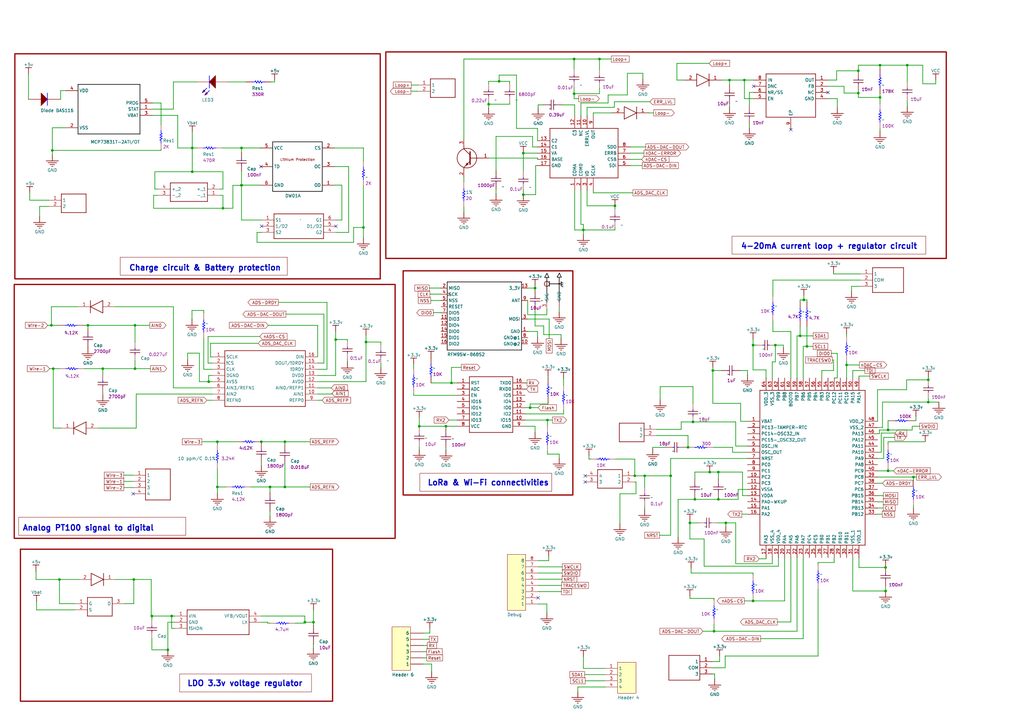
<source format=kicad_sch>
(kicad_sch (version 20220914) (generator eeschema)
  (paper "A3")
  (junction (at 182.88 174.8282))
  (junction (at 99.052 76.0222))
  (junction (at 282.956 214.4522))
  (junction (at 245.872 24.2062))
  (junction (at 380.746 164.9222))
  (junction (at 89.154 199.7202))
  (junction (at 284.988 204.8002))
  (junction (at 360.934 26.7462))
  (junction (at 125.022 255.2062))
  (junction (at 219.456 118.1642))
  (junction (at 239.268 94.3102))
  (junction (at 200.406 42.7482))
  (junction (at 235.458 38.4302))
  (junction (at 204.724 33.3502))
  (junction (at 42.164 151.2062))
  (junction (at 318.008 141.5542))
  (junction (at 185.166 157.0482))
  (junction (at 264.414 195.1482))
  (junction (at 292.862 258.9022))
  (junction (at 363.22 242.3922))
  (junction (at 128.578 255.2062))
  (junction (at 89.154 181.1782))
  (junction (at 329.692 123.0122))
  (junction (at 292.354 151.9682))
  (junction (at 330.962 142.0622))
  (junction (at 149.053 93.2942))
  (junction (at 291.084 193.6242))
  (junction (at 275.082 195.1482))
  (junction (at 171.958 174.8282))
  (junction (at 99.052 60.6862))
  (junction (at 308.864 246.4562))
  (junction (at 214.63 79.8322))
  (junction (at 70.412 252.6662))
  (junction (at 137.668 139.2682))
  (junction (at 36.068 133.4262))
  (junction (at 150.114 140.2842))
  (junction (at 217.424 167.2082))
  (junction (at 21.844 151.2062))
  (junction (at 85.598 156.5402))
  (junction (at 260.35 195.1482))
  (junction (at 68.834 266.5222))
  (junction (at 235.458 24.2062))
  (junction (at 284.226 173.0502))
  (junction (at 364.236 176.3522))
  (junction (at 107.188 181.1782))
  (junction (at 360.934 39.9542))
  (junction (at 363.22 232.7402))
  (junction (at 294.64 204.8002))
  (junction (at 299.212 32.8422))
  (junction (at 78.856 60.6862))
  (junction (at 294.64 193.6242))
  (junction (at 282.194 183.4642))
  (junction (at 55.372 133.4262))
  (junction (at 116.84 199.7202))
  (junction (at 252.222 84.4042))
  (junction (at 91.44 85.4202))
  (junction (at 372.11 26.7462))
  (junction (at 24.384 237.6802))
  (junction (at 21.452 61.6862))
  (junction (at 224.536 172.2882))
  (junction (at 78.856 70.4342))
  (junction (at 305.308 32.8422))
  (junction (at 328.168 137.7442))
  (junction (at 214.63 62.8142))
  (junction (at 374.65 195.6562))
  (junction (at 352.044 29.0322))
  (junction (at 62.284 252.6662))
  (junction (at 54.864 237.6802))
  (junction (at 99.052 75.9402))
  (junction (at 347.218 149.6822))
  (junction (at 21.082 133.4262))
  (junction (at 308.864 141.5542))
  (junction (at 380.746 155.7782))
  (junction (at 55.372 151.2062))
  (junction (at 110.744 199.7202))
  (junction (at 352.044 38.1762))
  (junction (at 116.84 181.1782))
  (junction (at 297.688 214.4522))
  (junction (at 364.236 193.1162))
  (no_connect (at 240.03 197.6882))
  (no_connect (at 107.304 92.7862))
  (no_connect (at 137.784 92.7862))
  (no_connect (at 339.598 37.9222))
  (no_connect (at 220.726 245.1862))
  (no_connect (at 107.072 68.3062))
  (no_connect (at 324.358 53.1622))
  (no_connect (at 309.118 35.3822))
  (no_connect (at 240.03 195.1482))
  (no_connect (at 54.61 202.5142))
  (wire (pts (xy 99.052 75.9402) (xy 99.052 70.1862)) (stroke (width 0.254)))
  (wire (pts (xy 209.042 42.7482) (xy 200.406 42.7482)) (stroke (width 0.254)))
  (wire (pts (xy 149.033 60.7002) (xy 137.246 60.7002)) (stroke (width 0.254)))
  (wire (pts (xy 275.082 219.5322) (xy 275.082 195.1482)) (stroke (width 0.254)))
  (wire (pts (xy 87.122 151.4602) (xy 83.566 151.4602)) (stroke (width 0.254)))
  (wire (pts (xy 99.052 60.6802) (xy 106.766 60.6802)) (stroke (width 0.254)))
  (wire (pts (xy 224.282 251.2822) (xy 224.282 247.7262)) (stroke (width 0.254)))
  (wire (pts (xy 361.442 177.6222) (xy 367.03 177.6222)) (stroke (width 0.254)))
  (wire (pts (xy 68.834 255.2062) (xy 71.682 255.2062)) (stroke (width 0.254)))
  (wire (pts (xy 81.788 144.8562) (xy 76.962 144.8562)) (stroke (width 0.254)))
  (wire (pts (xy 143.002 95.3262) (xy 137.784 95.3262)) (stroke (width 0.254)))
  (wire (pts (xy 71.682 252.6662) (xy 70.412 252.6662)) (stroke (width 0.254)))
  (wire (pts (xy 109.782 255.6002) (xy 109.782 255.2062)) (stroke (width 0.254)))
  (wire (pts (xy 219.71 67.8942) (xy 219.71 79.8322)) (stroke (width 0.254)))
  (wire (pts (xy 308.864 235.0262) (xy 308.864 235.7882)) (stroke (width 0.254)))
  (wire (pts (xy 216.444 129.0862) (xy 216.444 123.2442)) (stroke (width 0.254)))
  (wire (pts (xy 14.786 234.2642) (xy 14.732 234.2642)) (stroke (width 0.254)))
  (wire (pts (xy 99.052 75.9402) (xy 99.052 76.0222)) (stroke (width 0.254)))
  (wire (pts (xy 343.408 144.9362) (xy 340.91 144.9362)) (stroke (width 0.254)))
  (wire (pts (xy 378.46 34.3662) (xy 383.794 34.3662)) (stroke (width 0.254)))
  (wire (pts (xy 216.444 130.8642) (xy 225.256 130.8642)) (stroke (width 0.254)))
  (wire (pts (xy 87.122 156.5402) (xy 85.598 156.5402)) (stroke (width 0.254)))
  (wire (pts (xy 70.412 252.6662) (xy 62.284 252.6662)) (stroke (width 0.254)))
  (wire (pts (xy 260.35 195.1482) (xy 264.414 195.1482)) (stroke (width 0.254)))
  (wire (pts (xy 171.958 174.8282) (xy 171.958 171.2722)) (stroke (width 0.254)))
  (wire (pts (xy 116.84 181.1782) (xy 127.254 181.1782)) (stroke (width 0.254)))
  (wire (pts (xy 284.226 165.4302) (xy 284.226 158.5722)) (stroke (width 0.254)))
  (wire (pts (xy 361.95 164.9222) (xy 380.746 164.9222)) (stroke (width 0.254)))
  (wire (pts (xy 203.454 79.5782) (xy 203.454 77.5462)) (stroke (width 0.254)))
  (wire (pts (xy 294.132 214.4522) (xy 297.688 214.4522)) (stroke (width 0.254)))
  (wire (pts (xy 364.744 172.5422) (xy 364.236 172.5422)) (stroke (width 0.254)))
  (wire (pts (xy 335.534 230.7082) (xy 342.138 230.7082)) (stroke (width 0.254)))
  (wire (pts (xy 347.218 149.6822) (xy 352.474 149.6822)) (stroke (width 0.254)))
  (wire (pts (xy 282.956 221.0562) (xy 282.956 214.4522)) (stroke (width 0.254)))
  (wire (pts (xy 30.788 250.1262) (xy 14.986 250.1262)) (stroke (width 0.254)))
  (wire (pts (xy 70.412 257.7462) (xy 71.682 257.7462)) (stroke (width 0.254)))
  (wire (pts (xy 62.484 42.2402) (xy 66.053 42.2402)) (stroke (width 0.254)))
  (wire (pts (xy 19.558 133.4262) (xy 21.082 133.4262)) (stroke (width 0.254)))
  (wire (pts (xy 275.082 188.0362) (xy 306.578 188.0362)) (stroke (width 0.254)))
  (wire (pts (xy 339.598 32.8422) (xy 343.154 32.8422)) (stroke (width 0.254)))
  (wire (pts (xy 182.88 175.8442) (xy 182.88 174.8282)) (stroke (width 0.254)))
  (wire (pts (xy 14.786 237.6802) (xy 14.786 234.2642)) (stroke (width 0.254)))
  (wire (pts (xy 288.336 258.9022) (xy 292.862 258.9022)) (stroke (width 0.254)))
  (wire (pts (xy 236.982 281.7622) (xy 248.158 281.7622)) (stroke (width 0.254)))
  (wire (pts (xy 235.458 40.4622) (xy 235.458 38.4302)) (stroke (width 0.254)))
  (wire (pts (xy 168.544 37.4142) (xy 171.45 37.4142)) (stroke (width 0.254)))
  (wire (pts (xy 66.053 42.2402) (xy 66.053 51.0252)) (stroke (width 0.254)))
  (wire (pts (xy 143.002 68.3202) (xy 143.002 95.3262)) (stroke (width 0.254)))
  (wire (pts (xy 55.372 151.2062) (xy 61.722 151.2062)) (stroke (width 0.254)))
  (wire (pts (xy 54.61 194.8942) (xy 50.8 194.8942)) (stroke (width 0.254)))
  (wire (pts (xy 180.884 118.1442) (xy 180.884 118.1642)) (stroke (width 0.254)))
  (wire (pts (xy 130.302 161.6202) (xy 136.144 161.6202)) (stroke (width 0.254)))
  (wire (pts (xy 316.992 121.4882) (xy 316.992 114.8842)) (stroke (width 0.254)))
  (wire (pts (xy 190.246 57.2262) (xy 190.246 24.2062)) (stroke (width 0.254)))
  (wire (pts (xy 54.864 247.5862) (xy 54.864 237.6802)) (stroke (width 0.254)))
  (wire (pts (xy 85.598 154.0002) (xy 85.598 156.5402)) (stroke (width 0.254)))
  (wire (pts (xy 87.122 161.6202) (xy 55.88 161.6202)) (stroke (width 0.254)))
  (wire (pts (xy 303.784 172.7962) (xy 303.784 165.4302)) (stroke (width 0.254)))
  (wire (pts (xy 321.818 228.6762) (xy 321.818 246.4562)) (stroke (width 0.254)))
  (wire (pts (xy 329.438 261.9502) (xy 329.438 228.6762)) (stroke (width 0.254)))
  (wire (pts (xy 283.464 235.0262) (xy 308.864 235.0262)) (stroke (width 0.254)))
  (wire (pts (xy 62.284 261.8102) (xy 62.284 266.5222)) (stroke (width 0.254)))
  (wire (pts (xy 91.052 60.6862) (xy 99.052 60.6862)) (stroke (width 0.254)))
  (wire (pts (xy 251.968 41.7322) (xy 266.558 41.7322)) (stroke (width 0.254)))
  (wire (pts (xy 78.856 70.4342) (xy 78.856 60.6862)) (stroke (width 0.254)))
  (wire (pts (xy 303.784 165.4302) (xy 292.354 165.4302)) (stroke (width 0.254)))
  (wire (pts (xy 360.934 26.7462) (xy 352.044 26.7462)) (stroke (width 0.254)))
  (wire (pts (xy 282.194 183.4642) (xy 280.924 183.4642)) (stroke (width 0.254)))
  (wire (pts (xy 34.29 133.4262) (xy 36.068 133.4262)) (stroke (width 0.254)))
  (wire (pts (xy 50.8 199.9742) (xy 54.61 199.9742)) (stroke (width 0.254)))
  (wire (pts (xy 304.546 203.2762) (xy 304.546 193.6242)) (stroke (width 0.254)))
  (wire (pts (xy 107.242 252.6662) (xy 125.022 252.6662)) (stroke (width 0.254)))
  (wire (pts (xy 215.392 172.2882) (xy 224.536 172.2882)) (stroke (width 0.254)))
  (wire (pts (xy 326.898 258.9022) (xy 326.898 228.6762)) (stroke (width 0.254)))
  (wire (pts (xy 314.198 229.1842) (xy 311.404 229.1842)) (stroke (width 0.254)))
  (wire (pts (xy 237.348 40.4622) (xy 235.458 40.4622)) (stroke (width 0.254)))
  (wire (pts (xy 235.458 24.2062) (xy 245.872 24.2062)) (stroke (width 0.254)))
  (wire (pts (xy 211.836 30.8102) (xy 204.724 30.8102)) (stroke (width 0.254)))
  (wire (pts (xy 187.452 174.8282) (xy 182.88 174.8282)) (stroke (width 0.254)))
  (wire (pts (xy 299.212 32.8422) (xy 299.212 34.8742)) (stroke (width 0.254)))
  (wire (pts (xy 220.726 242.6462) (xy 230.268 242.6462)) (stroke (width 0.254)))
  (wire (pts (xy 142.494 148.4122) (xy 142.494 147.3962)) (stroke (width 0.254)))
  (wire (pts (xy 316.738 155.0162) (xy 316.738 148.4122)) (stroke (width 0.254)))
  (wire (pts (xy 364.236 172.5422) (xy 364.236 176.3522)) (stroke (width 0.254)))
  (wire (pts (xy 83.566 128.6002) (xy 83.566 127.3302)) (stroke (width 0.254)))
  (wire (pts (xy 190.246 24.2062) (xy 235.458 24.2062)) (stroke (width 0.254)))
  (wire (pts (xy 204.724 33.3502) (xy 209.042 33.3502)) (stroke (width 0.254)))
  (wire (pts (xy 306.578 200.7362) (xy 302.768 200.7362)) (stroke (width 0.254)))
  (wire (pts (xy 203.454 55.9562) (xy 203.454 69.9262)) (stroke (width 0.254)))
  (wire (pts (xy 245.872 24.2062) (xy 250.698 24.2062)) (stroke (width 0.254)))
  (wire (pts (xy 149.053 66.0262) (xy 149.053 60.6802)) (stroke (width 0.254)))
  (wire (pts (xy 130.302 148.9202) (xy 132.842 148.9202)) (stroke (width 0.254)))
  (wire (pts (xy 294.64 204.8002) (xy 284.988 204.8002)) (stroke (width 0.254)))
  (wire (pts (xy 364.236 181.1782) (xy 379.476 181.1782)) (stroke (width 0.254)))
  (wire (pts (xy 301.752 173.0502) (xy 301.752 182.9562)) (stroke (width 0.254)))
  (wire (pts (xy 343.154 29.0322) (xy 352.044 29.0322)) (stroke (width 0.254)))
  (wire (pts (xy 318.008 148.4122) (xy 318.008 141.5542)) (stroke (width 0.254)))
  (wire (pts (xy 95.504 85.4202) (xy 91.44 85.4202)) (stroke (width 0.254)))
  (wire (pts (xy 341.884 147.6502) (xy 341.884 151.9682)) (stroke (width 0.254)))
  (wire (pts (xy 224.282 126.5682) (xy 224.282 129.1082)) (stroke (width 0.254)))
  (wire (pts (xy 301.752 182.9562) (xy 306.578 182.9562)) (stroke (width 0.254)))
  (wire (pts (xy 92.71 199.7202) (xy 89.154 199.7202)) (stroke (width 0.254)))
  (wire (pts (xy 267.716 183.4642) (xy 267.716 183.9722)) (stroke (width 0.254)))
  (wire (pts (xy 337.058 151.9682) (xy 337.058 155.0162)) (stroke (width 0.254)))
  (wire (pts (xy 137.246 68.3202) (xy 143.002 68.3202)) (stroke (width 0.254)))
  (wire (pts (xy 215.392 174.8282) (xy 219.456 174.8282)) (stroke (width 0.254)))
  (wire (pts (xy 140.208 75.9402) (xy 140.208 90.2462)) (stroke (width 0.254)))
  (wire (pts (xy 218.44 55.9562) (xy 203.454 55.9562)) (stroke (width 0.254)))
  (wire (pts (xy 120.904 255.6002) (xy 125.022 255.6002)) (stroke (width 0.254)))
  (wire (pts (xy 297.434 273.8882) (xy 297.434 269.0622)) (stroke (width 0.254)))
  (wire (pts (xy 319.278 228.6762) (xy 319.278 232.2322)) (stroke (width 0.254)))
  (wire (pts (xy 372.11 26.7462) (xy 372.11 33.6042)) (stroke (width 0.254)))
  (wire (pts (xy 229.362 127.8382) (xy 229.362 126.5682)) (stroke (width 0.254)))
  (wire (pts (xy 114.124 124.0282) (xy 134.112 124.0282)) (stroke (width 0.254)))
  (wire (pts (xy 112.638 33.6042) (xy 112.638 32.8422)) (stroke (width 0.254)))
  (wire (pts (xy 302.768 200.7362) (xy 302.768 204.8002)) (stroke (width 0.254)))
  (wire (pts (xy 375.666 170.7642) (xy 375.666 172.5422)) (stroke (width 0.254)))
  (wire (pts (xy 224.282 129.1082) (xy 219.71 129.1082)) (stroke (width 0.254)))
  (wire (pts (xy 306.578 185.4962) (xy 300.482 185.4962)) (stroke (width 0.254)))
  (wire (pts (xy 360.934 42.4942) (xy 360.934 39.9542)) (stroke (width 0.254)))
  (wire (pts (xy 91.44 85.4202) (xy 62.992 85.4202)) (stroke (width 0.254)))
  (wire (pts (xy 109.782 255.2062) (xy 107.242 255.2062)) (stroke (width 0.254)))
  (wire (pts (xy 26.924 52.4002) (xy 21.452 52.4002)) (stroke (width 0.254)))
  (wire (pts (xy 187.452 162.1282) (xy 169.672 162.1282)) (stroke (width 0.254)))
  (wire (pts (xy 301.752 214.4522) (xy 297.688 214.4522)) (stroke (width 0.254)))
  (wire (pts (xy 42.164 161.8742) (xy 42.164 161.1122)) (stroke (width 0.254)))
  (wire (pts (xy 300.482 185.4962) (xy 300.482 183.4642)) (stroke (width 0.254)))
  (wire (pts (xy 86.36 146.3802) (xy 86.36 140.7922)) (stroke (width 0.254)))
  (wire (pts (xy 217.424 165.6842) (xy 217.424 167.2082)) (stroke (width 0.254)))
  (wire (pts (xy 20.066 82.1182) (xy 12.192 82.1182)) (stroke (width 0.254)))
  (wire (pts (xy 216.444 135.9442) (xy 220.472 135.9442)) (stroke (width 0.254)))
  (wire (pts (xy 318.008 141.5542) (xy 321.31 141.5542)) (stroke (width 0.254)))
  (wire (pts (xy 187.452 157.0482) (xy 185.166 157.0482)) (stroke (width 0.254)))
  (wire (pts (xy 220.726 240.1062) (xy 230.3 240.1062)) (stroke (width 0.254)))
  (wire (pts (xy 99.052 90.2462) (xy 99.052 76.0222)) (stroke (width 0.254)))
  (wire (pts (xy 258.572 67.8942) (xy 263.398 67.8942)) (stroke (width 0.254)))
  (wire (pts (xy 78.74 127.3302) (xy 78.74 130.8862)) (stroke (width 0.254)))
  (wire (pts (xy 282.956 214.4522) (xy 282.956 213.4362)) (stroke (width 0.254)))
  (wire (pts (xy 307.34 43.2562) (xy 307.34 37.9222)) (stroke (width 0.254)))
  (wire (pts (xy 295.91 32.8422) (xy 299.212 32.8422)) (stroke (width 0.254)))
  (wire (pts (xy 360.934 53.9242) (xy 360.934 52.6542)) (stroke (width 0.254)))
  (wire (pts (xy 220.472 67.8942) (xy 219.71 67.8942)) (stroke (width 0.254)))
  (wire (pts (xy 362.24 205.8162) (xy 362.24 205.7962)) (stroke (width 0.254)))
  (wire (pts (xy 273.304 183.4642) (xy 267.716 183.4642)) (stroke (width 0.254)))
  (wire (pts (xy 219.71 129.0862) (xy 216.444 129.0862)) (stroke (width 0.254)))
  (wire (pts (xy 225.256 130.8642) (xy 225.256 138.8922)) (stroke (width 0.254)))
  (wire (pts (xy 177.744 128.2442) (xy 180.884 128.2442)) (stroke (width 0.254)))
  (wire (pts (xy 361.442 185.4962) (xy 361.442 177.6222)) (stroke (width 0.254)))
  (wire (pts (xy 236.982 283.5402) (xy 236.982 281.7622)) (stroke (width 0.254)))
  (wire (pts (xy 230.378 43.0022) (xy 235.712 43.0022)) (stroke (width 0.254)))
  (wire (pts (xy 107.304 95.3262) (xy 105.41 95.3262)) (stroke (width 0.254)))
  (wire (pts (xy 301.752 231.2162) (xy 301.752 214.4522)) (stroke (width 0.254)))
  (wire (pts (xy 140.208 90.2462) (xy 137.784 90.2462)) (stroke (width 0.254)))
  (wire (pts (xy 257.302 38.9382) (xy 257.302 30.0482)) (stroke (width 0.254)))
  (wire (pts (xy 87.122 159.0802) (xy 71.12 159.0802)) (stroke (width 0.254)))
  (wire (pts (xy 352.044 38.1762) (xy 352.044 37.1602)) (stroke (width 0.254)))
  (wire (pts (xy 269.24 176.0982) (xy 279.4 176.0982)) (stroke (width 0.254)))
  (wire (pts (xy 288.798 232.2322) (xy 288.798 221.0562)) (stroke (width 0.254)))
  (wire (pts (xy 185.166 157.0482) (xy 176.784 157.0482)) (stroke (width 0.254)))
  (wire (pts (xy 352.044 26.7462) (xy 352.044 29.0322)) (stroke (width 0.254)))
  (wire (pts (xy 176.644 123.2442) (xy 180.884 123.2442)) (stroke (width 0.254)))
  (wire (pts (xy 374.142 174.8282) (xy 377.19 174.8282)) (stroke (width 0.254)))
  (wire (pts (xy 168.656 34.8742) (xy 171.45 34.8742)) (stroke (width 0.254)))
  (wire (pts (xy 295.148 271.3482) (xy 295.148 269.0622)) (stroke (width 0.254)))
  (wire (pts (xy 145.034 93.2942) (xy 149.053 93.2942)) (stroke (width 0.254)))
  (wire (pts (xy 173.482 264.7442) (xy 175.26 264.7442)) (stroke (width 0.254)))
  (wire (pts (xy 239.268 269.3162) (xy 239.268 274.1422)) (stroke (width 0.254)))
  (wire (pts (xy 359.918 208.3562) (xy 362.286 208.3562)) (stroke (width 0.254)))
  (wire (pts (xy 180.884 120.6442) (xy 180.884 120.7042)) (stroke (width 0.254)))
  (wire (pts (xy 300.482 183.4642) (xy 292.608 183.4642)) (stroke (width 0.254)))
  (wire (pts (xy 380.746 154.7622) (xy 380.746 155.7782)) (stroke (width 0.254)))
  (wire (pts (xy 362.286 208.3562) (xy 362.286 208.2962)) (stroke (width 0.254)))
  (wire (pts (xy 171.958 175.5902) (xy 171.958 174.8282)) (stroke (width 0.254)))
  (wire (pts (xy 219.456 133.6802) (xy 223.012 133.6802)) (stroke (width 0.254)))
  (wire (pts (xy 219.456 126.8222) (xy 219.456 133.6802)) (stroke (width 0.254)))
  (wire (pts (xy 20.066 84.6582) (xy 16.256 84.6582)) (stroke (width 0.254)))
  (wire (pts (xy 24.892 37.1602) (xy 26.924 37.1602)) (stroke (width 0.254)))
  (wire (pts (xy 184.15 172.2882) (xy 187.452 172.2882)) (stroke (width 0.254)))
  (wire (pts (xy 362.458 188.0362) (xy 362.458 179.4002)) (stroke (width 0.254)))
  (wire (pts (xy 214.63 79.8322) (xy 214.63 77.8002)) (stroke (width 0.254)))
  (wire (pts (xy 343.154 32.8422) (xy 343.154 29.0322)) (stroke (width 0.254)))
  (wire (pts (xy 229.362 187.7822) (xy 229.362 186.2582)) (stroke (width 0.254)))
  (wire (pts (xy 82.804 181.1782) (xy 89.154 181.1782)) (stroke (width 0.254)))
  (wire (pts (xy 349.758 242.3922) (xy 363.22 242.3922)) (stroke (width 0.254)))
  (wire (pts (xy 342.138 155.0162) (xy 343.408 155.0162)) (stroke (width 0.254)))
  (wire (pts (xy 243.332 78.0542) (xy 243.332 79.0702)) (stroke (width 0.254)))
  (wire (pts (xy 349.25 117.4242) (xy 352.806 117.4242)) (stroke (width 0.254)))
  (wire (pts (xy 116.84 199.7202) (xy 116.84 190.0682)) (stroke (width 0.254)))
  (wire (pts (xy 21.082 125.8062) (xy 32.004 125.8062)) (stroke (width 0.254)))
  (wire (pts (xy 329.438 155.0162) (xy 329.438 142.0622)) (stroke (width 0.254)))
  (wire (pts (xy 21.353 61.6862) (xy 21.452 61.6862)) (stroke (width 0.254)))
  (wire (pts (xy 110.744 211.6582) (xy 110.744 209.6262)) (stroke (width 0.254)))
  (wire (pts (xy 360.68 176.3522) (xy 364.236 176.3522)) (stroke (width 0.254)))
  (wire (pts (xy 42.164 153.4922) (xy 42.164 151.2062)) (stroke (width 0.254)))
  (wire (pts (xy 319.278 232.2322) (xy 288.798 232.2322)) (stroke (width 0.254)))
  (wire (pts (xy 149.053 93.2942) (xy 149.053 97.5122)) (stroke (width 0.254)))
  (wire (pts (xy 200.406 33.3502) (xy 204.724 33.3502)) (stroke (width 0.254)))
  (wire (pts (xy 294.64 204.0382) (xy 294.64 204.8002)) (stroke (width 0.254)))
  (wire (pts (xy 360.934 26.7462) (xy 372.11 26.7462)) (stroke (width 0.254)))
  (wire (pts (xy 263.652 30.0482) (xy 263.652 32.3342)) (stroke (width 0.254)))
  (wire (pts (xy 364.236 182.1942) (xy 364.236 181.1782)) (stroke (width 0.254)))
  (wire (pts (xy 36.068 133.4262) (xy 55.372 133.4262)) (stroke (width 0.254)))
  (wire (pts (xy 282.956 245.4402) (xy 292.862 245.4402)) (stroke (width 0.254)))
  (wire (pts (xy 42.164 151.2062) (xy 55.372 151.2062)) (stroke (width 0.254)))
  (wire (pts (xy 110.028 133.4262) (xy 130.302 133.4262)) (stroke (width 0.254)))
  (wire (pts (xy 136.144 161.6202) (xy 136.144 161.3662)) (stroke (width 0.254)))
  (wire (pts (xy 371.856 155.7782) (xy 371.856 159.8422)) (stroke (width 0.254)))
  (wire (pts (xy 292.862 256.1082) (xy 292.862 258.9022)) (stroke (width 0.254)))
  (wire (pts (xy 258.572 65.3542) (xy 263.144 65.3542)) (stroke (width 0.254)))
  (wire (pts (xy 16.256 84.6582) (xy 16.256 88.7222)) (stroke (width 0.254)))
  (wire (pts (xy 66.053 61.6862) (xy 21.452 61.6862)) (stroke (width 0.254)))
  (wire (pts (xy 364.236 193.1162) (xy 366.476 193.1162)) (stroke (width 0.254)))
  (wire (pts (xy 224.536 174.8282) (xy 224.536 172.2882)) (stroke (width 0.254)))
  (wire (pts (xy 383.794 34.3662) (xy 383.794 32.8422)) (stroke (width 0.254)))
  (wire (pts (xy 239.776 276.6822) (xy 248.158 276.6822)) (stroke (width 0.254)))
  (wire (pts (xy 66.053 61.1852) (xy 66.053 61.6862)) (stroke (width 0.254)))
  (wire (pts (xy 292.354 150.6982) (xy 292.354 151.9682)) (stroke (width 0.254)))
  (wire (pts (xy 224.282 247.7262) (xy 220.726 247.7262)) (stroke (width 0.254)))
  (wire (pts (xy 235.458 38.4302) (xy 245.872 38.4302)) (stroke (width 0.254)))
  (wire (pts (xy 352.044 39.9542) (xy 352.044 38.1762)) (stroke (width 0.254)))
  (wire (pts (xy 149.053 60.6802) (xy 149.033 60.7002)) (stroke (width 0.254)))
  (wire (pts (xy 54.864 237.6802) (xy 47.552 237.6802)) (stroke (width 0.254)))
  (wire (pts (xy 185.166 150.6982) (xy 189.23 150.6982)) (stroke (width 0.254)))
  (wire (pts (xy 240.03 279.2222) (xy 248.158 279.2222)) (stroke (width 0.254)))
  (wire (pts (xy 220.726 43.0022) (xy 220.726 44.2722)) (stroke (width 0.254)))
  (wire (pts (xy 341.376 147.6502) (xy 341.884 147.6502)) (stroke (width 0.254)))
  (wire (pts (xy 359.918 188.0362) (xy 362.458 188.0362)) (stroke (width 0.254)))
  (wire (pts (xy 97.028 181.1782) (xy 89.154 181.1782)) (stroke (width 0.254)))
  (wire (pts (xy 316.738 231.2162) (xy 301.752 231.2162)) (stroke (width 0.254)))
  (wire (pts (xy 328.168 123.0122) (xy 329.692 123.0122)) (stroke (width 0.254)))
  (wire (pts (xy 137.246 75.9402) (xy 140.208 75.9402)) (stroke (width 0.254)))
  (wire (pts (xy 220.726 237.5662) (xy 230.522 237.5662)) (stroke (width 0.254)))
  (wire (pts (xy 260.858 197.6882) (xy 260.35 197.6882)) (stroke (width 0.254)))
  (wire (pts (xy 215.392 159.5882) (xy 215.9 159.5882)) (stroke (width 0.254)))
  (wire (pts (xy 223.012 133.6802) (xy 223.012 137.2362)) (stroke (width 0.254)))
  (wire (pts (xy 249.428 42.2402) (xy 249.428 38.9382)) (stroke (width 0.254)))
  (wire (pts (xy 352.044 29.0322) (xy 352.044 29.5402)) (stroke (width 0.254)))
  (wire (pts (xy 219.456 119.2022) (xy 219.456 118.1642)) (stroke (width 0.254)))
  (wire (pts (xy 371.856 159.8422) (xy 359.918 159.8422)) (stroke (width 0.254)))
  (wire (pts (xy 292.354 151.9682) (xy 295.91 151.9682)) (stroke (width 0.254)))
  (wire (pts (xy 209.042 33.3502) (xy 209.042 34.3662)) (stroke (width 0.254)))
  (wire (pts (xy 364.236 192.3542) (xy 364.236 193.1162)) (stroke (width 0.254)))
  (wire (pts (xy 21.844 151.2062) (xy 24.384 151.2062)) (stroke (width 0.254)))
  (wire (pts (xy 72.898 47.3202) (xy 72.898 60.6862)) (stroke (width 0.254)))
  (wire (pts (xy 243.332 47.5742) (xy 243.332 46.3042)) (stroke (width 0.254)))
  (wire (pts (xy 215.392 167.2082) (xy 217.424 167.2082)) (stroke (width 0.254)))
  (wire (pts (xy 91.44 77.5462) (xy 91.44 70.4342)) (stroke (width 0.254)))
  (wire (pts (xy 352.298 232.7402) (xy 363.22 232.7402)) (stroke (width 0.254)))
  (wire (pts (xy 284.988 193.6242) (xy 284.988 196.4182)) (stroke (width 0.254)))
  (wire (pts (xy 55.88 175.5902) (xy 40.386 175.5902)) (stroke (width 0.254)))
  (wire (pts (xy 87.122 148.9202) (xy 85.344 148.9202)) (stroke (width 0.254)))
  (wire (pts (xy 215.392 169.7482) (xy 231.14 169.7482)) (stroke (width 0.254)))
  (wire (pts (xy 305.308 40.4622) (xy 305.308 32.8422)) (stroke (width 0.254)))
  (wire (pts (xy 292.1 271.3482) (xy 295.148 271.3482)) (stroke (width 0.254)))
  (wire (pts (xy 243.332 79.0702) (xy 259.588 79.0702)) (stroke (width 0.254)))
  (wire (pts (xy 223.012 137.2362) (xy 230.124 137.2362)) (stroke (width 0.254)))
  (wire (pts (xy 24.5 40.7162) (xy 24.892 40.7162)) (stroke (width 0.254)))
  (wire (pts (xy 308.864 141.5542) (xy 310.388 141.5542)) (stroke (width 0.254)))
  (wire (pts (xy 200.406 42.7482) (xy 200.406 41.9862)) (stroke (width 0.254)))
  (wire (pts (xy 316.738 228.6762) (xy 316.738 231.2162)) (stroke (width 0.254)))
  (wire (pts (xy 211.836 52.6542) (xy 211.836 30.8102)) (stroke (width 0.254)))
  (wire (pts (xy 107.188 181.9402) (xy 107.188 181.1782)) (stroke (width 0.254)))
  (wire (pts (xy 279.4 173.0502) (xy 284.226 173.0502)) (stroke (width 0.254)))
  (wire (pts (xy 343.408 155.0162) (xy 343.408 144.9362)) (stroke (width 0.254)))
  (wire (pts (xy 235.712 78.0542) (xy 235.712 94.3102)) (stroke (width 0.254)))
  (wire (pts (xy 190.246 86.9442) (xy 190.246 84.9122)) (stroke (width 0.254)))
  (wire (pts (xy 220.472 135.9442) (xy 220.472 138.2522)) (stroke (width 0.254)))
  (wire (pts (xy 130.302 156.5402) (xy 150.114 156.5402)) (stroke (width 0.254)))
  (wire (pts (xy 215.392 157.0482) (xy 216.154 157.0482)) (stroke (width 0.254)))
  (wire (pts (xy 176.784 146.8882) (xy 176.784 146.6342)) (stroke (width 0.254)))
  (wire (pts (xy 55.372 140.2842) (xy 55.372 133.4262)) (stroke (width 0.254)))
  (wire (pts (xy 173.482 267.2842) (xy 175.006 267.2842)) (stroke (width 0.254)))
  (wire (pts (xy 116.84 199.7202) (xy 127.254 199.7202)) (stroke (width 0.254)))
  (wire (pts (xy 83.566 127.3302) (xy 78.74 127.3302)) (stroke (width 0.254)))
  (wire (pts (xy 224.79 165.6842) (xy 217.424 165.6842)) (stroke (width 0.254)))
  (wire (pts (xy 363.22 232.7402) (xy 363.22 232.2322)) (stroke (width 0.254)))
  (wire (pts (xy 335.534 231.4702) (xy 335.534 230.7082)) (stroke (width 0.254)))
  (wire (pts (xy 252.476 188.2902) (xy 260.35 188.2902)) (stroke (width 0.254)))
  (wire (pts (xy 307.34 37.9222) (xy 309.118 37.9222)) (stroke (width 0.254)))
  (wire (pts (xy 87.122 146.3802) (xy 86.36 146.3802)) (stroke (width 0.254)))
  (wire (pts (xy 252.222 93.2942) (xy 252.222 94.3102)) (stroke (width 0.254)))
  (wire (pts (xy 321.31 141.5542) (xy 321.31 142.5702)) (stroke (width 0.254)))
  (wire (pts (xy 137.668 139.2682) (xy 137.668 135.9662)) (stroke (width 0.254)))
  (wire (pts (xy 62.992 85.4202) (xy 62.992 80.0862)) (stroke (width 0.254)))
  (wire (pts (xy 293.116 276.4282) (xy 292.1 276.4282)) (stroke (width 0.254)))
  (wire (pts (xy 308.864 139.0142) (xy 308.864 141.5542)) (stroke (width 0.254)))
  (wire (pts (xy 134.112 151.4602) (xy 130.302 151.4602)) (stroke (width 0.254)))
  (wire (pts (xy 238.252 92.0242) (xy 239.268 92.0242)) (stroke (width 0.254)))
  (wire (pts (xy 190.246 74.7522) (xy 190.246 72.4662)) (stroke (width 0.254)))
  (wire (pts (xy 220.726 235.0262) (xy 230.632 235.0262)) (stroke (width 0.254)))
  (wire (pts (xy 32.312 237.6802) (xy 24.384 237.6802)) (stroke (width 0.254)))
  (wire (pts (xy 277.622 32.8422) (xy 280.67 32.8422)) (stroke (width 0.254)))
  (wire (pts (xy 252.222 85.6742) (xy 252.222 84.4042)) (stroke (width 0.254)))
  (wire (pts (xy 304.546 193.6242) (xy 294.64 193.6242)) (stroke (width 0.254)))
  (wire (pts (xy 240.792 44.0182) (xy 251.968 44.0182)) (stroke (width 0.254)))
  (wire (pts (xy 329.692 123.0122) (xy 329.692 121.2342)) (stroke (width 0.254)))
  (wire (pts (xy 224.536 186.2582) (xy 224.536 184.9882)) (stroke (width 0.254)))
  (wire (pts (xy 62.284 254.1902) (xy 62.284 252.6662)) (stroke (width 0.254)))
  (wire (pts (xy 76.962 144.8562) (xy 76.962 147.3962)) (stroke (width 0.254)))
  (wire (pts (xy 55.372 133.4262) (xy 61.468 133.4262)) (stroke (width 0.254)))
  (wire (pts (xy 359.918 193.1162) (xy 364.236 193.1162)) (stroke (width 0.254)))
  (wire (pts (xy 128.578 255.2062) (xy 128.578 256.4762)) (stroke (width 0.254)))
  (wire (pts (xy 378.46 26.7462) (xy 378.46 34.3662)) (stroke (width 0.254)))
  (wire (pts (xy 380.746 164.9222) (xy 380.746 163.3982)) (stroke (width 0.254)))
  (wire (pts (xy 125.022 255.6002) (xy 125.022 255.2062)) (stroke (width 0.254)))
  (wire (pts (xy 364.236 176.3522) (xy 374.142 176.3522)) (stroke (width 0.254)))
  (wire (pts (xy 277.622 25.9842) (xy 277.622 32.8422)) (stroke (width 0.254)))
  (wire (pts (xy 359.918 177.8762) (xy 360.68 177.8762)) (stroke (width 0.254)))
  (wire (pts (xy 339.598 40.4622) (xy 343.408 40.4622)) (stroke (width 0.254)))
  (wire (pts (xy 249.428 38.9382) (xy 257.302 38.9382)) (stroke (width 0.254)))
  (wire (pts (xy 316.992 135.9662) (xy 324.358 135.9662)) (stroke (width 0.254)))
  (wire (pts (xy 145.034 99.3902) (xy 145.034 93.2942)) (stroke (width 0.254)))
  (wire (pts (xy 14.986 250.1262) (xy 14.986 246.7102)) (stroke (width 0.254)))
  (wire (pts (xy 260.35 188.2902) (xy 260.35 195.1482)) (stroke (width 0.254)))
  (wire (pts (xy 235.458 24.2062) (xy 235.458 28.2702)) (stroke (width 0.254)))
  (wire (pts (xy 283.464 232.9942) (xy 283.464 235.0262)) (stroke (width 0.254)))
  (wire (pts (xy 125.022 252.6662) (xy 125.022 255.2062)) (stroke (width 0.254)))
  (wire (pts (xy 292.862 258.9022) (xy 326.898 258.9022)) (stroke (width 0.254)))
  (wire (pts (xy 21.082 133.4262) (xy 24.13 133.4262)) (stroke (width 0.254)))
  (wire (pts (xy 314.198 155.0162) (xy 314.198 151.7142)) (stroke (width 0.254)))
  (wire (pts (xy 252.222 94.3102) (xy 239.268 94.3102)) (stroke (width 0.254)))
  (wire (pts (xy 326.898 137.7442) (xy 328.168 137.7442)) (stroke (width 0.254)))
  (wire (pts (xy 91.44 80.0862) (xy 91.44 85.4202)) (stroke (width 0.254)))
  (wire (pts (xy 99.052 76.0222) (xy 95.504 76.0222)) (stroke (width 0.254)))
  (wire (pts (xy 30.788 247.5862) (xy 24.384 247.5862)) (stroke (width 0.254)))
  (wire (pts (xy 258.572 60.2742) (xy 264.876 60.2742)) (stroke (width 0.254)))
  (wire (pts (xy 50.8 197.4342) (xy 54.61 197.4342)) (stroke (width 0.254)))
  (wire (pts (xy 220.472 64.8462) (xy 220.472 65.3542)) (stroke (width 0.254)))
  (wire (pts (xy 12.192 82.1182) (xy 12.192 79.0702)) (stroke (width 0.254)))
  (wire (pts (xy 62.284 266.5222) (xy 68.834 266.5222)) (stroke (width 0.254)))
  (wire (pts (xy 173.482 269.8242) (xy 175.006 269.8242)) (stroke (width 0.254)))
  (wire (pts (xy 11.684 40.7162) (xy 11.684 30.3022)) (stroke (width 0.254)))
  (wire (pts (xy 359.918 198.1962) (xy 361.95 198.1962)) (stroke (width 0.254)))
  (wire (pts (xy 291.084 193.6242) (xy 284.988 193.6242)) (stroke (width 0.254)))
  (wire (pts (xy 306.578 151.9682) (xy 306.578 153.7462)) (stroke (width 0.254)))
  (wire (pts (xy 185.166 157.0482) (xy 185.166 150.6982)) (stroke (width 0.254)))
  (wire (pts (xy 217.424 167.2082) (xy 220.726 167.2082)) (stroke (width 0.254)))
  (wire (pts (xy 372.11 43.5102) (xy 372.11 41.2242)) (stroke (width 0.254)))
  (wire (pts (xy 324.358 135.9662) (xy 324.358 155.0162)) (stroke (width 0.254)))
  (wire (pts (xy 352.298 228.6762) (xy 352.298 232.7402)) (stroke (width 0.254)))
  (wire (pts (xy 62.03 252.6662) (xy 62.03 237.6802)) (stroke (width 0.254)))
  (wire (pts (xy 24.892 40.7162) (xy 24.892 37.1602)) (stroke (width 0.254)))
  (wire (pts (xy 282.194 178.6382) (xy 282.194 183.4642)) (stroke (width 0.254)))
  (wire (pts (xy 329.438 142.0622) (xy 330.962 142.0622)) (stroke (width 0.254)))
  (wire (pts (xy 324.358 255.0922) (xy 324.358 228.6762)) (stroke (width 0.254)))
  (wire (pts (xy 235.712 43.0022) (xy 235.712 47.5742)) (stroke (width 0.254)))
  (wire (pts (xy 130.302 159.0802) (xy 135.89 159.0802)) (stroke (width 0.254)))
  (wire (pts (xy 209.042 41.9862) (xy 209.042 42.7482)) (stroke (width 0.254)))
  (wire (pts (xy 142.494 139.7762) (xy 142.494 139.2682)) (stroke (width 0.254)))
  (wire (pts (xy 242.316 188.2902) (xy 241.554 188.2902)) (stroke (width 0.254)))
  (wire (pts (xy 132.842 128.8542) (xy 117.284 128.8542)) (stroke (width 0.254)))
  (wire (pts (xy 254.254 202.5142) (xy 260.858 202.5142)) (stroke (width 0.254)))
  (wire (pts (xy 231.14 169.7482) (xy 231.14 168.2242)) (stroke (width 0.254)))
  (wire (pts (xy 169.672 151.2062) (xy 169.672 149.4282)) (stroke (width 0.254)))
  (wire (pts (xy 349.25 119.4562) (xy 349.25 117.4242)) (stroke (width 0.254)))
  (wire (pts (xy 21.452 52.4002) (xy 21.452 61.6862)) (stroke (width 0.254)))
  (wire (pts (xy 219.71 79.8322) (xy 214.63 79.8322)) (stroke (width 0.254)))
  (wire (pts (xy 150.114 140.2842) (xy 150.114 137.4902)) (stroke (width 0.254)))
  (wire (pts (xy 294.64 193.6242) (xy 291.084 193.6242)) (stroke (width 0.254)))
  (wire (pts (xy 78.856 54.1782) (xy 78.856 60.6862)) (stroke (width 0.254)))
  (wire (pts (xy 229.362 186.2582) (xy 224.536 186.2582)) (stroke (width 0.254)))
  (wire (pts (xy 55.372 151.2062) (xy 55.372 147.9042)) (stroke (width 0.254)))
  (wire (pts (xy 293.116 278.4602) (xy 293.116 276.4282)) (stroke (width 0.254)))
  (wire (pts (xy 341.884 111.8362) (xy 341.884 112.3442)) (stroke (width 0.254)))
  (wire (pts (xy 245.872 38.4302) (xy 245.872 36.1442)) (stroke (width 0.254)))
  (wire (pts (xy 130.302 164.1602) (xy 132.08 164.1602)) (stroke (width 0.254)))
  (wire (pts (xy 316.992 131.6482) (xy 316.992 135.9662)) (stroke (width 0.254)))
  (wire (pts (xy 220.726 229.9462) (xy 225.044 229.9462)) (stroke (width 0.254)))
  (wire (pts (xy 222.758 43.0022) (xy 220.726 43.0022)) (stroke (width 0.254)))
  (wire (pts (xy 90.17 80.0862) (xy 91.44 80.0862)) (stroke (width 0.254)))
  (wire (pts (xy 349.758 228.6762) (xy 349.758 242.3922)) (stroke (width 0.254)))
  (wire (pts (xy 330.962 123.7742) (xy 330.962 123.0122)) (stroke (width 0.254)))
  (wire (pts (xy 130.302 154.0002) (xy 137.668 154.0002)) (stroke (width 0.254)))
  (wire (pts (xy 224.536 172.2882) (xy 226.568 172.2882)) (stroke (width 0.254)))
  (wire (pts (xy 24.384 247.5862) (xy 24.384 237.6802)) (stroke (width 0.254)))
  (wire (pts (xy 125.022 255.2062) (xy 128.578 255.2062)) (stroke (width 0.254)))
  (wire (pts (xy 361.95 175.3362) (xy 361.95 164.9222)) (stroke (width 0.254)))
  (wire (pts (xy 80.772 33.6042) (xy 71.12 33.6042)) (stroke (width 0.254)))
  (wire (pts (xy 150.114 156.5402) (xy 150.114 140.2842)) (stroke (width 0.254)))
  (wire (pts (xy 230.124 137.2362) (xy 230.124 138.7602)) (stroke (width 0.254)))
  (wire (pts (xy 359.918 159.8422) (xy 359.918 172.7962)) (stroke (width 0.254)))
  (wire (pts (xy 200.406 44.2722) (xy 200.406 42.7482)) (stroke (width 0.254)))
  (wire (pts (xy 282.956 244.4242) (xy 282.956 245.4402)) (stroke (width 0.254)))
  (wire (pts (xy 134.112 124.0282) (xy 134.112 151.4602)) (stroke (width 0.254)))
  (wire (pts (xy 55.88 161.6202) (xy 55.88 175.5902)) (stroke (width 0.254)))
  (wire (pts (xy 314.198 151.7142) (xy 308.864 151.7142)) (stroke (width 0.254)))
  (wire (pts (xy 71.12 33.6042) (xy 71.12 44.7802)) (stroke (width 0.254)))
  (wire (pts (xy 116.84 181.1782) (xy 116.84 182.4482)) (stroke (width 0.254)))
  (wire (pts (xy 266.192 46.3042) (xy 268.082 46.3042)) (stroke (width 0.254)))
  (wire (pts (xy 83.566 151.4602) (xy 83.566 138.7602)) (stroke (width 0.254)))
  (wire (pts (xy 341.884 112.3442) (xy 352.806 112.3442)) (stroke (width 0.254)))
  (wire (pts (xy 359.918 195.6562) (xy 374.65 195.6562)) (stroke (width 0.254)))
  (wire (pts (xy 71.12 44.7802) (xy 62.484 44.7802)) (stroke (width 0.254)))
  (wire (pts (xy 316.992 114.8842) (xy 352.806 114.8842)) (stroke (width 0.254)))
  (wire (pts (xy 220.472 62.8142) (xy 214.63 62.8142)) (stroke (width 0.254)))
  (wire (pts (xy 360.934 39.9542) (xy 352.044 39.9542)) (stroke (width 0.254)))
  (wire (pts (xy 105.41 95.3262) (xy 105.41 99.3902)) (stroke (width 0.254)))
  (wire (pts (xy 128.524 265.7602) (xy 128.524 264.0962)) (stroke (width 0.254)))
  (wire (pts (xy 309.118 40.4622) (xy 305.308 40.4622)) (stroke (width 0.254)))
  (wire (pts (xy 110.744 199.7202) (xy 116.84 199.7202)) (stroke (width 0.254)))
  (wire (pts (xy 347.218 148.1582) (xy 347.218 149.6822)) (stroke (width 0.254)))
  (wire (pts (xy 21.844 151.2062) (xy 21.844 175.5902)) (stroke (width 0.254)))
  (wire (pts (xy 176.276 257.8862) (xy 176.276 259.6642)) (stroke (width 0.254)))
  (wire (pts (xy 132.842 148.9202) (xy 132.842 128.8542)) (stroke (width 0.254)))
  (wire (pts (xy 156.21 140.2842) (xy 150.114 140.2842)) (stroke (width 0.254)))
  (wire (pts (xy 372.11 26.7462) (xy 378.46 26.7462)) (stroke (width 0.254)))
  (wire (pts (xy 311.958 261.9502) (xy 329.438 261.9502)) (stroke (width 0.254)))
  (wire (pts (xy 343.408 40.4622) (xy 343.408 44.0182)) (stroke (width 0.254)))
  (wire (pts (xy 330.962 142.0622) (xy 333.502 142.0622)) (stroke (width 0.254)))
  (wire (pts (xy 308.864 151.7142) (xy 308.864 141.5542)) (stroke (width 0.254)))
  (wire (pts (xy 239.268 94.3102) (xy 239.268 96.0882)) (stroke (width 0.254)))
  (wire (pts (xy 264.414 195.1482) (xy 275.082 195.1482)) (stroke (width 0.254)))
  (wire (pts (xy 245.872 28.5242) (xy 245.872 24.2062)) (stroke (width 0.254)))
  (wire (pts (xy 363.22 242.3922) (xy 363.22 240.3602)) (stroke (width 0.254)))
  (wire (pts (xy 359.918 175.3362) (xy 361.95 175.3362)) (stroke (width 0.254)))
  (wire (pts (xy 292.354 165.4302) (xy 292.354 151.9682)) (stroke (width 0.254)))
  (wire (pts (xy 156.21 141.3002) (xy 156.21 140.2842)) (stroke (width 0.254)))
  (wire (pts (xy 21.082 133.4262) (xy 21.082 125.8062)) (stroke (width 0.254)))
  (wire (pts (xy 306.578 203.2762) (xy 304.546 203.2762)) (stroke (width 0.254)))
  (wire (pts (xy 286.512 214.4522) (xy 282.956 214.4522)) (stroke (width 0.254)))
  (wire (pts (xy 21.452 61.6862) (xy 21.452 63.4382)) (stroke (width 0.254)))
  (wire (pts (xy 20.32 151.2062) (xy 21.844 151.2062)) (stroke (width 0.254)))
  (wire (pts (xy 243.332 46.3042) (xy 250.952 46.3042)) (stroke (width 0.254)))
  (wire (pts (xy 71.12 159.0802) (xy 71.12 125.8062)) (stroke (width 0.254)))
  (wire (pts (xy 359.918 185.4962) (xy 361.442 185.4962)) (stroke (width 0.254)))
  (wire (pts (xy 176.044 118.1442) (xy 180.884 118.1442)) (stroke (width 0.254)))
  (wire (pts (xy 21.844 175.5902) (xy 25.146 175.5902)) (stroke (width 0.254)))
  (wire (pts (xy 326.898 155.0162) (xy 326.898 137.7442)) (stroke (width 0.254)))
  (wire (pts (xy 182.88 174.8282) (xy 171.958 174.8282)) (stroke (width 0.254)))
  (wire (pts (xy 214.63 62.8142) (xy 214.63 70.1802)) (stroke (width 0.254)))
  (wire (pts (xy 254.254 214.7062) (xy 254.254 202.5142)) (stroke (width 0.254)))
  (wire (pts (xy 156.21 150.6982) (xy 156.21 148.9202)) (stroke (width 0.254)))
  (wire (pts (xy 328.168 133.9342) (xy 328.168 137.7442)) (stroke (width 0.254)))
  (wire (pts (xy 84.836 164.1602) (xy 87.122 164.1602)) (stroke (width 0.254)))
  (wire (pts (xy 106.766 60.6802) (xy 106.766 60.7002)) (stroke (width 0.254)))
  (wire (pts (xy 85.598 156.5402) (xy 81.788 156.5402)) (stroke (width 0.254)))
  (wire (pts (xy 220.726 232.4862) (xy 230.632 232.4862)) (stroke (width 0.254)))
  (wire (pts (xy 264.414 199.9742) (xy 264.414 195.1482)) (stroke (width 0.254)))
  (wire (pts (xy 70.412 252.6662) (xy 70.412 257.7462)) (stroke (width 0.254)))
  (wire (pts (xy 284.226 158.5722) (xy 270.764 158.5722)) (stroke (width 0.254)))
  (wire (pts (xy 270.764 158.5722) (xy 270.764 163.9062)) (stroke (width 0.254)))
  (wire (pts (xy 214.63 62.8142) (xy 214.63 62.5602)) (stroke (width 0.254)))
  (wire (pts (xy 241.554 188.2902) (xy 241.554 186.7662)) (stroke (width 0.254)))
  (wire (pts (xy 360.68 177.8762) (xy 360.68 176.3522)) (stroke (width 0.254)))
  (wire (pts (xy 231.14 158.0642) (xy 231.14 155.2702)) (stroke (width 0.254)))
  (wire (pts (xy 224.79 155.0162) (xy 224.79 154.2542)) (stroke (width 0.254)))
  (wire (pts (xy 128.578 250.1582) (xy 128.578 255.2062)) (stroke (width 0.254)))
  (wire (pts (xy 238.252 42.2402) (xy 249.428 42.2402)) (stroke (width 0.254)))
  (wire (pts (xy 36.068 134.9502) (xy 36.068 133.4262)) (stroke (width 0.254)))
  (wire (pts (xy 328.168 137.7442) (xy 333.502 137.7442)) (stroke (width 0.254)))
  (wire (pts (xy 347.218 155.0162) (xy 347.218 149.6822)) (stroke (width 0.254)))
  (wire (pts (xy 303.53 151.9682) (xy 306.578 151.9682)) (stroke (width 0.254)))
  (wire (pts (xy 339.598 35.3822) (xy 346.202 35.3822)) (stroke (width 0.254)))
  (wire (pts (xy 258.572 62.8142) (xy 264.114 62.8142)) (stroke (width 0.254)))
  (wire (pts (xy 89.154 199.7202) (xy 89.154 202.2602)) (stroke (width 0.254)))
  (wire (pts (xy 342.138 230.7082) (xy 342.138 228.6762)) (stroke (width 0.254)))
  (wire (pts (xy 359.918 210.8962) (xy 361.824 210.8962)) (stroke (width 0.254)))
  (wire (pts (xy 302.768 204.8002) (xy 294.64 204.8002)) (stroke (width 0.254)))
  (wire (pts (xy 105.41 99.3902) (xy 145.034 99.3902)) (stroke (width 0.254)))
  (wire (pts (xy 288.798 221.0562) (xy 282.956 221.0562)) (stroke (width 0.254)))
  (wire (pts (xy 62.484 47.3202) (xy 72.898 47.3202)) (stroke (width 0.254)))
  (wire (pts (xy 219.456 118.1642) (xy 219.456 117.1702)) (stroke (width 0.254)))
  (wire (pts (xy 278.13 220.2942) (xy 278.13 204.8002)) (stroke (width 0.254)))
  (wire (pts (xy 68.834 266.5222) (xy 68.834 255.2062)) (stroke (width 0.254)))
  (wire (pts (xy 374.65 208.3562) (xy 374.65 207.3402)) (stroke (width 0.254)))
  (wire (pts (xy 380.746 164.9222) (xy 385.064 164.9222)) (stroke (width 0.254)))
  (wire (pts (xy 63.5 70.4342) (xy 78.856 70.4342)) (stroke (width 0.254)))
  (wire (pts (xy 349.758 151.9682) (xy 354.728 151.9682)) (stroke (width 0.254)))
  (wire (pts (xy 316.738 148.4122) (xy 318.008 148.4122)) (stroke (width 0.254)))
  (wire (pts (xy 130.302 133.4262) (xy 130.302 146.3802)) (stroke (width 0.254)))
  (wire (pts (xy 257.302 30.0482) (xy 263.652 30.0482)) (stroke (width 0.254)))
  (wire (pts (xy 62.284 252.6662) (xy 62.03 252.6662)) (stroke (width 0.254)))
  (wire (pts (xy 279.4 176.0982) (xy 279.4 173.0502)) (stroke (width 0.254)))
  (wire (pts (xy 220.472 60.2742) (xy 218.44 60.2742)) (stroke (width 0.254)))
  (wire (pts (xy 51.108 247.5862) (xy 54.864 247.5862)) (stroke (width 0.254)))
  (wire (pts (xy 87.122 154.0002) (xy 85.598 154.0002)) (stroke (width 0.254)))
  (wire (pts (xy 352.298 155.0162) (xy 352.298 154.2542)) (stroke (width 0.254)))
  (wire (pts (xy 142.494 139.2682) (xy 137.668 139.2682)) (stroke (width 0.254)))
  (wire (pts (xy 149.053 76.1862) (xy 149.053 93.2942)) (stroke (width 0.254)))
  (wire (pts (xy 314.198 228.6762) (xy 314.198 229.1842)) (stroke (width 0.254)))
  (wire (pts (xy 219.71 129.1082) (xy 219.71 129.0862)) (stroke (width 0.254)))
  (wire (pts (xy 34.544 151.2062) (xy 42.164 151.2062)) (stroke (width 0.254)))
  (wire (pts (xy 224.79 165.1762) (xy 224.79 165.6842)) (stroke (width 0.254)))
  (wire (pts (xy 169.672 162.1282) (xy 169.672 161.3662)) (stroke (width 0.254)))
  (wire (pts (xy 347.218 136.9822) (xy 347.218 137.9982)) (stroke (width 0.254)))
  (wire (pts (xy 251.968 44.0182) (xy 251.968 41.7322)) (stroke (width 0.254)))
  (wire (pts (xy 374.65 197.1802) (xy 374.65 195.6562)) (stroke (width 0.254)))
  (wire (pts (xy 107.304 90.2462) (xy 99.052 90.2462)) (stroke (width 0.254)))
  (wire (pts (xy 218.44 60.2742) (xy 218.44 55.9562)) (stroke (width 0.254)))
  (wire (pts (xy 86.36 140.7922) (xy 105.918 140.7922)) (stroke (width 0.254)))
  (wire (pts (xy 335.534 269.0622) (xy 335.534 241.6302)) (stroke (width 0.254)))
  (wire (pts (xy 239.268 92.0242) (xy 239.268 94.3102)) (stroke (width 0.254)))
  (wire (pts (xy 284.226 173.0502) (xy 301.752 173.0502)) (stroke (width 0.254)))
  (wire (pts (xy 240.792 84.4042) (xy 240.792 78.0542)) (stroke (width 0.254)))
  (wire (pts (xy 62.992 80.0862) (xy 64.77 80.0862)) (stroke (width 0.254)))
  (wire (pts (xy 264.414 208.8642) (xy 264.414 207.5942)) (stroke (width 0.254)))
  (wire (pts (xy 309.118 32.8422) (xy 305.308 32.8422)) (stroke (width 0.254)))
  (wire (pts (xy 362.458 179.4002) (xy 367.03 179.4002)) (stroke (width 0.254)))
  (wire (pts (xy 307.34 52.4002) (xy 307.34 50.8762)) (stroke (width 0.254)))
  (wire (pts (xy 80.892 60.6862) (xy 78.856 60.6862)) (stroke (width 0.254)))
  (wire (pts (xy 330.962 133.9342) (xy 330.962 142.0622)) (stroke (width 0.254)))
  (wire (pts (xy 252.222 84.4042) (xy 240.792 84.4042)) (stroke (width 0.254)))
  (wire (pts (xy 297.688 214.4522) (xy 297.688 215.7222)) (stroke (width 0.254)))
  (wire (pts (xy 173.482 262.2042) (xy 176.022 262.2042)) (stroke (width 0.254)))
  (wire (pts (xy 176.276 259.6642) (xy 173.482 259.6642)) (stroke (width 0.254)))
  (wire (pts (xy 99.052 60.6862) (xy 99.052 62.5662)) (stroke (width 0.254)))
  (wire (pts (xy 304.292 210.8962) (xy 306.578 210.8962)) (stroke (width 0.254)))
  (wire (pts (xy 128.524 264.0962) (xy 128.578 264.0962)) (stroke (width 0.254)))
  (wire (pts (xy 349.758 155.0162) (xy 349.758 151.9682)) (stroke (width 0.254)))
  (wire (pts (xy 284.988 204.8002) (xy 284.988 204.0382)) (stroke (width 0.254)))
  (wire (pts (xy 225.044 229.9462) (xy 225.044 228.4222)) (stroke (width 0.254)))
  (wire (pts (xy 176.344 120.6442) (xy 180.884 120.6442)) (stroke (width 0.254)))
  (wire (pts (xy 64.77 77.5462) (xy 63.5 77.5462)) (stroke (width 0.254)))
  (wire (pts (xy 299.212 44.0182) (xy 299.212 42.4942)) (stroke (width 0.254)))
  (wire (pts (xy 95.504 76.0222) (xy 95.504 85.4202)) (stroke (width 0.254)))
  (wire (pts (xy 238.252 78.0542) (xy 238.252 92.0242)) (stroke (width 0.254)))
  (wire (pts (xy 200.406 64.8462) (xy 220.472 64.8462)) (stroke (width 0.254)))
  (wire (pts (xy 81.788 156.5402) (xy 81.788 144.8562)) (stroke (width 0.254)))
  (wire (pts (xy 137.668 154.0002) (xy 137.668 139.2682)) (stroke (width 0.254)))
  (wire (pts (xy 375.666 172.5422) (xy 374.904 172.5422)) (stroke (width 0.254)))
  (wire (pts (xy 359.918 205.8162) (xy 362.24 205.8162)) (stroke (width 0.254)))
  (wire (pts (xy 290.83 25.9842) (xy 277.622 25.9842)) (stroke (width 0.254)))
  (wire (pts (xy 200.406 34.3662) (xy 200.406 33.3502)) (stroke (width 0.254)))
  (wire (pts (xy 220.472 52.6542) (xy 211.836 52.6542)) (stroke (width 0.254)))
  (wire (pts (xy 107.188 189.5602) (xy 107.188 190.8302)) (stroke (width 0.254)))
  (wire (pts (xy 282.194 183.4642) (xy 282.448 183.4642)) (stroke (width 0.254)))
  (wire (pts (xy 182.88 184.4802) (xy 182.88 183.4642)) (stroke (width 0.254)))
  (wire (pts (xy 297.434 269.0622) (xy 335.534 269.0622)) (stroke (width 0.254)))
  (wire (pts (xy 239.268 274.1422) (xy 248.158 274.1422)) (stroke (width 0.254)))
  (wire (pts (xy 90.17 77.5462) (xy 91.44 77.5462)) (stroke (width 0.254)))
  (wire (pts (xy 318.77 255.0922) (xy 324.358 255.0922)) (stroke (width 0.254)))
  (wire (pts (xy 360.934 38.4302) (xy 360.934 39.9542)) (stroke (width 0.254)))
  (wire (pts (xy 89.154 192.3542) (xy 89.154 199.7202)) (stroke (width 0.254)))
  (wire (pts (xy 219.456 174.8282) (xy 219.456 177.3682)) (stroke (width 0.254)))
  (wire (pts (xy 100.954 33.6042) (xy 93.472 33.6042)) (stroke (width 0.254)))
  (wire (pts (xy 173.482 272.3642) (xy 177.038 272.3642)) (stroke (width 0.254)))
  (wire (pts (xy 328.168 123.7742) (xy 328.168 123.0122)) (stroke (width 0.254)))
  (wire (pts (xy 235.458 35.8902) (xy 235.458 38.4302)) (stroke (width 0.254)))
  (wire (pts (xy 177.038 272.3642) (xy 177.038 275.4122)) (stroke (width 0.254)))
  (wire (pts (xy 269.24 178.6382) (xy 282.194 178.6382)) (stroke (width 0.254)))
  (wire (pts (xy 352.298 154.2542) (xy 356.792 154.2542)) (stroke (width 0.254)))
  (wire (pts (xy 91.44 70.4342) (xy 78.856 70.4342)) (stroke (width 0.254)))
  (wire (pts (xy 292.862 245.4402) (xy 292.862 245.9482)) (stroke (width 0.254)))
  (wire (pts (xy 171.958 184.2262) (xy 171.958 183.2102)) (stroke (width 0.254)))
  (wire (pts (xy 346.202 35.3822) (xy 346.202 38.1762)) (stroke (width 0.254)))
  (wire (pts (xy 278.13 204.8002) (xy 284.988 204.8002)) (stroke (width 0.254)))
  (wire (pts (xy 123.226 90.0802) (xy 123.226 89.9662)) (stroke (width 0.254)))
  (wire (pts (xy 374.65 195.6562) (xy 375.92 195.6562)) (stroke (width 0.254)))
  (wire (pts (xy 89.154 181.1782) (xy 89.154 182.1942)) (stroke (width 0.254)))
  (wire (pts (xy 238.252 47.5742) (xy 238.252 42.2402)) (stroke (width 0.254)))
  (wire (pts (xy 71.12 125.8062) (xy 47.244 125.8062)) (stroke (width 0.254)))
  (wire (pts (xy 110.744 255.6002) (xy 109.782 255.6002)) (stroke (width 0.254)))
  (wire (pts (xy 85.344 137.9982) (xy 106.538 137.9982)) (stroke (width 0.254)))
  (wire (pts (xy 292.1 273.8882) (xy 297.434 273.8882)) (stroke (width 0.254)))
  (wire (pts (xy 305.308 32.8422) (xy 299.212 32.8422)) (stroke (width 0.254)))
  (wire (pts (xy 374.142 176.3522) (xy 374.142 174.8282)) (stroke (width 0.254)))
  (wire (pts (xy 341.884 151.9682) (xy 337.058 151.9682)) (stroke (width 0.254)))
  (wire (pts (xy 11.8 40.7162) (xy 11.684 40.7162)) (stroke (width 0.254)))
  (wire (pts (xy 294.64 196.4182) (xy 294.64 193.6242)) (stroke (width 0.254)))
  (wire (pts (xy 308.864 246.4562) (xy 308.864 245.9482)) (stroke (width 0.254)))
  (wire (pts (xy 360.934 28.2702) (xy 360.934 26.7462)) (stroke (width 0.254)))
  (wire (pts (xy 180.884 128.2442) (xy 180.884 128.3242)) (stroke (width 0.254)))
  (wire (pts (xy 260.858 202.5142) (xy 260.858 197.6882)) (stroke (width 0.254)))
  (wire (pts (xy 305.308 246.4562) (xy 308.864 246.4562)) (stroke (width 0.254)))
  (wire (pts (xy 330.962 123.0122) (xy 329.692 123.0122)) (stroke (width 0.254)))
  (wire (pts (xy 359.918 203.2762) (xy 362.332 203.2762)) (stroke (width 0.254)))
  (wire (pts (xy 24.384 237.6802) (xy 14.786 237.6802)) (stroke (width 0.254)))
  (wire (pts (xy 235.712 94.3102) (xy 239.268 94.3102)) (stroke (width 0.254)))
  (wire (pts (xy 85.344 148.9202) (xy 85.344 137.9982)) (stroke (width 0.254)))
  (wire (pts (xy 110.744 202.0062) (xy 110.744 199.7202)) (stroke (width 0.254)))
  (wire (pts (xy 72.898 60.6862) (xy 78.856 60.6862)) (stroke (width 0.254)))
  (wire (pts (xy 240.792 47.5742) (xy 240.792 44.0182)) (stroke (width 0.254)))
  (wire (pts (xy 102.87 199.7202) (xy 110.744 199.7202)) (stroke (width 0.254)))
  (wire (pts (xy 204.724 30.8102) (xy 204.724 33.3502)) (stroke (width 0.254)))
  (wire (pts (xy 107.188 181.1782) (xy 116.84 181.1782)) (stroke (width 0.254)))
  (wire (pts (xy 106.766 75.9402) (xy 99.052 75.9402)) (stroke (width 0.254)))
  (wire (pts (xy 270.51 219.5322) (xy 275.082 219.5322)) (stroke (width 0.254)))
  (wire (pts (xy 220.472 57.7342) (xy 220.472 52.6542)) (stroke (width 0.254)))
  (wire (pts (xy 111.114 33.6042) (xy 112.638 33.6042)) (stroke (width 0.254)))
  (wire (pts (xy 216.444 118.1642) (xy 219.456 118.1642)) (stroke (width 0.254)))
  (wire (pts (xy 380.746 155.7782) (xy 371.856 155.7782)) (stroke (width 0.254)))
  (wire (pts (xy 306.578 172.7962) (xy 303.784 172.7962)) (stroke (width 0.254)))
  (wire (pts (xy 63.5 77.5462) (xy 63.5 70.4342)) (stroke (width 0.254)))
  (wire (pts (xy 62.03 237.6802) (xy 54.864 237.6802)) (stroke (width 0.254)))
  (wire (pts (xy 321.818 246.4562) (xy 308.864 246.4562)) (stroke (width 0.254)))
  (wire (pts (xy 99.052 60.6862) (xy 99.052 60.6802)) (stroke (width 0.254)))
  (wire (pts (xy 346.202 38.1762) (xy 352.044 38.1762)) (stroke (width 0.254)))
  (wire (pts (xy 275.082 195.1482) (xy 275.082 188.0362)) (stroke (width 0.254)))
  (rectangle (start 136.398 225.2582) (end 8.382 287.6042) (stroke (width 0.508) (color 152 0 0 1)))
  (rectangle (start 155.956 22.0582) (end 6.096 114.3762) (stroke (width 0.508) (color 152 0 0 1)))
  (rectangle (start 127.762 276.4282) (end 73.66 283.7942) (stroke (width 0) (color 128 0 0 1)))
  (rectangle (start 76.2 212.1662) (end 7.62 219.5322) (stroke (width 0) (color 128 0 0 1)))
  (rectangle (start 379.73 96.8502) (end 300.228 104.2162) (stroke (width 0) (color 128 0 0 1)))
  (rectangle (start 162.052 116.6622) (end 5.842 220.8022) (stroke (width 0.508) (color 152 0 0 1)))
  (rectangle (start 226.314 194.1322) (end 172.212 201.4982) (stroke (width 0) (color 128 0 0 1)))
  (rectangle (start 117.856 105.4862) (end 49.276 112.8522) (stroke (width 0) (color 128 0 0 1)))
  (rectangle (start 388.112 21.2962) (end 158.242 105.9942) (stroke (width 0.508) (color 152 0 0 1)))
  (rectangle (start 234.95 111.0742) (end 165.354 203.0222) (stroke (width 0.508) (color 152 0 0 1)))
  (text "LoRa & Wi-Fi connectivities" (at 175.26 199.4662 0) (effects (font (size 2.286 2.286) bold) (justify left bottom)))
  (text "Charge circuit & Battery protection" (at 52.832 111.3282 0) (effects (font (size 2.286 2.286) bold) (justify left bottom)))
  (text "Analog PT100 signal to digital" (at 9.144 218.0082 0) (effects (font (size 2.286 2.286) bold) (justify left bottom)))
  (text "LDO 3.3v voltage regulator" (at 76.708 281.7622 0) (effects (font (size 2.286 2.286) bold) (justify left bottom)))
  (text "4-20mA current loop + regulator circuit" (at 303.784 102.4382 0) (effects (font (size 2.286 2.286) bold) (justify left bottom)))
  (global_label "ADS-DAC-DIN" (shape passive) (at 263.398 67.8942 0) (property "Intersheetrefs" "${INTERSHEET_REFS}" (effects hide)))
  (global_label "RX2" (shape input) (at 184.15 172.2882 180) (property "Intersheetrefs" "${INTERSHEET_REFS}" (effects hide)))
  (global_label "MISO" (shape passive) (at 362.24 205.7962 0) (property "Intersheetrefs" "${INTERSHEET_REFS}" (effects hide)))
  (global_label "NSS" (shape passive) (at 361.824 210.8962 0) (property "Intersheetrefs" "${INTERSHEET_REFS}" (effects hide)))
  (global_label "ADS-DAC-DOUT" (shape input) (at 288.336 258.9022 180) (property "Intersheetrefs" "${INTERSHEET_REFS}" (effects hide)))
  (global_label "RX" (shape input) (at 367.03 177.6222 0) (property "Intersheetrefs" "${INTERSHEET_REFS}" (effects hide)))
  (global_label "ERR_LVL" (shape input) (at 266.558 41.7322 0) (property "Intersheetrefs" "${INTERSHEET_REFS}" (effects hide)))
  (global_label "nADS-CS" (shape output) (at 305.308 246.4562 180) (property "Intersheetrefs" "${INTERSHEET_REFS}" (effects hide)))
  (global_label "SWCLK" (shape passive) (at 356.792 154.2542 0) (property "Intersheetrefs" "${INTERSHEET_REFS}" (effects hide)))
  (global_label "TDI" (shape passive) (at 230.268 242.6462 0) (property "Intersheetrefs" "${INTERSHEET_REFS}" (effects hide)))
  (global_label "SWDIO" (shape passive) (at 377.19 174.8282 0) (property "Intersheetrefs" "${INTERSHEET_REFS}" (effects hide)))
  (global_label "ADS_DAC_CLK" (shape input) (at 105.918 140.7922 0) (property "Intersheetrefs" "${INTERSHEET_REFS}" (effects hide)))
  (global_label "CLK" (shape passive) (at 176.344 120.6442 180) (property "Intersheetrefs" "${INTERSHEET_REFS}" (effects hide)))
  (global_label "AIN0" (shape output) (at 61.468 133.4262 0) (property "Intersheetrefs" "${INTERSHEET_REFS}" (effects hide)))
  (global_label "RX" (shape output) (at 216.154 157.0482 0) (property "Intersheetrefs" "${INTERSHEET_REFS}" (effects hide)))
  (global_label "Reset" (shape passive) (at 175.006 269.8242 0) (property "Intersheetrefs" "${INTERSHEET_REFS}" (effects hide)))
  (global_label "SCL1" (shape passive) (at 333.502 142.0622 0) (property "Intersheetrefs" "${INTERSHEET_REFS}" (effects hide)))
  (global_label "ADS-DRDY" (shape input) (at 361.95 198.1962 0) (property "Intersheetrefs" "${INTERSHEET_REFS}" (effects hide)))
  (global_label "TX" (shape passive) (at 176.022 262.2042 0) (property "Intersheetrefs" "${INTERSHEET_REFS}" (effects hide)))
  (global_label "nDAC-CS" (shape input) (at 263.144 65.3542 0) (property "Intersheetrefs" "${INTERSHEET_REFS}" (effects hide)))
  (global_label "Loop-" (shape output) (at 168.544 37.4142 180) (property "Intersheetrefs" "${INTERSHEET_REFS}" (effects hide)))
  (global_label "TX" (shape output) (at 367.03 179.4002 0) (property "Intersheetrefs" "${INTERSHEET_REFS}" (effects hide)))
  (global_label "SWDIO" (shape passive) (at 230.632 235.0262 0) (property "Intersheetrefs" "${INTERSHEET_REFS}" (effects hide)))
  (global_label "Loop+" (shape input) (at 290.83 25.9842 0) (property "Intersheetrefs" "${INTERSHEET_REFS}" (effects hide)))
  (global_label "TRACESWO" (shape passive) (at 341.376 147.6502 180) (property "Intersheetrefs" "${INTERSHEET_REFS}" (effects hide)))
  (global_label "AIN1" (shape output) (at 61.722 151.2062 0) (property "Intersheetrefs" "${INTERSHEET_REFS}" (effects hide)))
  (global_label "RX2" (shape input) (at 311.404 229.1842 180) (property "Intersheetrefs" "${INTERSHEET_REFS}" (effects hide)))
  (global_label "NRST" (shape passive) (at 270.51 219.5322 180) (property "Intersheetrefs" "${INTERSHEET_REFS}" (effects hide)))
  (global_label "SWCLK" (shape passive) (at 230.632 232.4862 0) (property "Intersheetrefs" "${INTERSHEET_REFS}" (effects hide)))
  (global_label "RX" (shape passive) (at 175.26 264.7442 0) (property "Intersheetrefs" "${INTERSHEET_REFS}" (effects hide)))
  (global_label "SDA1" (shape passive) (at 333.502 137.7442 0) (property "Intersheetrefs" "${INTERSHEET_REFS}" (effects hide)))
  (global_label "SCL1" (shape passive) (at 240.03 279.2222 180) (property "Intersheetrefs" "${INTERSHEET_REFS}" (effects hide)))
  (global_label "ADS-DAC-DOUT" (shape output) (at 117.284 128.8542 180) (property "Intersheetrefs" "${INTERSHEET_REFS}" (effects hide)))
  (global_label "Wire-3" (shape passive) (at 82.804 181.1782 180) (property "Intersheetrefs" "${INTERSHEET_REFS}" (effects hide)))
  (global_label "NSS" (shape passive) (at 176.644 123.2442 180) (property "Intersheetrefs" "${INTERSHEET_REFS}" (effects hide)))
  (global_label "AIN1" (shape input) (at 136.144 161.3662 0) (property "Intersheetrefs" "${INTERSHEET_REFS}" (effects hide)))
  (global_label "Wire-3" (shape passive) (at 50.8 194.8942 180) (property "Intersheetrefs" "${INTERSHEET_REFS}" (effects hide)))
  (global_label "TX" (shape input) (at 215.9 159.5882 0) (property "Intersheetrefs" "${INTERSHEET_REFS}" (effects hide)))
  (global_label "nDAC-CS" (shape output) (at 352.474 149.6822 0) (property "Intersheetrefs" "${INTERSHEET_REFS}" (effects hide)))
  (global_label "ADS_REFP" (shape input) (at 132.08 164.1602 0) (property "Intersheetrefs" "${INTERSHEET_REFS}" (effects hide)))
  (global_label "nDAC-ERROR" (shape input) (at 366.476 193.1162 0) (property "Intersheetrefs" "${INTERSHEET_REFS}" (effects hide)))
  (global_label "TRACESWO" (shape passive) (at 230.3 240.1062 0) (property "Intersheetrefs" "${INTERSHEET_REFS}" (effects hide)))
  (global_label "ADS_REFN" (shape output) (at 127.254 199.7202 0) (property "Intersheetrefs" "${INTERSHEET_REFS}" (effects hide)))
  (global_label "Loop+" (shape passive) (at 250.698 24.2062 0) (property "Intersheetrefs" "${INTERSHEET_REFS}" (effects hide)))
  (global_label "Wire-1" (shape input) (at 20.32 151.2062 180) (property "Intersheetrefs" "${INTERSHEET_REFS}" (effects hide)))
  (global_label "Wire-2" (shape input) (at 19.558 133.4262 180) (property "Intersheetrefs" "${INTERSHEET_REFS}" (effects hide)))
  (global_label "CLK" (shape passive) (at 362.286 208.2962 0) (property "Intersheetrefs" "${INTERSHEET_REFS}" (effects hide)))
  (global_label "ADS_DAC_CLK" (shape passive) (at 259.588 79.0702 0) (property "Intersheetrefs" "${INTERSHEET_REFS}" (effects hide)))
  (global_label "ADS-DAC-DIN" (shape output) (at 311.958 261.9502 180) (property "Intersheetrefs" "${INTERSHEET_REFS}" (effects hide)))
  (global_label "Reset" (shape output) (at 189.23 150.6982 0) (property "Intersheetrefs" "${INTERSHEET_REFS}" (effects hide)))
  (global_label "Wire-1" (shape passive) (at 50.8 197.4342 180) (property "Intersheetrefs" "${INTERSHEET_REFS}" (effects hide)))
  (global_label "TX2" (shape output) (at 226.568 172.2882 0) (property "Intersheetrefs" "${INTERSHEET_REFS}" (effects hide)))
  (global_label "Loop-" (shape output) (at 237.348 40.4622 0) (property "Intersheetrefs" "${INTERSHEET_REFS}" (effects hide)))
  (global_label "MOSI" (shape passive) (at 225.256 138.8922 270) (property "Intersheetrefs" "${INTERSHEET_REFS}" (effects hide)))
  (global_label "MOSI" (shape passive) (at 362.332 203.2762 0) (property "Intersheetrefs" "${INTERSHEET_REFS}" (effects hide)))
  (global_label "Flash" (shape input) (at 220.726 167.2082 0) (property "Intersheetrefs" "${INTERSHEET_REFS}" (effects hide)))
  (global_label "AIN0" (shape input) (at 135.89 159.0802 0) (property "Intersheetrefs" "${INTERSHEET_REFS}" (effects hide)))
  (global_label "Wire-2" (shape passive) (at 50.8 199.9742 180) (property "Intersheetrefs" "${INTERSHEET_REFS}" (effects hide)))
  (global_label "ADS-DRDY" (shape output) (at 114.124 124.0282 180) (property "Intersheetrefs" "${INTERSHEET_REFS}" (effects hide)))
  (global_label "Loop-" (shape output) (at 268.082 46.3042 0) (property "Intersheetrefs" "${INTERSHEET_REFS}" (effects hide)))
  (global_label "Loop+" (shape passive) (at 168.656 34.8742 180) (property "Intersheetrefs" "${INTERSHEET_REFS}" (effects hide)))
  (global_label "NRST" (shape passive) (at 230.522 237.5662 0) (property "Intersheetrefs" "${INTERSHEET_REFS}" (effects hide)))
  (global_label "TX2" (shape output) (at 304.292 210.8962 180) (property "Intersheetrefs" "${INTERSHEET_REFS}" (effects hide)))
  (global_label "DIO0" (shape output) (at 177.744 128.2442 180) (property "Intersheetrefs" "${INTERSHEET_REFS}" (effects hide)))
  (global_label "SDA1" (shape passive) (at 239.776 276.6822 180) (property "Intersheetrefs" "${INTERSHEET_REFS}" (effects hide)))
  (global_label "Flash" (shape passive) (at 175.006 267.2842 0) (property "Intersheetrefs" "${INTERSHEET_REFS}" (effects hide)))
  (global_label "ADS-DAC-DIN" (shape input) (at 110.028 133.4262 180) (property "Intersheetrefs" "${INTERSHEET_REFS}" (effects hide)))
  (global_label "ERR_LVL" (shape output) (at 375.92 195.6562 0) (property "Intersheetrefs" "${INTERSHEET_REFS}" (effects hide)))
  (global_label "ADS_REFP" (shape output) (at 127.254 181.1782 0) (property "Intersheetrefs" "${INTERSHEET_REFS}" (effects hide)))
  (global_label "ADS-DAC-DOUT" (shape output) (at 264.876 60.2742 0) (property "Intersheetrefs" "${INTERSHEET_REFS}" (effects hide)))
  (global_label "ADS_DAC_CLK" (shape output) (at 318.77 255.0922 180) (property "Intersheetrefs" "${INTERSHEET_REFS}" (effects hide)))
  (global_label "DIO0" (shape passive) (at 340.91 144.9362 180) (property "Intersheetrefs" "${INTERSHEET_REFS}" (effects hide)))
  (global_label "nADS-CS" (shape input) (at 106.538 137.9982 0) (property "Intersheetrefs" "${INTERSHEET_REFS}" (effects hide)))
  (global_label "TDI" (shape passive) (at 354.728 151.9682 0) (property "Intersheetrefs" "${INTERSHEET_REFS}" (effects hide)))
  (global_label "MISO" (shape passive) (at 176.044 118.1442 180) (property "Intersheetrefs" "${INTERSHEET_REFS}" (effects hide)))
  (global_label "nDAC-ERROR" (shape output) (at 264.114 62.8142 0) (property "Intersheetrefs" "${INTERSHEET_REFS}" (effects hide)))
  (global_label "ADS_REFN" (shape input) (at 84.836 164.1602 180) (property "Intersheetrefs" "${INTERSHEET_REFS}" (effects hide)))
  (symbol (lib_id "Sheet1_Pt100-altium-import:VCC") (at 252.222 84.4042 180) (unit 1)
    (default_instance (reference "") (unit 1) (value "") (footprint ""))
    (property "Reference" "#PWR?" (effects hide))
    (property "Value" "VCC" (at 252.222 80.5942 0))
  )
  (symbol (lib_id "Sheet1_Pt100-altium-import:1_Res1") (at 372.11 204.8002 0) (unit 1)
    (default_instance (reference "") (unit 1) (value "") (footprint ""))
    (property "Reference" "R30" (effects hide))
    (property "Value" "~" (at 375.412 202.0062 0) (effects (justify left bottom)))
    (property "Footprint" "Miscellaneous Devices.IntLib:C1206" (effects hide))
    (property "PUBLISHED" "8-Jun-2000" (effects hide))
    (property "LATESTREVISIONDATE" "17-Jul-2002" (effects hide))
    (property "LATESTREVISIONNOTE" "Re-released for DXP Platform." (effects hide))
    (property "PACKAGEREFERENCE" "AXIAL-0.3" (effects hide))
    (property "PUBLISHER" "Altium Limited" (effects hide))
    (property "PACKAGEDESCRIPTION" "Axial Device, Thru-Hole; 2 Leads; 0.3 in Pin Spacing" (effects hide))
    (property "ALTIUM_VALUE" "10K" (at 375.412 204.5462 0) (effects (justify left bottom)))
  )
  (symbol (lib_id "Sheet1_Pt100-altium-import:0_mirrored_MMBT3904VL") (at 200.406 64.8462 0) (unit 1)
    (default_instance (reference "") (unit 1) (value "") (footprint ""))
    (property "Reference" "Q2" (effects hide))
    (property "Value" "MMBT3904 - NPN switching transistor   Source:  Datasheet" (effects hide))
    (property "Footprint" "SOT95P230X110-3N" (effects hide))
    (property "GATENAME_1" "G$1" (effects hide))
    (property "SYMBOLNAME_1" "MMBT3904VL" (effects hide))
    (property "LIBRARYNAME" "MMBT3904VL" (effects hide))
    (property "DEVICESETNAME" "MMBT3904VL" (effects hide))
    (property "PACKAGE" "SOT95P230X110-3N" (effects hide))
    (property "MANUFACTURER_NAME" "Nexperia" (effects hide))
    (property "MANUFACTURER_PART_NUMBER" "MMBT3904VL" (effects hide))
    (property "MOUSER_PART_NUMBER" "771-MMBT3904VL" (effects hide))
    (property "MOUSER_PRICE-STOCK" "https://www.mouser.co.uk/ProductDetail/Nexperia/MMBT3904VL?qs=cnAQGvEIVkKbCwIpHJoHxQ%3D%3D" (effects hide))
    (property "HEIGHT" "1.1mm" (effects hide))
  )
  (symbol (lib_id "Sheet1_Pt100-altium-import:+3.3v") (at 150.114 137.4902 180) (unit 1)
    (default_instance (reference "") (unit 1) (value "") (footprint ""))
    (property "Reference" "#PWR?" (effects hide))
    (property "Value" "+3.3v" (at 150.114 133.6802 0))
  )
  (symbol (lib_id "Sheet1_Pt100-altium-import:1_Res1") (at 344.678 145.6182 0) (unit 1)
    (default_instance (reference "") (unit 1) (value "") (footprint ""))
    (property "Reference" "R21" (effects hide))
    (property "Value" "~" (at 347.98 142.8242 0) (effects (justify left bottom)))
    (property "Footprint" "Miscellaneous Devices.IntLib:C1206" (effects hide))
    (property "PUBLISHED" "8-Jun-2000" (effects hide))
    (property "LATESTREVISIONDATE" "17-Jul-2002" (effects hide))
    (property "LATESTREVISIONNOTE" "Re-released for DXP Platform." (effects hide))
    (property "PACKAGEREFERENCE" "AXIAL-0.3" (effects hide))
    (property "PUBLISHER" "Altium Limited" (effects hide))
    (property "PACKAGEDESCRIPTION" "Axial Device, Thru-Hole; 2 Leads; 0.3 in Pin Spacing" (effects hide))
    (property "ALTIUM_VALUE" "10K" (at 347.98 145.3642 0) (effects (justify left bottom)))
  )
  (symbol (lib_id "Sheet1_Pt100-altium-import:1_Cap") (at 96.512 67.6462 0) (unit 1)
    (default_instance (reference "") (unit 1) (value "") (footprint ""))
    (property "Reference" "C4" (effects hide))
    (property "Value" "Cap" (at 101.338 69.9322 0) (effects (justify left bottom)))
    (property "Footprint" "C1206" (effects hide))
    (property "PUBLISHED" "8-Jun-2000" (effects hide))
    (property "LATESTREVISIONDATE" "17-Jul-2002" (effects hide))
    (property "LATESTREVISIONNOTE" "Re-released for DXP Platform." (effects hide))
    (property "PACKAGEREFERENCE" "RAD-0.3" (effects hide))
    (property "PUBLISHER" "Altium Limited" (effects hide))
    (property "PACKAGEDESCRIPTION" "Radial Cap, Thru-Hole; 2 Leads; 0.3 in Pin Spacing" (effects hide))
    (property "ALTIUM_VALUE" "100nF" (at 101.338 72.4722 0) (effects (justify left bottom)))
  )
  (symbol (lib_id "Sheet1_Pt100-altium-import:0_UMW8205A") (at 107.304 90.2462 0) (unit 1)
    (default_instance (reference "") (unit 1) (value "") (footprint ""))
    (property "Reference" "Q1" (effects hide))
    (property "Value" "Dual N-Channel Enhancement Mode MOSFET   Source:  Datasheet" (effects hide))
    (property "Footprint" "C:_Users_SAAD_Desktop_Embedded Systems_Projets Altium_Projet Weight Cell_V2_Libraries_UMW8205A_EAGLE_Imported UMW8205A.PrjPcb_UMW8205A.PCBLIB_SOT95P285X140-6N" (effects hide))
    (property "GATENAME_1" "G$1" (effects hide))
    (property "SYMBOLNAME_1" "UMW8205A" (effects hide))
    (property "LIBRARYNAME" "UMW8205A" (effects hide))
    (property "DEVICESETNAME" "UMW8205A" (effects hide))
    (property "PACKAGE" "SOT95P285X140-6N" (effects hide))
    (property "MANUFACTURER_NAME" "UMW" (effects hide))
    (property "MANUFACTURER_PART_NUMBER" "UMW8205A" (effects hide))
    (property "HEIGHT" "1.4mm" (effects hide))
  )
  (symbol (lib_id "Sheet1_Pt100-altium-import:0_IRLML6401TRPBF") (at 30.788 247.5862 0) (unit 1)
    (default_instance (reference "") (unit 1) (value "") (footprint ""))
    (property "Reference" "Q3" (effects hide))
    (property "Value" "INFINEON - IRLML6401TRPBF - MOSFET, P, MICRO3   Source:  Datasheet" (effects hide))
    (property "Footprint" "SOT95P237X112-3N" (effects hide))
    (property "GATENAME_1" "G$1" (effects hide))
    (property "SYMBOLNAME_1" "IRLML6401TRPBF" (effects hide))
    (property "LIBRARYNAME" "IRLML6401TRPBF" (effects hide))
    (property "DEVICESETNAME" "IRLML6401TRPBF" (effects hide))
    (property "PACKAGE" "SOT95P237X112-3N" (effects hide))
    (property "MANUFACTURER_NAME" "Infineon" (effects hide))
    (property "MANUFACTURER_PART_NUMBER" "IRLML6401TRPBF" (effects hide))
    (property "MOUSER_PART_NUMBER" "942-IRLML6401TRPBF" (effects hide))
    (property "MOUSER_PRICE-STOCK" "https://www.mouser.co.uk/ProductDetail/Infineon-Technologies/IRLML6401TRPBF?qs=9%252BKlkBgLFf1wviSVMCNr8A%3D%3D" (effects hide))
    (property "RS_PART_NUMBER" "0301316P" (effects hide))
    (property "RS_PRICE-STOCK" "http://uk.rs-online.com/web/p/products/0301316P" (effects hide))
    (property "ALLIED_NUMBER" "70017403" (effects hide))
    (property "ALLIED_PRICE-STOCK" "https://www.alliedelec.com/infineon-irlml6401trpbf/70017403/" (effects hide))
    (property "HEIGHT" "1.12mm" (effects hide))
  )
  (symbol (lib_id "Sheet1_Pt100-altium-import:0_Res1") (at 83.432 58.1462 0) (unit 1)
    (default_instance (reference "") (unit 1) (value "") (footprint ""))
    (property "Reference" "R4" (effects hide))
    (property "Value" "Res1" (at 83.178 63.9882 0) (effects (justify left bottom)))
    (property "Footprint" "Miscellaneous Devices.IntLib:C1206" (effects hide))
    (property "PUBLISHED" "8-Jun-2000" (effects hide))
    (property "LATESTREVISIONDATE" "17-Jul-2002" (effects hide))
    (property "LATESTREVISIONNOTE" "Re-released for DXP Platform." (effects hide))
    (property "PACKAGEREFERENCE" "AXIAL-0.3" (effects hide))
    (property "PUBLISHER" "Altium Limited" (effects hide))
    (property "PACKAGEDESCRIPTION" "Axial Device, Thru-Hole; 2 Leads; 0.3 in Pin Spacing" (effects hide))
    (property "ALTIUM_VALUE" "470R" (at 83.178 66.5282 0) (effects (justify left bottom)))
  )
  (symbol (lib_id "Sheet1_Pt100-altium-import:2_Res1") (at 32.004 153.7462 0) (unit 1)
    (default_instance (reference "") (unit 1) (value "") (footprint ""))
    (property "Reference" "R22" (effects hide))
    (property "Value" "~" (at 26.67 154.5082 0) (effects (justify left bottom)))
    (property "Footprint" "Miscellaneous Devices.IntLib:C1206" (effects hide))
    (property "PUBLISHED" "8-Jun-2000" (effects hide))
    (property "LATESTREVISIONDATE" "17-Jul-2002" (effects hide))
    (property "LATESTREVISIONNOTE" "Re-released for DXP Platform." (effects hide))
    (property "PACKAGEREFERENCE" "AXIAL-0.3" (effects hide))
    (property "PUBLISHER" "Altium Limited" (effects hide))
    (property "PACKAGEDESCRIPTION" "Axial Device, Thru-Hole; 2 Leads; 0.3 in Pin Spacing" (effects hide))
    (property "ALTIUM_VALUE" "4.12K" (at 26.924 155.0162 0) (effects (justify left bottom)))
  )
  (symbol (lib_id "Sheet1_Pt100-altium-import:0_Cap") (at 298.45 149.4282 0) (unit 1)
    (default_instance (reference "") (unit 1) (value "") (footprint ""))
    (property "Reference" "C19" (effects hide))
    (property "Value" "~" (at 298.196 154.2542 0) (effects (justify left bottom)))
    (property "Footprint" "C1206" (effects hide))
    (property "PUBLISHED" "8-Jun-2000" (effects hide))
    (property "LATESTREVISIONDATE" "17-Jul-2002" (effects hide))
    (property "LATESTREVISIONNOTE" "Re-released for DXP Platform." (effects hide))
    (property "PACKAGEREFERENCE" "RAD-0.3" (effects hide))
    (property "PUBLISHER" "Altium Limited" (effects hide))
    (property "PACKAGEDESCRIPTION" "Radial Cap, Thru-Hole; 2 Leads; 0.3 in Pin Spacing" (effects hide))
    (property "ALTIUM_VALUE" "1uF" (at 298.196 156.7942 0) (effects (justify left bottom)))
  )
  (symbol (lib_id "Sheet1_Pt100-altium-import:0_MCP1603T-330I_OS") (at 71.682 252.6662 0) (unit 1)
    (default_instance (reference "") (unit 1) (value "") (footprint ""))
    (property "Reference" "IC7" (effects hide))
    (property "Value" "Sw. Reg. PWM/PFM 2MHz 500mA 3.3V TSOT5   Source:  Datasheet" (effects hide))
    (property "Footprint" "SOT95P280X110-5N" (effects hide))
    (property "GATENAME_1" "G$1" (effects hide))
    (property "SYMBOLNAME_1" "MCP1603T-330I_OS" (effects hide))
    (property "LIBRARYNAME" "MCP1603T-330I_OS" (effects hide))
    (property "DEVICESETNAME" "MCP1603T-330I_OS" (effects hide))
    (property "PACKAGE" "SOT95P280X110-5N" (effects hide))
    (property "MANUFACTURER_NAME" "Microchip" (effects hide))
    (property "MANUFACTURER_PART_NUMBER" "MCP1603T-330I/OS" (effects hide))
    (property "MOUSER_PART_NUMBER" "579-MCP1603T-330I/OS" (effects hide))
    (property "MOUSER_PRICE-STOCK" "https://www.mouser.co.uk/ProductDetail/Microchip-Technology/MCP1603T-330I-OS?qs=usxtMOJb1RzTHtIF7bKmHg%3D%3D" (effects hide))
    (property "RS_PART_NUMBER" "7386235P" (effects hide))
    (property "RS_PRICE-STOCK" "http://uk.rs-online.com/web/p/products/7386235P" (effects hide))
    (property "ALLIED_NUMBER" "70046434" (effects hide))
    (property "ALLIED_PRICE-STOCK" "http://www.alliedelec.com/microchip-technology-inc-mcp1603t-330i-os/70046434/" (effects hide))
    (property "HEIGHT" "1.1mm" (effects hide))
  )
  (symbol (lib_id "Sheet1_Pt100-altium-import:2_1048") (at 90.17 80.0862 0) (unit 1)
    (default_instance (reference "") (unit 1) (value "") (footprint ""))
    (property "Reference" "U3" (effects hide))
    (property "Value" "KEYSTONE - 1048 - BATTERY HOLDER, 18650 LI-ION, 2CELL, SMD   Source:  Datasheet" (effects hide))
    (property "Footprint" "1048" (effects hide))
    (property "GATENAME_1" "G$1" (effects hide))
    (property "SYMBOLNAME_1" "1048" (effects hide))
    (property "LIBRARYNAME" "1048" (effects hide))
    (property "DEVICESETNAME" "1048" (effects hide))
    (property "PACKAGE" "1048" (effects hide))
    (property "MANUFACTURER_NAME" "Keystone Electronics" (effects hide))
    (property "MANUFACTURER_PART_NUMBER" "1048" (effects hide))
    (property "MOUSER_PART_NUMBER" "534-1048" (effects hide))
    (property "MOUSER_PRICE-STOCK" "https://www.mouser.com/Search/Refine.aspx?Keyword=534-1048" (effects hide))
    (property "ALLIED_NUMBER" "70182390" (effects hide))
    (property "ALLIED_PRICE-STOCK" "https://www.alliedelec.com/keystone-electronics-1048/70182390/" (effects hide))
    (property "HEIGHT" "mm" (effects hide))
  )
  (symbol (lib_id "Sheet1_Pt100-altium-import:1_Cap") (at 52.832 145.3642 0) (unit 1)
    (default_instance (reference "") (unit 1) (value "") (footprint ""))
    (property "Reference" "C17" (effects hide))
    (property "Value" "Cap" (at 57.658 147.6502 0) (effects (justify left bottom)))
    (property "Footprint" "C1206" (effects hide))
    (property "PUBLISHED" "8-Jun-2000" (effects hide))
    (property "LATESTREVISIONDATE" "17-Jul-2002" (effects hide))
    (property "LATESTREVISIONNOTE" "Re-released for DXP Platform." (effects hide))
    (property "PACKAGEREFERENCE" "RAD-0.3" (effects hide))
    (property "PUBLISHER" "Altium Limited" (effects hide))
    (property "PACKAGEDESCRIPTION" "Radial Cap, Thru-Hole; 2 Leads; 0.3 in Pin Spacing" (effects hide))
    (property "ALTIUM_VALUE" "0.027uF" (at 60.96 146.1262 0) (effects (justify left bottom)))
  )
  (symbol (lib_id "Sheet1_Pt100-altium-import:0_ESP-12S") (at 187.452 157.0482 0) (unit 1)
    (default_instance (reference "") (unit 1) (value "") (footprint ""))
    (property "Reference" "IC6" (effects hide))
    (property "Value" "RF SOLUTIONS - ESP-12S - WIFI MODULE, 2.484GHZ, 9 I/O PORT   Source:  Datasheet" (effects hide))
    (property "Footprint" "ESP12S" (effects hide))
    (property "GATENAME_1" "G$1" (effects hide))
    (property "SYMBOLNAME_1" "ESP-12S" (effects hide))
    (property "LIBRARYNAME" "ESP-12S" (effects hide))
    (property "DEVICESETNAME" "ESP-12S" (effects hide))
    (property "PACKAGE" "ESP12S" (effects hide))
    (property "MANUFACTURER_NAME" "RF SOLUTIONS" (effects hide))
    (property "MANUFACTURER_PART_NUMBER" "ESP-12S" (effects hide))
    (property "MOUSER_PART_NUMBER" "223-ESP-12S" (effects hide))
    (property "MOUSER_PRICE-STOCK" "https://www.mouser.co.uk/ProductDetail/RF-Solutions/ESP-12S?qs=UkDUCjYnTB27YArJ5wHUxg%3D%3D" (effects hide))
    (property "RS_PART_NUMBER" "1697593" (effects hide))
    (property "RS_PRICE-STOCK" "http://uk.rs-online.com/web/p/products/1697593" (effects hide))
    (property "HEIGHT" "3mm" (effects hide))
  )
  (symbol (lib_id "Sheet1_Pt100-altium-import:1_Cap") (at 282.448 201.4982 0) (unit 1)
    (default_instance (reference "") (unit 1) (value "") (footprint ""))
    (property "Reference" "C26" (effects hide))
    (property "Value" "~" (at 287.274 201.2442 0) (effects (justify left bottom)))
    (property "Footprint" "C1206" (effects hide))
    (property "PUBLISHED" "8-Jun-2000" (effects hide))
    (property "LATESTREVISIONDATE" "17-Jul-2002" (effects hide))
    (property "LATESTREVISIONNOTE" "Re-released for DXP Platform." (effects hide))
    (property "PACKAGEREFERENCE" "RAD-0.3" (effects hide))
    (property "PUBLISHER" "Altium Limited" (effects hide))
    (property "PACKAGEDESCRIPTION" "Radial Cap, Thru-Hole; 2 Leads; 0.3 in Pin Spacing" (effects hide))
    (property "ALTIUM_VALUE" "10uF" (at 287.274 203.7842 0) (effects (justify left bottom)))
  )
  (symbol (lib_id "Sheet1_Pt100-altium-import:+3.3v") (at 169.672 149.4282 180) (unit 1)
    (default_instance (reference "") (unit 1) (value "") (footprint ""))
    (property "Reference" "#PWR?" (effects hide))
    (property "Value" "+3.3v" (at 169.672 145.6182 0))
  )
  (symbol (lib_id "Sheet1_Pt100-altium-import:0_RFM95W-868S2") (at 198.664 128.3242 0) (unit 1)
    (default_instance (reference "") (unit 1) (value "") (footprint ""))
    (property "Reference" "U2" (effects hide))
    (property "Value" "RFM95W-868S2" (at 183.399 146.1332 0) (effects (justify left bottom)))
    (property "Footprint" "*XCVR_RFM95W-868S2" (effects hide))
    (property "PRICE" "None" (effects hide))
    (property "MP" "RFM95W-868S2" (effects hide))
    (property "SNAPEDA_LINK" "https://www.snapeda.com/parts/RFM95W-868S2/RF%20Solutions/view-part/329180/?ref=snap" (effects hide))
    (property "AVAILABILITY" "Unavailable" (effects hide))
    (property "PACKAGE" "SMD-16 Hope Microelectronics" (effects hide))
    (property "MF" "RF" (effects hide))
    (property "ALTIUM_VALUE" "*" (effects hide))
  )
  (symbol (lib_id "Sheet1_Pt100-altium-import:GND") (at 149.053 97.5122 0) (unit 1)
    (default_instance (reference "") (unit 1) (value "") (footprint ""))
    (property "Reference" "#PWR?" (effects hide))
    (property "Value" "GND" (at 149.053 103.8622 0))
  )
  (symbol (lib_id "Sheet1_Pt100-altium-import:GND") (at 321.31 142.5702 0) (unit 1)
    (default_instance (reference "") (unit 1) (value "") (footprint ""))
    (property "Reference" "#PWR?" (effects hide))
    (property "Value" "GND" (at 321.31 148.9202 0))
  )
  (symbol (lib_id "Sheet1_Pt100-altium-import:1_Cap") (at 304.8 48.3362 0) (unit 1)
    (default_instance (reference "") (unit 1) (value "") (footprint ""))
    (property "Reference" "C3" (effects hide))
    (property "Value" "~" (at 309.626 50.6222 0) (effects (justify left bottom)))
    (property "Footprint" "C1206" (effects hide))
    (property "PUBLISHED" "8-Jun-2000" (effects hide))
    (property "LATESTREVISIONDATE" "17-Jul-2002" (effects hide))
    (property "LATESTREVISIONNOTE" "Re-released for DXP Platform." (effects hide))
    (property "PACKAGEREFERENCE" "RAD-0.3" (effects hide))
    (property "PUBLISHER" "Altium Limited" (effects hide))
    (property "PACKAGEDESCRIPTION" "Radial Cap, Thru-Hole; 2 Leads; 0.3 in Pin Spacing" (effects hide))
    (property "ALTIUM_VALUE" "10nF" (at 308.61 51.1302 0) (effects (justify left bottom)))
  )
  (symbol (lib_id "Sheet1_Pt100-altium-import:GND") (at 68.834 266.5222 0) (unit 1)
    (default_instance (reference "") (unit 1) (value "") (footprint ""))
    (property "Reference" "#PWR?" (effects hide))
    (property "Value" "GND" (at 68.834 272.8722 0))
  )
  (symbol (lib_id "Sheet1_Pt100-altium-import:1_Cap") (at 292.1 201.4982 0) (unit 1)
    (default_instance (reference "") (unit 1) (value "") (footprint ""))
    (property "Reference" "C36" (effects hide))
    (property "Value" "~" (at 296.926 201.2442 0) (effects (justify left bottom)))
    (property "Footprint" "C1206" (effects hide))
    (property "PUBLISHED" "8-Jun-2000" (effects hide))
    (property "LATESTREVISIONDATE" "17-Jul-2002" (effects hide))
    (property "LATESTREVISIONNOTE" "Re-released for DXP Platform." (effects hide))
    (property "PACKAGEREFERENCE" "RAD-0.3" (effects hide))
    (property "PUBLISHER" "Altium Limited" (effects hide))
    (property "PACKAGEDESCRIPTION" "Radial Cap, Thru-Hole; 2 Leads; 0.3 in Pin Spacing" (effects hide))
    (property "ALTIUM_VALUE" "100nF" (at 296.926 203.7842 0) (effects (justify left bottom)))
  )
  (symbol (lib_id "Sheet1_Pt100-altium-import:2_Res1") (at 100.33 202.2602 0) (unit 1)
    (default_instance (reference "") (unit 1) (value "") (footprint ""))
    (property "Reference" "R29" (effects hide))
    (property "Value" "Res1" (at 94.996 203.0222 0) (effects (justify left bottom)))
    (property "Footprint" "Miscellaneous Devices.IntLib:C1206" (effects hide))
    (property "PUBLISHED" "8-Jun-2000" (effects hide))
    (property "LATESTREVISIONDATE" "17-Jul-2002" (effects hide))
    (property "LATESTREVISIONNOTE" "Re-released for DXP Platform." (effects hide))
    (property "PACKAGEREFERENCE" "AXIAL-0.3" (effects hide))
    (property "PUBLISHER" "Altium Limited" (effects hide))
    (property "PACKAGEDESCRIPTION" "Axial Device, Thru-Hole; 2 Leads; 0.3 in Pin Spacing" (effects hide))
    (property "ALTIUM_VALUE" "4.12K" (at 94.996 205.5622 0) (effects (justify left bottom)))
  )
  (symbol (lib_id "Sheet1_Pt100-altium-import:1_Cap") (at 378.206 160.8582 0) (unit 1)
    (default_instance (reference "") (unit 1) (value "") (footprint ""))
    (property "Reference" "C21" (effects hide))
    (property "Value" "~" (at 383.032 163.1442 0) (effects (justify left bottom)))
    (property "Footprint" "C1206" (effects hide))
    (property "PUBLISHED" "8-Jun-2000" (effects hide))
    (property "LATESTREVISIONDATE" "17-Jul-2002" (effects hide))
    (property "LATESTREVISIONNOTE" "Re-released for DXP Platform." (effects hide))
    (property "PACKAGEREFERENCE" "RAD-0.3" (effects hide))
    (property "PUBLISHER" "Altium Limited" (effects hide))
    (property "PACKAGEDESCRIPTION" "Radial Cap, Thru-Hole; 2 Leads; 0.3 in Pin Spacing" (effects hide))
    (property "ALTIUM_VALUE" "100nF" (at 382.016 163.6522 0) (effects (justify left bottom)))
  )
  (symbol (lib_id "Sheet1_Pt100-altium-import:+5v") (at 112.638 32.8422 180) (unit 1)
    (default_instance (reference "") (unit 1) (value "") (footprint ""))
    (property "Reference" "#PWR?" (effects hide))
    (property "Value" "+5v" (at 112.638 29.0322 0))
  )
  (symbol (lib_id "Sheet1_Pt100-altium-import:GND") (at 182.88 184.4802 0) (unit 1)
    (default_instance (reference "") (unit 1) (value "") (footprint ""))
    (property "Reference" "#PWR?" (effects hide))
    (property "Value" "GND" (at 182.88 190.8302 0))
  )
  (symbol (lib_id "Sheet1_Pt100-altium-import:2_PMEG3010ER") (at 47.552 237.6802 0) (unit 1)
    (default_instance (reference "") (unit 1) (value "") (footprint ""))
    (property "Reference" "D6" (effects hide))
    (property "Value" "Diode, NXP, PMEG3010ER NXP PMEG3010ER, SMT Schottky Diode, 30V 1A, 2-Pin SOD-123   Source:  Datasheet" (effects hide))
    (property "Footprint" "SODFL3517X110N" (effects hide))
    (property "GATENAME_1" "G$1" (effects hide))
    (property "SYMBOLNAME_1" "PMEG3010ER" (effects hide))
    (property "LIBRARYNAME" "PMEG3010ER" (effects hide))
    (property "DEVICESETNAME" "PMEG3010ER" (effects hide))
    (property "PACKAGE" "SODFL3517X110N" (effects hide))
    (property "MANUFACTURER_NAME" "Nexperia" (effects hide))
    (property "MANUFACTURER_PART_NUMBER" "PMEG3010ER" (effects hide))
    (property "MOUSER_PART_NUMBER" "N/A" (effects hide))
    (property "MOUSER_PRICE-STOCK" "https://www.mouser.com/Search/Refine.aspx?Keyword=N%2FA" (effects hide))
    (property "HEIGHT" "1.1mm" (effects hide))
  )
  (symbol (lib_id "Sheet1_Pt100-altium-import:GND") (at 36.068 142.5702 0) (unit 1)
    (default_instance (reference "") (unit 1) (value "") (footprint ""))
    (property "Reference" "#PWR?" (effects hide))
    (property "Value" "GND" (at 36.068 148.9202 0))
  )
  (symbol (lib_id "Sheet1_Pt100-altium-import:1_Res1") (at 358.394 35.8902 0) (unit 1)
    (default_instance (reference "") (unit 1) (value "") (footprint ""))
    (property "Reference" "R1" (effects hide))
    (property "Value" "~" (at 361.696 35.6362 0) (effects (justify left bottom)))
    (property "Footprint" "Miscellaneous Devices.IntLib:C1206" (effects hide))
    (property "PUBLISHED" "8-Jun-2000" (effects hide))
    (property "LATESTREVISIONDATE" "17-Jul-2002" (effects hide))
    (property "LATESTREVISIONNOTE" "Re-released for DXP Platform." (effects hide))
    (property "PACKAGEREFERENCE" "AXIAL-0.3" (effects hide))
    (property "PUBLISHER" "Altium Limited" (effects hide))
    (property "PACKAGEDESCRIPTION" "Axial Device, Thru-Hole; 2 Leads; 0.3 in Pin Spacing" (effects hide))
    (property "ALTIUM_VALUE" "178K" (at 361.696 38.1762 0) (effects (justify left bottom)))
  )
  (symbol (lib_id "Sheet1_Pt100-altium-import:+5v") (at 12.192 79.0702 180) (unit 1)
    (default_instance (reference "") (unit 1) (value "") (footprint ""))
    (property "Reference" "#PWR?" (effects hide))
    (property "Value" "+5v" (at 12.192 75.2602 0))
  )
  (symbol (lib_id "Sheet1_Pt100-altium-import:GND") (at 267.716 183.9722 0) (unit 1)
    (default_instance (reference "") (unit 1) (value "") (footprint ""))
    (property "Reference" "#PWR?" (effects hide))
    (property "Value" "GND" (at 267.716 190.3222 0))
  )
  (symbol (lib_id "Sheet1_Pt100-altium-import:GND") (at 110.744 211.6582 0) (unit 1)
    (default_instance (reference "") (unit 1) (value "") (footprint ""))
    (property "Reference" "#PWR?" (effects hide))
    (property "Value" "GND" (at 110.744 218.0082 0))
  )
  (symbol (lib_id "Sheet1_Pt100-altium-import:GND") (at 21.452 63.4382 0) (unit 1)
    (default_instance (reference "") (unit 1) (value "") (footprint ""))
    (property "Reference" "#PWR?" (effects hide))
    (property "Value" "GND" (at 21.452 69.7882 0))
  )
  (symbol (lib_id "Sheet1_Pt100-altium-import:1_Cap") (at 232.918 33.3502 0) (unit 1)
    (default_instance (reference "") (unit 1) (value "") (footprint ""))
    (property "Reference" "C5" (effects hide))
    (property "Value" "~" (at 237.744 35.6362 0) (effects (justify left bottom)))
    (property "Footprint" "C1206" (effects hide))
    (property "PUBLISHED" "8-Jun-2000" (effects hide))
    (property "LATESTREVISIONDATE" "17-Jul-2002" (effects hide))
    (property "LATESTREVISIONNOTE" "Re-released for DXP Platform." (effects hide))
    (property "PACKAGEREFERENCE" "RAD-0.3" (effects hide))
    (property "PUBLISHER" "Altium Limited" (effects hide))
    (property "PACKAGEDESCRIPTION" "Radial Cap, Thru-Hole; 2 Leads; 0.3 in Pin Spacing" (effects hide))
    (property "ALTIUM_VALUE" "0.01uF" (at 228.6 36.6522 0) (effects (justify left bottom)))
  )
  (symbol (lib_id "Sheet1_Pt100-altium-import:GND") (at 254.254 214.7062 0) (unit 1)
    (default_instance (reference "") (unit 1) (value "") (footprint ""))
    (property "Reference" "#PWR?" (effects hide))
    (property "Value" "GND" (at 254.254 221.0562 0))
  )
  (symbol (lib_id "Sheet1_Pt100-altium-import:3_Res1") (at 179.324 149.4282 0) (unit 1)
    (default_instance (reference "") (unit 1) (value "") (footprint ""))
    (property "Reference" "R7" (effects hide))
    (property "Value" "~" (at 177.546 151.7142 0) (effects (justify left bottom)))
    (property "Footprint" "Miscellaneous Devices.IntLib:C1206" (effects hide))
    (property "PUBLISHED" "8-Jun-2000" (effects hide))
    (property "LATESTREVISIONDATE" "17-Jul-2002" (effects hide))
    (property "LATESTREVISIONNOTE" "Re-released for DXP Platform." (effects hide))
    (property "PACKAGEREFERENCE" "AXIAL-0.3" (effects hide))
    (property "PUBLISHER" "Altium Limited" (effects hide))
    (property "PACKAGEDESCRIPTION" "Axial Device, Thru-Hole; 2 Leads; 0.3 in Pin Spacing" (effects hide))
    (property "ALTIUM_VALUE" "10K" (at 177.546 154.2542 0) (effects (justify left bottom)))
  )
  (symbol (lib_id "Sheet1_Pt100-altium-import:3_Res1") (at 227.076 177.3682 0) (unit 1)
    (default_instance (reference "") (unit 1) (value "") (footprint ""))
    (property "Reference" "R13" (effects hide))
    (property "Value" "~" (at 225.298 179.6542 0) (effects (justify left bottom)))
    (property "Footprint" "Miscellaneous Devices.IntLib:C1206" (effects hide))
    (property "PUBLISHED" "8-Jun-2000" (effects hide))
    (property "LATESTREVISIONDATE" "17-Jul-2002" (effects hide))
    (property "LATESTREVISIONNOTE" "Re-released for DXP Platform." (effects hide))
    (property "PACKAGEREFERENCE" "AXIAL-0.3" (effects hide))
    (property "PUBLISHER" "Altium Limited" (effects hide))
    (property "PACKAGEDESCRIPTION" "Axial Device, Thru-Hole; 2 Leads; 0.3 in Pin Spacing" (effects hide))
    (property "ALTIUM_VALUE" "10K" (at 225.298 182.1942 0) (effects (justify left bottom)))
  )
  (symbol (lib_id "Sheet1_Pt100-altium-import:+3.3v") (at 379.476 181.1782 180) (unit 1)
    (default_instance (reference "") (unit 1) (value "") (footprint ""))
    (property "Reference" "#PWR?" (effects hide))
    (property "Value" "+3.3v" (at 379.476 177.3682 0))
  )
  (symbol (lib_id "Sheet1_Pt100-altium-import:GND") (at 224.282 251.2822 0) (unit 1)
    (default_instance (reference "") (unit 1) (value "") (footprint ""))
    (property "Reference" "#PWR?" (effects hide))
    (property "Value" "GND" (at 224.282 257.6322 0))
  )
  (symbol (lib_id "Sheet1_Pt100-altium-import:1_U.FL-R-SMT(01)") (at 226.822 116.4082 0) (unit 1)
    (default_instance (reference "") (unit 1) (value "") (footprint ""))
    (property "Reference" "J2" (effects hide))
    (property "Value" "U.FL-R-SMT(01)" (effects hide))
    (property "Footprint" "*HRS_U.FL-R-SMT(01)" (effects hide))
    (property "AVAILABILITY" "Unavailable" (effects hide))
    (property "MF" "Hirose" (effects hide))
    (property "PACKAGE" "None" (effects hide))
    (property "SNAPEDA_LINK" "https://www.snapeda.com/parts/U.FL-R-SMT%2801%29/Hirose%20Electric%20Co%20Ltd/view-part/1218914/?ref=snap" (effects hide))
    (property "PRICE" "None" (effects hide))
    (property "MP" "U.FL-R-SMT_01_" (effects hide))
    (property "ALTIUM_VALUE" "*" (effects hide))
  )
  (symbol (lib_id "Sheet1_Pt100-altium-import:0_mirrored_MCP73831T-2ATI/OT") (at 44.704 44.7802 0) (unit 1)
    (default_instance (reference "") (unit 1) (value "") (footprint ""))
    (property "Reference" "U1" (effects hide))
    (property "Value" "MCP73831T-2ATI/OT" (at 57.404 58.9402 0) (effects (justify right bottom)))
    (property "Footprint" "C:_Users_SAAD_Desktop_Projets Altium_Projet Weight Cell_V2_Libraries_Imported MCP73831T-2ATI_OT.lia_MCP73831T-2ATI_OT.PcbLib_*SOT95P280X145-5N" (effects hide))
    (property "PRICE" "None" (effects hide))
    (property "MP" "MCP73831T-2ATI/OT" (effects hide))
    (property "SNAPEDA_LINK" "https://www.snapeda.com/parts/MCP73831T-2ATI/OT/Microchip/view-part/51423/?ref=snap" (effects hide))
    (property "AVAILABILITY" "Unavailable" (effects hide))
    (property "PACKAGE" "SOT-23 Microchip" (effects hide))
    (property "MF" "Microchip" (effects hide))
    (property "ALTIUM_VALUE" "*" (effects hide))
  )
  (symbol (lib_id "Sheet1_Pt100-altium-import:+3.3v") (at 171.958 171.2722 180) (unit 1)
    (default_instance (reference "") (unit 1) (value "") (footprint ""))
    (property "Reference" "#PWR?" (effects hide))
    (property "Value" "+3.3v" (at 171.958 167.4622 0))
  )
  (symbol (lib_id "Sheet1_Pt100-altium-import:VCC") (at 214.63 62.5602 180) (unit 1)
    (default_instance (reference "") (unit 1) (value "") (footprint ""))
    (property "Reference" "#PWR?" (effects hide))
    (property "Value" "VCC" (at 214.63 58.7502 0))
  )
  (symbol (lib_id "Sheet1_Pt100-altium-import:0_DW01A") (at 122.006 68.3202 0) (unit 1)
    (default_instance (reference "") (unit 1) (value "") (footprint ""))
    (property "Reference" "IC2" (effects hide))
    (property "Value" "DW01A" (at 116.926 81.0202 0) (effects (justify left bottom)))
    (property "Footprint" "*SOT23-6" (effects hide))
    (property "PRICE" "None" (effects hide))
    (property "MP" "DW01A" (effects hide))
    (property "SNAPEDA_LINK" "https://www.snapeda.com/parts/DW01A/Fortune%20Semiconductor/view-part/4388554/?ref=snap" (effects hide))
    (property "AVAILABILITY" "Unavailable" (effects hide))
    (property "PACKAGE" "Package Analog Devices" (effects hide))
    (property "MF" "Fortune Semiconductor" (effects hide))
    (property "ALTIUM_VALUE" "*" (effects hide))
  )
  (symbol (lib_id "Sheet1_Pt100-altium-import:1_Cap") (at 281.686 170.5102 0) (unit 1)
    (default_instance (reference "") (unit 1) (value "") (footprint ""))
    (property "Reference" "C22" (effects hide))
    (property "Value" "~" (at 286.512 170.2562 0) (effects (justify left bottom)))
    (property "Footprint" "C1206" (effects hide))
    (property "PUBLISHED" "8-Jun-2000" (effects hide))
    (property "LATESTREVISIONDATE" "17-Jul-2002" (effects hide))
    (property "LATESTREVISIONNOTE" "Re-released for DXP Platform." (effects hide))
    (property "PACKAGEREFERENCE" "RAD-0.3" (effects hide))
    (property "PUBLISHER" "Altium Limited" (effects hide))
    (property "PACKAGEDESCRIPTION" "Radial Cap, Thru-Hole; 2 Leads; 0.3 in Pin Spacing" (effects hide))
    (property "ALTIUM_VALUE" "18pF" (at 286.512 172.7962 0) (effects (justify left bottom)))
  )
  (symbol (lib_id "Sheet1_Pt100-altium-import:1_Res1") (at 146.513 73.6462 0) (unit 1)
    (default_instance (reference "") (unit 1) (value "") (footprint ""))
    (property "Reference" "R5" (effects hide))
    (property "Value" "~" (at 149.815 73.3922 0) (effects (justify left bottom)))
    (property "Footprint" "Miscellaneous Devices.IntLib:C1206" (effects hide))
    (property "PUBLISHED" "8-Jun-2000" (effects hide))
    (property "LATESTREVISIONDATE" "17-Jul-2002" (effects hide))
    (property "LATESTREVISIONNOTE" "Re-released for DXP Platform." (effects hide))
    (property "PACKAGEREFERENCE" "AXIAL-0.3" (effects hide))
    (property "PUBLISHER" "Altium Limited" (effects hide))
    (property "PACKAGEDESCRIPTION" "Axial Device, Thru-Hole; 2 Leads; 0.3 in Pin Spacing" (effects hide))
    (property "ALTIUM_VALUE" "2K" (at 149.815 75.9322 0) (effects (justify left bottom)))
  )
  (symbol (lib_id "Sheet1_Pt100-altium-import:1_Cap") (at 39.624 158.5722 0) (unit 1)
    (default_instance (reference "") (unit 1) (value "") (footprint ""))
    (property "Reference" "C20" (effects hide))
    (property "Value" "Cap" (at 44.45 160.8582 0) (effects (justify left bottom)))
    (property "Footprint" "C1206" (effects hide))
    (property "PUBLISHED" "8-Jun-2000" (effects hide))
    (property "LATESTREVISIONDATE" "17-Jul-2002" (effects hide))
    (property "LATESTREVISIONNOTE" "Re-released for DXP Platform." (effects hide))
    (property "PACKAGEREFERENCE" "RAD-0.3" (effects hide))
    (property "PUBLISHER" "Altium Limited" (effects hide))
    (property "PACKAGEDESCRIPTION" "Radial Cap, Thru-Hole; 2 Leads; 0.3 in Pin Spacing" (effects hide))
    (property "ALTIUM_VALUE" "2700pF" (at 44.45 163.3982 0) (effects (justify left bottom)))
  )
  (symbol (lib_id "Sheet1_Pt100-altium-import:1_Cap") (at 296.672 39.9542 0) (unit 1)
    (default_instance (reference "") (unit 1) (value "") (footprint ""))
    (property "Reference" "C1" (effects hide))
    (property "Value" "~" (at 301.498 42.2402 0) (effects (justify left bottom)))
    (property "Footprint" "C1206" (effects hide))
    (property "PUBLISHED" "8-Jun-2000" (effects hide))
    (property "LATESTREVISIONDATE" "17-Jul-2002" (effects hide))
    (property "LATESTREVISIONNOTE" "Re-released for DXP Platform." (effects hide))
    (property "PACKAGEREFERENCE" "RAD-0.3" (effects hide))
    (property "PUBLISHER" "Altium Limited" (effects hide))
    (property "PACKAGEDESCRIPTION" "Radial Cap, Thru-Hole; 2 Leads; 0.3 in Pin Spacing" (effects hide))
    (property "ALTIUM_VALUE" "10uF" (at 294.132 43.2562 0) (effects (justify left bottom)))
  )
  (symbol (lib_id "Sheet1_Pt100-altium-import:1_Res1") (at 63.513 58.6452 0) (unit 1)
    (default_instance (reference "") (unit 1) (value "") (footprint ""))
    (property "Reference" "R3" (effects hide))
    (property "Value" "Res1" (at 66.815 58.3912 0) (effects (justify left bottom)))
    (property "Footprint" "Miscellaneous Devices.IntLib:C1206" (effects hide))
    (property "PUBLISHED" "8-Jun-2000" (effects hide))
    (property "LATESTREVISIONDATE" "17-Jul-2002" (effects hide))
    (property "LATESTREVISIONNOTE" "Re-released for DXP Platform." (effects hide))
    (property "PACKAGEREFERENCE" "AXIAL-0.3" (effects hide))
    (property "PUBLISHER" "Altium Limited" (effects hide))
    (property "PACKAGEDESCRIPTION" "Axial Device, Thru-Hole; 2 Leads; 0.3 in Pin Spacing" (effects hide))
    (property "ALTIUM_VALUE" "2K" (at 66.815 60.9312 0) (effects (justify left bottom)))
  )
  (symbol (lib_id "Sheet1_Pt100-altium-import:2_Cap") (at 315.468 144.0942 0) (unit 1)
    (default_instance (reference "") (unit 1) (value "") (footprint ""))
    (property "Reference" "C14" (effects hide))
    (property "Value" "~" (at 312.674 143.8402 0) (effects (justify left bottom)))
    (property "Footprint" "C1206" (effects hide))
    (property "PUBLISHED" "8-Jun-2000" (effects hide))
    (property "LATESTREVISIONDATE" "17-Jul-2002" (effects hide))
    (property "LATESTREVISIONNOTE" "Re-released for DXP Platform." (effects hide))
    (property "PACKAGEREFERENCE" "RAD-0.3" (effects hide))
    (property "PUBLISHER" "Altium Limited" (effects hide))
    (property "PACKAGEDESCRIPTION" "Radial Cap, Thru-Hole; 2 Leads; 0.3 in Pin Spacing" (effects hide))
    (property "ALTIUM_VALUE" "100nF" (at 311.15 146.3802 0) (effects (justify left bottom)))
  )
  (symbol (lib_id "Sheet1_Pt100-altium-import:0_mirrored_KSC222GLFS") (at 260.35 195.1482 0) (unit 1)
    (default_instance (reference "") (unit 1) (value "") (footprint ""))
    (property "Reference" "S2" (effects hide))
    (property "Value" "IP67 Button Tactile Switch, SPST 50 mA 3.5mm Surface Mount   Source:  Datasheet" (effects hide))
    (property "Footprint" "KSC401G50SHLFS" (effects hide))
    (property "GATENAME_1" "G$1" (effects hide))
    (property "SYMBOLNAME_1" "KSC222GLFS" (effects hide))
    (property "LIBRARYNAME" "KSC222GLFS" (effects hide))
    (property "DEVICESETNAME" "KSC222GLFS" (effects hide))
    (property "PACKAGE" "KSC401G50SHLFS" (effects hide))
    (property "MANUFACTURER_NAME" "C & K COMPONENTS" (effects hide))
    (property "MANUFACTURER_PART_NUMBER" "KSC222GLFS" (effects hide))
    (property "MOUSER_PART_NUMBER" "611-KSC222GLFS" (effects hide))
    (property "MOUSER_PRICE-STOCK" "https://www.mouser.co.uk/ProductDetail/CK/KSC222GLFS?qs=8LLMQjkBYsIt%2F%2FXoP9fBVA%3D%3D" (effects hide))
    (property "RS_PART_NUMBER" "8998582" (effects hide))
    (property "RS_PRICE-STOCK" "http://uk.rs-online.com/web/p/products/8998582" (effects hide))
    (property "HEIGHT" "mm" (effects hide))
  )
  (symbol (lib_id "Sheet1_Pt100-altium-import:GND") (at 236.982 283.5402 0) (unit 1)
    (default_instance (reference "") (unit 1) (value "") (footprint ""))
    (property "Reference" "#PWR?" (effects hide))
    (property "Value" "GND" (at 236.982 289.8902 0))
  )
  (symbol (lib_id "Sheet1_Pt100-altium-import:3_Res1") (at 86.106 131.1402 0) (unit 1)
    (default_instance (reference "") (unit 1) (value "") (footprint ""))
    (property "Reference" "R17" (effects hide))
    (property "Value" "~" (at 84.328 133.4262 0) (effects (justify left bottom)))
    (property "Footprint" "Miscellaneous Devices.IntLib:C1206" (effects hide))
    (property "PUBLISHED" "8-Jun-2000" (effects hide))
    (property "LATESTREVISIONDATE" "17-Jul-2002" (effects hide))
    (property "LATESTREVISIONNOTE" "Re-released for DXP Platform." (effects hide))
    (property "PACKAGEREFERENCE" "AXIAL-0.3" (effects hide))
    (property "PUBLISHER" "Altium Limited" (effects hide))
    (property "PACKAGEDESCRIPTION" "Axial Device, Thru-Hole; 2 Leads; 0.3 in Pin Spacing" (effects hide))
    (property "ALTIUM_VALUE" "10K" (at 84.328 135.9662 0) (effects (justify left bottom)))
  )
  (symbol (lib_id "Sheet1_Pt100-altium-import:1_Cap") (at 249.682 90.7542 0) (unit 1)
    (default_instance (reference "") (unit 1) (value "") (footprint ""))
    (property "Reference" "C13" (effects hide))
    (property "Value" "~" (at 254.508 93.0402 0) (effects (justify left bottom)))
    (property "Footprint" "C1206" (effects hide))
    (property "PUBLISHED" "8-Jun-2000" (effects hide))
    (property "LATESTREVISIONDATE" "17-Jul-2002" (effects hide))
    (property "LATESTREVISIONNOTE" "Re-released for DXP Platform." (effects hide))
    (property "PACKAGEREFERENCE" "RAD-0.3" (effects hide))
    (property "PUBLISHER" "Altium Limited" (effects hide))
    (property "PACKAGEDESCRIPTION" "Radial Cap, Thru-Hole; 2 Leads; 0.3 in Pin Spacing" (effects hide))
    (property "ALTIUM_VALUE" "0.1uF" (at 246.634 93.8022 0) (effects (justify left bottom)))
  )
  (symbol (lib_id "Sheet1_Pt100-altium-import:1_Cap") (at 349.504 34.6202 0) (unit 1)
    (default_instance (reference "") (unit 1) (value "") (footprint ""))
    (property "Reference" "C2" (effects hide))
    (property "Value" "~" (at 354.33 36.9062 0) (effects (justify left bottom)))
    (property "Footprint" "C1206" (effects hide))
    (property "PUBLISHED" "8-Jun-2000" (effects hide))
    (property "LATESTREVISIONDATE" "17-Jul-2002" (effects hide))
    (property "LATESTREVISIONNOTE" "Re-released for DXP Platform." (effects hide))
    (property "PACKAGEREFERENCE" "RAD-0.3" (effects hide))
    (property "PUBLISHER" "Altium Limited" (effects hide))
    (property "PACKAGEDESCRIPTION" "Radial Cap, Thru-Hole; 2 Leads; 0.3 in Pin Spacing" (effects hide))
    (property "ALTIUM_VALUE" "10nF" (at 353.314 37.4142 0) (effects (justify left bottom)))
  )
  (symbol (lib_id "Sheet1_Pt100-altium-import:0_ZHCS350TA") (at 32.004 125.8062 0) (unit 1)
    (default_instance (reference "") (unit 1) (value "") (footprint ""))
    (property "Reference" "D4" (effects hide))
    (property "Value" "Diodes Inc 40V 350mA, Diode, 2-Pin SOD-523 ZHCS350TA   Source:  Datasheet" (effects hide))
    (property "Footprint" "SODFL1608X65N" (effects hide))
    (property "GATENAME_1" "G$1" (effects hide))
    (property "SYMBOLNAME_1" "ZHCS350TA" (effects hide))
    (property "LIBRARYNAME" "ZHCS350TA" (effects hide))
    (property "DEVICESETNAME" "ZHCS350TA" (effects hide))
    (property "PACKAGE" "SODFL1608X65N" (effects hide))
    (property "MANUFACTURER_NAME" "Diodes Inc." (effects hide))
    (property "MANUFACTURER_PART_NUMBER" "ZHCS350TA" (effects hide))
    (property "MOUSER_PART_NUMBER" "522-ZHCS350TA" (effects hide))
    (property "MOUSER_PRICE-STOCK" "https://www.mouser.co.uk/ProductDetail/Diodes-Incorporated/ZHCS350TA?qs=%2F4dsY8i%2FUxLp1LQSBxPJBA%3D%3D" (effects hide))
    (property "RS_PART_NUMBER" "7515168P" (effects hide))
    (property "RS_PRICE-STOCK" "http://uk.rs-online.com/web/p/products/7515168P" (effects hide))
    (property "ALLIED_NUMBER" "70438611" (effects hide))
    (property "ALLIED_PRICE-STOCK" "https://www.alliedelec.com/diodesinc-zhcs350ta/70438611/" (effects hide))
    (property "HEIGHT" "0.65mm" (effects hide))
  )
  (symbol (lib_id "Sheet1_Pt100-altium-import:2_Res1") (at 108.574 36.1442 0) (unit 1)
    (default_instance (reference "") (unit 1) (value "") (footprint ""))
    (property "Reference" "R2" (effects hide))
    (property "Value" "Res1" (at 103.24 36.9062 0) (effects (justify left bottom)))
    (property "Footprint" "C:_Users_Public_Documents_Altium_AD20_Library_Miscellaneous Devices.IntLib_C1206" (effects hide))
    (property "PUBLISHED" "8-Jun-2000" (effects hide))
    (property "LATESTREVISIONDATE" "17-Jul-2002" (effects hide))
    (property "LATESTREVISIONNOTE" "Re-released for DXP Platform." (effects hide))
    (property "PACKAGEREFERENCE" "AXIAL-0.3" (effects hide))
    (property "PUBLISHER" "Altium Limited" (effects hide))
    (property "PACKAGEDESCRIPTION" "Axial Device, Thru-Hole; 2 Leads; 0.3 in Pin Spacing" (effects hide))
    (property "ALTIUM_VALUE" "330R" (at 103.24 39.4462 0) (effects (justify left bottom)))
  )
  (symbol (lib_id "Sheet1_Pt100-altium-import:0_Header 4") (at 253.238 271.6022 0) (unit 1)
    (default_instance (reference "") (unit 1) (value "") (footprint ""))
    (property "Reference" "LCD" (effects hide))
    (property "Value" "Header 4" (at 253.238 286.8422 0) (effects (justify left bottom)))
    (property "Footprint" "HDR1X4" (effects hide))
    (property "LATESTREVISIONDATE" "17-Jul-2002" (effects hide))
    (property "LATESTREVISIONNOTE" "Re-released for DXP Platform." (effects hide))
    (property "PUBLISHER" "Altium Limited" (effects hide))
  )
  (symbol (lib_id "Sheet1_Pt100-altium-import:0_DB125-3.81-2P") (at 20.066 82.1182 0) (unit 1)
    (default_instance (reference "") (unit 1) (value "") (footprint ""))
    (property "Reference" "1" (effects hide))
    (property "Value" "P=3.81mm Screw terminal   Source:  Datasheet" (effects hide))
    (property "Footprint" "SHDR2W80P0X381_1X2_802X740X880" (effects hide))
    (property "GATENAME_1" "G$1" (effects hide))
    (property "SYMBOLNAME_1" "DB125-3.81-2P" (effects hide))
    (property "LIBRARYNAME" "DB125-3.81-2P" (effects hide))
    (property "DEVICESETNAME" "DB125-3.81-2P" (effects hide))
    (property "PACKAGE" "SHDR2W80P0X381_1X2_802X740X880" (effects hide))
    (property "MANUFACTURER_NAME" "Dibo" (effects hide))
    (property "MANUFACTURER_PART_NUMBER" "DB125-3.81-2P" (effects hide))
    (property "HEIGHT" "8.8mm" (effects hide))
  )
  (symbol (lib_id "Sheet1_Pt100-altium-import:+3.3v") (at 282.956 244.4242 180) (unit 1)
    (default_instance (reference "") (unit 1) (value "") (footprint ""))
    (property "Reference" "#PWR?" (effects hide))
    (property "Value" "+3.3v" (at 282.956 240.6142 0))
  )
  (symbol (lib_id "Sheet1_Pt100-altium-import:3_Res1") (at 172.212 153.7462 0) (unit 1)
    (default_instance (reference "") (unit 1) (value "") (footprint ""))
    (property "Reference" "R8" (effects hide))
    (property "Value" "~" (at 170.434 156.0322 0) (effects (justify left bottom)))
    (property "Footprint" "Miscellaneous Devices.IntLib:C1206" (effects hide))
    (property "PUBLISHED" "8-Jun-2000" (effects hide))
    (property "LATESTREVISIONDATE" "17-Jul-2002" (effects hide))
    (property "LATESTREVISIONNOTE" "Re-released for DXP Platform." (effects hide))
    (property "PACKAGEREFERENCE" "AXIAL-0.3" (effects hide))
    (property "PUBLISHER" "Altium Limited" (effects hide))
    (property "PACKAGEDESCRIPTION" "Axial Device, Thru-Hole; 2 Leads; 0.3 in Pin Spacing" (effects hide))
    (property "ALTIUM_VALUE" "10K" (at 170.434 158.5722 0) (effects (justify left bottom)))
  )
  (symbol (lib_id "Sheet1_Pt100-altium-import:GND") (at 171.958 184.2262 0) (unit 1)
    (default_instance (reference "") (unit 1) (value "") (footprint ""))
    (property "Reference" "#PWR?" (effects hide))
    (property "Value" "GND" (at 171.958 190.5762 0))
  )
  (symbol (lib_id "Sheet1_Pt100-altium-import:1_Cap") (at 169.418 180.6702 0) (unit 1)
    (default_instance (reference "") (unit 1) (value "") (footprint ""))
    (property "Reference" "C31" (effects hide))
    (property "Value" "~" (at 174.244 180.4162 0) (effects (justify left bottom)))
    (property "Footprint" "C1206" (effects hide))
    (property "PUBLISHED" "8-Jun-2000" (effects hide))
    (property "LATESTREVISIONDATE" "17-Jul-2002" (effects hide))
    (property "LATESTREVISIONNOTE" "Re-released for DXP Platform." (effects hide))
    (property "PACKAGEREFERENCE" "RAD-0.3" (effects hide))
    (property "PUBLISHER" "Altium Limited" (effects hide))
    (property "PACKAGEDESCRIPTION" "Radial Cap, Thru-Hole; 2 Leads; 0.3 in Pin Spacing" (effects hide))
    (property "ALTIUM_VALUE" "10uF" (at 174.244 182.9562 0) (effects (justify left bottom)))
  )
  (symbol (lib_id "Sheet1_Pt100-altium-import:1_Cap") (at 153.67 146.3802 0) (unit 1)
    (default_instance (reference "") (unit 1) (value "") (footprint ""))
    (property "Reference" "C18" (effects hide))
    (property "Value" "~" (at 158.496 148.6662 0) (effects (justify left bottom)))
    (property "Footprint" "C1206" (effects hide))
    (property "PUBLISHED" "8-Jun-2000" (effects hide))
    (property "LATESTREVISIONDATE" "17-Jul-2002" (effects hide))
    (property "LATESTREVISIONNOTE" "Re-released for DXP Platform." (effects hide))
    (property "PACKAGEREFERENCE" "RAD-0.3" (effects hide))
    (property "PUBLISHER" "Altium Limited" (effects hide))
    (property "PACKAGEDESCRIPTION" "Radial Cap, Thru-Hole; 2 Leads; 0.3 in Pin Spacing" (effects hide))
    (property "ALTIUM_VALUE" "0.1uF" (at 150.876 148.9202 0) (effects (justify left bottom)))
  )
  (symbol (lib_id "Sheet1_Pt100-altium-import:GND") (at 363.22 242.3922 0) (unit 1)
    (default_instance (reference "") (unit 1) (value "") (footprint ""))
    (property "Reference" "#PWR?" (effects hide))
    (property "Value" "GND" (at 363.22 248.7422 0))
  )
  (symbol (lib_id "Sheet1_Pt100-altium-import:1_Cap") (at 261.874 205.0542 0) (unit 1)
    (default_instance (reference "") (unit 1) (value "") (footprint ""))
    (property "Reference" "C27" (effects hide))
    (property "Value" "~" (at 266.7 204.8002 0) (effects (justify left bottom)))
    (property "Footprint" "C1206" (effects hide))
    (property "PUBLISHED" "8-Jun-2000" (effects hide))
    (property "LATESTREVISIONDATE" "17-Jul-2002" (effects hide))
    (property "LATESTREVISIONNOTE" "Re-released for DXP Platform." (effects hide))
    (property "PACKAGEREFERENCE" "RAD-0.3" (effects hide))
    (property "PUBLISHER" "Altium Limited" (effects hide))
    (property "PACKAGEDESCRIPTION" "Radial Cap, Thru-Hole; 2 Leads; 0.3 in Pin Spacing" (effects hide))
    (property "ALTIUM_VALUE" "0.1uF" (at 266.7 207.3402 0) (effects (justify left bottom)))
  )
  (symbol (lib_id "Sheet1_Pt100-altium-import:GND") (at 374.65 208.3562 0) (unit 1)
    (default_instance (reference "") (unit 1) (value "") (footprint ""))
    (property "Reference" "#PWR?" (effects hide))
    (property "Value" "GND" (at 374.65 214.7062 0))
  )
  (symbol (lib_id "Sheet1_Pt100-altium-import:GND") (at 360.934 53.9242 0) (unit 1)
    (default_instance (reference "") (unit 1) (value "") (footprint ""))
    (property "Reference" "#PWR?" (effects hide))
    (property "Value" "GND" (at 360.934 60.2742 0))
  )
  (symbol (lib_id "Sheet1_Pt100-altium-import:GND") (at 89.154 202.2602 0) (unit 1)
    (default_instance (reference "") (unit 1) (value "") (footprint ""))
    (property "Reference" "#PWR?" (effects hide))
    (property "Value" "GND" (at 89.154 208.6102 0))
  )
  (symbol (lib_id "Sheet1_Pt100-altium-import:0_ADS1220IPWR") (at 87.122 146.3802 0) (unit 1)
    (default_instance (reference "") (unit 1) (value "") (footprint ""))
    (property "Reference" "IC4" (effects hide))
    (property "Value" "24-bit, 2-kSPS, 4-ch, low-power, small-size delta-sigma ADC w/ PGA, VREF, 2x IDACs & SPI interface   Source:  Datasheet" (effects hide))
    (property "Footprint" "SOP65P640X120-16N" (effects hide))
    (property "GATENAME_1" "G$1" (effects hide))
    (property "SYMBOLNAME_1" "ADS1220IPWR" (effects hide))
    (property "LIBRARYNAME" "ADS1220IPWR" (effects hide))
    (property "DEVICESETNAME" "ADS1220IPWR" (effects hide))
    (property "PACKAGE" "SOP65P640X120-16N" (effects hide))
    (property "MANUFACTURER_NAME" "Texas Instruments" (effects hide))
    (property "MANUFACTURER_PART_NUMBER" "ADS1220IPWR" (effects hide))
    (property "MOUSER_PART_NUMBER" "595-ADS1220IPWR" (effects hide))
    (property "MOUSER_PRICE-STOCK" "https://www.mouser.co.uk/ProductDetail/Texas-Instruments/ADS1220IPWR?qs=5GI1giJCN%252BI6s%2FWJGbZXXQ%3D%3D" (effects hide))
    (property "HEIGHT" "1.2mm" (effects hide))
  )
  (symbol (lib_id "Sheet1_Pt100-altium-import:2_Res1") (at 118.364 258.1402 0) (unit 1)
    (default_instance (reference "") (unit 1) (value "") (footprint ""))
    (property "Reference" "L1" (effects hide))
    (property "Value" "~" (at 113.03 258.9022 0) (effects (justify left bottom)))
    (property "Footprint" "Miscellaneous Devices.IntLib:C1206" (effects hide))
    (property "PUBLISHED" "8-Jun-2000" (effects hide))
    (property "LATESTREVISIONDATE" "17-Jul-2002" (effects hide))
    (property "LATESTREVISIONNOTE" "Re-released for DXP Platform." (effects hide))
    (property "PACKAGEREFERENCE" "AXIAL-0.3" (effects hide))
    (property "PUBLISHER" "Altium Limited" (effects hide))
    (property "PACKAGEDESCRIPTION" "Axial Device, Thru-Hole; 2 Leads; 0.3 in Pin Spacing" (effects hide))
    (property "ALTIUM_VALUE" "4.7uH" (at 112.776 258.9022 0) (effects (justify left bottom)))
  )
  (symbol (lib_id "Sheet1_Pt100-altium-import:2_LED3") (at 88.392 36.1442 0) (unit 1)
    (default_instance (reference "") (unit 1) (value "") (footprint ""))
    (property "Reference" "D7" (effects hide))
    (property "Value" "LED3" (at 82.804 41.7322 0) (effects (justify left bottom)))
    (property "Footprint" "3.5X2.8X1.9" (effects hide))
    (property "PUBLISHED" "8-Jun-2000" (effects hide))
    (property "LATESTREVISIONDATE" "17-Dec-2003" (effects hide))
    (property "LATESTREVISIONNOTE" "PCB Footprint replaced." (effects hide))
    (property "DATASHEETVERSION" "16-Apr-2002" (effects hide))
    (property "PACKAGEVERSION" "16-Apr-2002" (effects hide))
    (property "PACKAGEREFERENCE" "3.5X2.8X1.9" (effects hide))
    (property "PUBLISHER" "Altium Limited" (effects hide))
    (property "PACKAGEDESCRIPTION" "SM LED; 2 C-Bend Leads; Body 3.5 x 2.8 x 1.9 mm, inc leads (LxWxH typ)" (effects hide))
  )
  (symbol (lib_id "Sheet1_Pt100-altium-import:GND") (at 307.34 52.4002 0) (unit 1)
    (default_instance (reference "") (unit 1) (value "") (footprint ""))
    (property "Reference" "#PWR?" (effects hide))
    (property "Value" "GND" (at 307.34 58.7502 0))
  )
  (symbol (lib_id "Sheet1_Pt100-altium-import:+5v") (at 14.732 234.2642 180) (unit 1)
    (default_instance (reference "") (unit 1) (value "") (footprint ""))
    (property "Reference" "#PWR?" (effects hide))
    (property "Value" "+5v" (at 14.732 230.4542 0))
  )
  (symbol (lib_id "Sheet1_Pt100-altium-import:+3.3v") (at 176.784 146.6342 180) (unit 1)
    (default_instance (reference "") (unit 1) (value "") (footprint ""))
    (property "Reference" "#PWR?" (effects hide))
    (property "Value" "+3.3v" (at 176.784 142.8242 0))
  )
  (symbol (lib_id "Sheet1_Pt100-altium-import:+3.3v") (at 341.884 111.8362 180) (unit 1)
    (default_instance (reference "") (unit 1) (value "") (footprint ""))
    (property "Reference" "#PWR?" (effects hide))
    (property "Value" "+3.3v" (at 341.884 108.0262 0))
  )
  (symbol (lib_id "Sheet1_Pt100-altium-import:GND") (at 177.038 275.4122 0) (unit 1)
    (default_instance (reference "") (unit 1) (value "") (footprint ""))
    (property "Reference" "#PWR?" (effects hide))
    (property "Value" "GND" (at 177.038 281.7622 0))
  )
  (symbol (lib_id "Sheet1_Pt100-altium-import:1_Cap") (at 33.528 140.0302 0) (unit 1)
    (default_instance (reference "") (unit 1) (value "") (footprint ""))
    (property "Reference" "C15" (effects hide))
    (property "Value" "Cap" (at 38.354 142.3162 0) (effects (justify left bottom)))
    (property "Footprint" "C1206" (effects hide))
    (property "PUBLISHED" "8-Jun-2000" (effects hide))
    (property "LATESTREVISIONDATE" "17-Jul-2002" (effects hide))
    (property "LATESTREVISIONNOTE" "Re-released for DXP Platform." (effects hide))
    (property "PACKAGEREFERENCE" "RAD-0.3" (effects hide))
    (property "PUBLISHER" "Altium Limited" (effects hide))
    (property "PACKAGEDESCRIPTION" "Radial Cap, Thru-Hole; 2 Leads; 0.3 in Pin Spacing" (effects hide))
    (property "ALTIUM_VALUE" "2700pF" (at 38.354 144.8562 0) (effects (justify left bottom)))
  )
  (symbol (lib_id "Sheet1_Pt100-altium-import:GND") (at 349.25 119.4562 0) (unit 1)
    (default_instance (reference "") (unit 1) (value "") (footprint ""))
    (property "Reference" "#PWR?" (effects hide))
    (property "Value" "GND" (at 349.25 125.8062 0))
  )
  (symbol (lib_id "Sheet1_Pt100-altium-import:2_ZHCS350TA") (at 266.192 46.3042 0) (unit 1)
    (default_instance (reference "") (unit 1) (value "") (footprint ""))
    (property "Reference" "D3" (effects hide))
    (property "Value" "Diodes Inc 40V 350mA, Diode, 2-Pin SOD-523 ZHCS350TA   Source:  Datasheet" (effects hide))
    (property "Footprint" "SODFL1608X65N" (effects hide))
    (property "GATENAME_1" "G$1" (effects hide))
    (property "SYMBOLNAME_1" "ZHCS350TA" (effects hide))
    (property "LIBRARYNAME" "ZHCS350TA" (effects hide))
    (property "DEVICESETNAME" "ZHCS350TA" (effects hide))
    (property "PACKAGE" "SODFL1608X65N" (effects hide))
    (property "MANUFACTURER_NAME" "Diodes Inc." (effects hide))
    (property "MANUFACTURER_PART_NUMBER" "ZHCS350TA" (effects hide))
    (property "MOUSER_PART_NUMBER" "522-ZHCS350TA" (effects hide))
    (property "MOUSER_PRICE-STOCK" "https://www.mouser.co.uk/ProductDetail/Diodes-Incorporated/ZHCS350TA?qs=%2F4dsY8i%2FUxLp1LQSBxPJBA%3D%3D" (effects hide))
    (property "RS_PART_NUMBER" "7515168P" (effects hide))
    (property "RS_PRICE-STOCK" "http://uk.rs-online.com/web/p/products/7515168P" (effects hide))
    (property "ALLIED_NUMBER" "70438611" (effects hide))
    (property "ALLIED_PRICE-STOCK" "https://www.alliedelec.com/diodesinc-zhcs350ta/70438611/" (effects hide))
    (property "HEIGHT" "0.65mm" (effects hide))
  )
  (symbol (lib_id "Sheet1_Pt100-altium-import:GND") (at 263.652 32.3342 0) (unit 1)
    (default_instance (reference "") (unit 1) (value "") (footprint ""))
    (property "Reference" "#PWR?" (effects hide))
    (property "Value" "GND" (at 263.652 38.6842 0))
  )
  (symbol (lib_id "Sheet1_Pt100-altium-import:+3.3v") (at 241.554 186.7662 180) (unit 1)
    (default_instance (reference "") (unit 1) (value "") (footprint ""))
    (property "Reference" "#PWR?" (effects hide))
    (property "Value" "+3.3v" (at 241.554 182.9562 0))
  )
  (symbol (lib_id "Sheet1_Pt100-altium-import:1_Res1") (at 86.614 189.8142 0) (unit 1)
    (default_instance (reference "") (unit 1) (value "") (footprint ""))
    (property "Reference" "R26" (effects hide))
    (property "Value" "10 ppm/C 0.1%" (at 72.898 188.7982 0) (effects (justify left bottom)))
    (property "Footprint" "Miscellaneous Devices.IntLib:C1206" (effects hide))
    (property "PUBLISHED" "8-Jun-2000" (effects hide))
    (property "LATESTREVISIONDATE" "17-Jul-2002" (effects hide))
    (property "LATESTREVISIONNOTE" "Re-released for DXP Platform." (effects hide))
    (property "PACKAGEREFERENCE" "AXIAL-0.3" (effects hide))
    (property "PUBLISHER" "Altium Limited" (effects hide))
    (property "PACKAGEDESCRIPTION" "Axial Device, Thru-Hole; 2 Leads; 0.3 in Pin Spacing" (effects hide))
    (property "ALTIUM_VALUE" "3.24K" (at 90.678 188.7982 0) (effects (justify left bottom)))
  )
  (symbol (lib_id "Sheet1_Pt100-altium-import:+3.3v") (at 219.456 117.1702 180) (unit 1)
    (default_instance (reference "") (unit 1) (value "") (footprint ""))
    (property "Reference" "#PWR?" (effects hide))
    (property "Value" "+3.3v" (at 219.456 113.3602 0))
  )
  (symbol (lib_id "Sheet1_Pt100-altium-import:0_ZHCS350TA") (at 25.146 175.5902 0) (unit 1)
    (default_instance (reference "") (unit 1) (value "") (footprint ""))
    (property "Reference" "D5" (effects hide))
    (property "Value" "Diodes Inc 40V 350mA, Diode, 2-Pin SOD-523 ZHCS350TA   Source:  Datasheet" (effects hide))
    (property "Footprint" "SODFL1608X65N" (effects hide))
    (property "GATENAME_1" "G$1" (effects hide))
    (property "SYMBOLNAME_1" "ZHCS350TA" (effects hide))
    (property "LIBRARYNAME" "ZHCS350TA" (effects hide))
    (property "DEVICESETNAME" "ZHCS350TA" (effects hide))
    (property "PACKAGE" "SODFL1608X65N" (effects hide))
    (property "MANUFACTURER_NAME" "Diodes Inc." (effects hide))
    (property "MANUFACTURER_PART_NUMBER" "ZHCS350TA" (effects hide))
    (property "MOUSER_PART_NUMBER" "522-ZHCS350TA" (effects hide))
    (property "MOUSER_PRICE-STOCK" "https://www.mouser.co.uk/ProductDetail/Diodes-Incorporated/ZHCS350TA?qs=%2F4dsY8i%2FUxLp1LQSBxPJBA%3D%3D" (effects hide))
    (property "RS_PART_NUMBER" "7515168P" (effects hide))
    (property "RS_PRICE-STOCK" "http://uk.rs-online.com/web/p/products/7515168P" (effects hide))
    (property "ALLIED_NUMBER" "70438611" (effects hide))
    (property "ALLIED_PRICE-STOCK" "https://www.alliedelec.com/diodesinc-zhcs350ta/70438611/" (effects hide))
    (property "HEIGHT" "0.65mm" (effects hide))
  )
  (symbol (lib_id "Sheet1_Pt100-altium-import:1_Cap") (at 243.332 33.6042 0) (unit 1)
    (default_instance (reference "") (unit 1) (value "") (footprint ""))
    (property "Reference" "C6" (effects hide))
    (property "Value" "~" (at 248.158 35.8902 0) (effects (justify left bottom)))
    (property "Footprint" "C1206" (effects hide))
    (property "PUBLISHED" "8-Jun-2000" (effects hide))
    (property "LATESTREVISIONDATE" "17-Jul-2002" (effects hide))
    (property "LATESTREVISIONNOTE" "Re-released for DXP Platform." (effects hide))
    (property "PACKAGEREFERENCE" "RAD-0.3" (effects hide))
    (property "PUBLISHER" "Altium Limited" (effects hide))
    (property "PACKAGEDESCRIPTION" "Radial Cap, Thru-Hole; 2 Leads; 0.3 in Pin Spacing" (effects hide))
    (property "ALTIUM_VALUE" "10uF" (at 247.142 36.3982 0) (effects (justify left bottom)))
  )
  (symbol (lib_id "Sheet1_Pt100-altium-import:0_EK381V-04P") (at 54.61 194.8942 0) (unit 1)
    (default_instance (reference "") (unit 1) (value "") (footprint ""))
    (property "Reference" "PT100" (effects hide))
    (property "Value" "European P.C.B. type terminal blocks  EK series 4 pole   Source:  Datasheet" (effects hide))
    (property "Footprint" "SHDR4W90P0X381_1X4_1524X740X85" (effects hide))
    (property "GATENAME_1" "G$1" (effects hide))
    (property "SYMBOLNAME_1" "EK381V-04P" (effects hide))
    (property "LIBRARYNAME" "EK381V-04P" (effects hide))
    (property "DEVICESETNAME" "EK381V-04P" (effects hide))
    (property "PACKAGE" "SHDR4W90P0X381_1X4_1524X740X85" (effects hide))
    (property "MANUFACTURER_NAME" "Dinkle" (effects hide))
    (property "MANUFACTURER_PART_NUMBER" "EK381V-04P" (effects hide))
    (property "HEIGHT" "8.5mm" (effects hide))
  )
  (symbol (lib_id "Sheet1_Pt100-altium-import:+3.3v") (at 308.864 139.0142 180) (unit 1)
    (default_instance (reference "") (unit 1) (value "") (footprint ""))
    (property "Reference" "#PWR?" (effects hide))
    (property "Value" "+3.3v" (at 308.864 135.2042 0))
  )
  (symbol (lib_id "Sheet1_Pt100-altium-import:GND") (at 76.962 147.3962 0) (unit 1)
    (default_instance (reference "") (unit 1) (value "") (footprint ""))
    (property "Reference" "#PWR?" (effects hide))
    (property "Value" "GND" (at 76.962 153.7462 0))
  )
  (symbol (lib_id "Sheet1_Pt100-altium-import:3_Res1") (at 192.786 77.2922 0) (unit 1)
    (default_instance (reference "") (unit 1) (value "") (footprint ""))
    (property "Reference" "R10" (effects hide))
    (property "Value" "1%" (at 191.008 79.5782 0) (effects (justify left bottom)))
    (property "Footprint" "Miscellaneous Devices.IntLib:C1206" (effects hide))
    (property "PUBLISHED" "8-Jun-2000" (effects hide))
    (property "LATESTREVISIONDATE" "17-Jul-2002" (effects hide))
    (property "LATESTREVISIONNOTE" "Re-released for DXP Platform." (effects hide))
    (property "PACKAGEREFERENCE" "AXIAL-0.3" (effects hide))
    (property "PUBLISHER" "Altium Limited" (effects hide))
    (property "PACKAGEDESCRIPTION" "Axial Device, Thru-Hole; 2 Leads; 0.3 in Pin Spacing" (effects hide))
    (property "ALTIUM_VALUE" "20" (at 191.008 82.1182 0) (effects (justify left bottom)))
  )
  (symbol (lib_id "Sheet1_Pt100-altium-import:2_Res1") (at 290.068 186.0042 0) (unit 1)
    (default_instance (reference "") (unit 1) (value "") (footprint ""))
    (property "Reference" "R25" (effects hide))
    (property "Value" "~" (at 284.734 184.2262 0) (effects (justify left bottom)))
    (property "Footprint" "Miscellaneous Devices.IntLib:C1206" (effects hide))
    (property "PUBLISHED" "8-Jun-2000" (effects hide))
    (property "LATESTREVISIONDATE" "17-Jul-2002" (effects hide))
    (property "LATESTREVISIONNOTE" "Re-released for DXP Platform." (effects hide))
    (property "PACKAGEREFERENCE" "AXIAL-0.3" (effects hide))
    (property "PUBLISHER" "Altium Limited" (effects hide))
    (property "PACKAGEDESCRIPTION" "Axial Device, Thru-Hole; 2 Leads; 0.3 in Pin Spacing" (effects hide))
    (property "ALTIUM_VALUE" "300" (at 287.782 182.7022 0) (effects (justify left bottom)))
  )
  (symbol (lib_id "Sheet1_Pt100-altium-import:GND") (at 220.472 138.2522 0) (unit 1)
    (default_instance (reference "") (unit 1) (value "") (footprint ""))
    (property "Reference" "#PWR?" (effects hide))
    (property "Value" "GND" (at 220.472 144.6022 0))
  )
  (symbol (lib_id "Sheet1_Pt100-altium-import:+3.3v") (at 329.692 121.2342 180) (unit 1)
    (default_instance (reference "") (unit 1) (value "") (footprint ""))
    (property "Reference" "#PWR?" (effects hide))
    (property "Value" "+3.3v" (at 329.692 117.4242 0))
  )
  (symbol (lib_id "Sheet1_Pt100-altium-import:GND") (at 385.064 164.9222 0) (unit 1)
    (default_instance (reference "") (unit 1) (value "") (footprint ""))
    (property "Reference" "#PWR?" (effects hide))
    (property "Value" "GND" (at 385.064 171.2722 0))
  )
  (symbol (lib_id "Sheet1_Pt100-altium-import:+3.3v") (at 292.354 150.6982 180) (unit 1)
    (default_instance (reference "") (unit 1) (value "") (footprint ""))
    (property "Reference" "#PWR?" (effects hide))
    (property "Value" "+3.3v" (at 292.354 146.8882 0))
  )
  (symbol (lib_id "Sheet1_Pt100-altium-import:1_Res1") (at 361.696 189.8142 0) (unit 1)
    (default_instance (reference "") (unit 1) (value "") (footprint ""))
    (property "Reference" "R27" (effects hide))
    (property "Value" "~" (at 364.998 187.0202 0) (effects (justify left bottom)))
    (property "Footprint" "Miscellaneous Devices.IntLib:C1206" (effects hide))
    (property "PUBLISHED" "8-Jun-2000" (effects hide))
    (property "LATESTREVISIONDATE" "17-Jul-2002" (effects hide))
    (property "LATESTREVISIONNOTE" "Re-released for DXP Platform." (effects hide))
    (property "PACKAGEREFERENCE" "AXIAL-0.3" (effects hide))
    (property "PUBLISHER" "Altium Limited" (effects hide))
    (property "PACKAGEDESCRIPTION" "Axial Device, Thru-Hole; 2 Leads; 0.3 in Pin Spacing" (effects hide))
    (property "ALTIUM_VALUE" "10K" (at 364.998 189.5602 0) (effects (justify left bottom)))
  )
  (symbol (lib_id "Sheet1_Pt100-altium-import:1_Cap") (at 200.914 75.0062 0) (unit 1)
    (default_instance (reference "") (unit 1) (value "") (footprint ""))
    (property "Reference" "C11" (effects hide))
    (property "Value" "~" (at 205.74 77.2922 0) (effects (justify left bottom)))
    (property "Footprint" "C1206" (effects hide))
    (property "PUBLISHED" "8-Jun-2000" (effects hide))
    (property "LATESTREVISIONDATE" "17-Jul-2002" (effects hide))
    (property "LATESTREVISIONNOTE" "Re-released for DXP Platform." (effects hide))
    (property "PACKAGEREFERENCE" "RAD-0.3" (effects hide))
    (property "PUBLISHER" "Altium Limited" (effects hide))
    (property "PACKAGEDESCRIPTION" "Radial Cap, Thru-Hole; 2 Leads; 0.3 in Pin Spacing" (effects hide))
    (property "ALTIUM_VALUE" "1000pF" (at 195.834 76.7842 0) (effects (justify left bottom)))
  )
  (symbol (lib_id "Sheet1_Pt100-altium-import:VCC") (at 383.794 32.8422 180) (unit 1)
    (default_instance (reference "") (unit 1) (value "") (footprint ""))
    (property "Reference" "#PWR?" (effects hide))
    (property "Value" "VCC" (at 383.794 29.0322 0))
  )
  (symbol (lib_id "Sheet1_Pt100-altium-import:+3.3v") (at 380.746 154.7622 180) (unit 1)
    (default_instance (reference "") (unit 1) (value "") (footprint ""))
    (property "Reference" "#PWR?" (effects hide))
    (property "Value" "+3.3v" (at 380.746 150.9522 0))
  )
  (symbol (lib_id "Sheet1_Pt100-altium-import:GND") (at 156.21 150.6982 0) (unit 1)
    (default_instance (reference "") (unit 1) (value "") (footprint ""))
    (property "Reference" "#PWR?" (effects hide))
    (property "Value" "GND" (at 156.21 157.0482 0))
  )
  (symbol (lib_id "Sheet1_Pt100-altium-import:0_DB125-3.81-2P") (at 171.45 34.8742 0) (unit 1)
    (default_instance (reference "") (unit 1) (value "") (footprint ""))
    (property "Reference" "4-20mA" (effects hide))
    (property "Value" "P=3.81mm Screw terminal   Source:  Datasheet" (effects hide))
    (property "Footprint" "SHDR2W80P0X381_1X2_802X740X880" (effects hide))
    (property "GATENAME_1" "G$1" (effects hide))
    (property "SYMBOLNAME_1" "DB125-3.81-2P" (effects hide))
    (property "LIBRARYNAME" "DB125-3.81-2P" (effects hide))
    (property "DEVICESETNAME" "DB125-3.81-2P" (effects hide))
    (property "PACKAGE" "SHDR2W80P0X381_1X2_802X740X880" (effects hide))
    (property "MANUFACTURER_NAME" "Dibo" (effects hide))
    (property "MANUFACTURER_PART_NUMBER" "DB125-3.81-2P" (effects hide))
    (property "HEIGHT" "8.8mm" (effects hide))
  )
  (symbol (lib_id "Sheet1_Pt100-altium-import:GND") (at 299.212 44.0182 0) (unit 1)
    (default_instance (reference "") (unit 1) (value "") (footprint ""))
    (property "Reference" "#PWR?" (effects hide))
    (property "Value" "GND" (at 299.212 50.3682 0))
  )
  (symbol (lib_id "Sheet1_Pt100-altium-import:+3.3v") (at 128.578 250.1582 180) (unit 1)
    (default_instance (reference "") (unit 1) (value "") (footprint ""))
    (property "Reference" "#PWR?" (effects hide))
    (property "Value" "+3.3v" (at 128.578 246.3482 0))
  )
  (symbol (lib_id "Sheet1_Pt100-altium-import:GND") (at 270.764 163.9062 0) (unit 1)
    (default_instance (reference "") (unit 1) (value "") (footprint ""))
    (property "Reference" "#PWR?" (effects hide))
    (property "Value" "GND" (at 270.764 170.2562 0))
  )
  (symbol (lib_id "Sheet1_Pt100-altium-import:GND") (at 229.362 127.8382 0) (unit 1)
    (default_instance (reference "") (unit 1) (value "") (footprint ""))
    (property "Reference" "#PWR?" (effects hide))
    (property "Value" "GND" (at 229.362 134.1882 0))
  )
  (symbol (lib_id "Sheet1_Pt100-altium-import:+3.3v") (at 137.668 135.9662 180) (unit 1)
    (default_instance (reference "") (unit 1) (value "") (footprint ""))
    (property "Reference" "#PWR?" (effects hide))
    (property "Value" "+3.3v" (at 137.668 132.1562 0))
  )
  (symbol (lib_id "Sheet1_Pt100-altium-import:GND") (at 264.414 208.8642 0) (unit 1)
    (default_instance (reference "") (unit 1) (value "") (footprint ""))
    (property "Reference" "#PWR?" (effects hide))
    (property "Value" "GND" (at 264.414 215.2142 0))
  )
  (symbol (lib_id "Sheet1_Pt100-altium-import:+3.3v") (at 347.218 136.9822 180) (unit 1)
    (default_instance (reference "") (unit 1) (value "") (footprint ""))
    (property "Reference" "#PWR?" (effects hide))
    (property "Value" "+3.3v" (at 347.218 133.1722 0))
  )
  (symbol (lib_id "Sheet1_Pt100-altium-import:2_Header 6") (at 168.402 274.9042 0) (unit 1)
    (default_instance (reference "") (unit 1) (value "") (footprint ""))
    (property "Reference" "ESP Flash" (effects hide))
    (property "Value" "Header 6" (at 160.782 277.4442 0) (effects (justify left bottom)))
    (property "Footprint" "HDR1X6" (effects hide))
    (property "LATESTREVISIONDATE" "17-Jul-2002" (effects hide))
    (property "LATESTREVISIONNOTE" "Re-released for DXP Platform." (effects hide))
    (property "PUBLISHER" "Altium Limited" (effects hide))
  )
  (symbol (lib_id "Sheet1_Pt100-altium-import:GND") (at 306.578 153.7462 0) (unit 1)
    (default_instance (reference "") (unit 1) (value "") (footprint ""))
    (property "Reference" "#PWR?" (effects hide))
    (property "Value" "GND" (at 306.578 160.0962 0))
  )
  (symbol (lib_id "Sheet1_Pt100-altium-import:+3.3v") (at 239.268 269.3162 180) (unit 1)
    (default_instance (reference "") (unit 1) (value "") (footprint ""))
    (property "Reference" "#PWR?" (effects hide))
    (property "Value" "+3.3v" (at 239.268 265.5062 0))
  )
  (symbol (lib_id "Sheet1_Pt100-altium-import:2_Cap") (at 227.838 45.5422 0) (unit 1)
    (default_instance (reference "") (unit 1) (value "") (footprint ""))
    (property "Reference" "C9" (effects hide))
    (property "Value" "~" (at 225.044 45.2882 0) (effects (justify left bottom)))
    (property "Footprint" "C1206" (effects hide))
    (property "PUBLISHED" "8-Jun-2000" (effects hide))
    (property "LATESTREVISIONDATE" "17-Jul-2002" (effects hide))
    (property "LATESTREVISIONNOTE" "Re-released for DXP Platform." (effects hide))
    (property "PACKAGEREFERENCE" "RAD-0.3" (effects hide))
    (property "PUBLISHER" "Altium Limited" (effects hide))
    (property "PACKAGEDESCRIPTION" "Radial Cap, Thru-Hole; 2 Leads; 0.3 in Pin Spacing" (effects hide))
    (property "ALTIUM_VALUE" "0.39uF" (at 225.044 47.8282 0) (effects (justify left bottom)))
  )
  (symbol (lib_id "Sheet1_Pt100-altium-import:+3.3v") (at 375.666 170.7642 180) (unit 1)
    (default_instance (reference "") (unit 1) (value "") (footprint ""))
    (property "Reference" "#PWR?" (effects hide))
    (property "Value" "+3.3v" (at 375.666 166.9542 0))
  )
  (symbol (lib_id "Sheet1_Pt100-altium-import:GND") (at 229.362 187.7822 0) (unit 1)
    (default_instance (reference "") (unit 1) (value "") (footprint ""))
    (property "Reference" "#PWR?" (effects hide))
    (property "Value" "GND" (at 229.362 194.1322 0))
  )
  (symbol (lib_id "Sheet1_Pt100-altium-import:1_Cap") (at 212.09 75.2602 0) (unit 1)
    (default_instance (reference "") (unit 1) (value "") (footprint ""))
    (property "Reference" "C12" (effects hide))
    (property "Value" "~" (at 216.916 77.5462 0) (effects (justify left bottom)))
    (property "Footprint" "C1206" (effects hide))
    (property "PUBLISHED" "8-Jun-2000" (effects hide))
    (property "LATESTREVISIONDATE" "17-Jul-2002" (effects hide))
    (property "LATESTREVISIONNOTE" "Re-released for DXP Platform." (effects hide))
    (property "PACKAGEREFERENCE" "RAD-0.3" (effects hide))
    (property "PUBLISHER" "Altium Limited" (effects hide))
    (property "PACKAGEDESCRIPTION" "Radial Cap, Thru-Hole; 2 Leads; 0.3 in Pin Spacing" (effects hide))
    (property "ALTIUM_VALUE" "0.1uF" (at 209.042 78.3082 0) (effects (justify left bottom)))
  )
  (symbol (lib_id "Sheet1_Pt100-altium-import:GND") (at 220.726 44.2722 0) (unit 1)
    (default_instance (reference "") (unit 1) (value "") (footprint ""))
    (property "Reference" "#PWR?" (effects hide))
    (property "Value" "GND" (at 220.726 50.6222 0))
  )
  (symbol (lib_id "Sheet1_Pt100-altium-import:GND") (at 142.494 148.4122 0) (unit 1)
    (default_instance (reference "") (unit 1) (value "") (footprint ""))
    (property "Reference" "#PWR?" (effects hide))
    (property "Value" "GND" (at 142.494 154.7622 0))
  )
  (symbol (lib_id "Sheet1_Pt100-altium-import:+3.3v") (at 295.148 269.0622 180) (unit 1)
    (default_instance (reference "") (unit 1) (value "") (footprint ""))
    (property "Reference" "#PWR?" (effects hide))
    (property "Value" "+3.3v" (at 295.148 265.2522 0))
  )
  (symbol (lib_id "Sheet1_Pt100-altium-import:+3.3v") (at 282.956 213.4362 180) (unit 1)
    (default_instance (reference "") (unit 1) (value "") (footprint ""))
    (property "Reference" "#PWR?" (effects hide))
    (property "Value" "+3.3v" (at 282.956 209.6262 0))
  )
  (symbol (lib_id "Sheet1_Pt100-altium-import:0_mirrored_EG1218") (at 292.1 271.3482 0) (unit 1)
    (default_instance (reference "") (unit 1) (value "") (footprint ""))
    (property "Reference" "BOOT_1" (effects hide))
    (property "Value" "Slide Switch   Source:  Datasheet" (effects hide))
    (property "Footprint" "3PIN_SLIDE_SWITCH" (effects hide))
    (property "GATENAME_1" "G$1" (effects hide))
    (property "SYMBOLNAME_1" "EG1218" (effects hide))
    (property "LIBRARYNAME" "EG1218" (effects hide))
    (property "DEVICESETNAME" "EG1218" (effects hide))
    (property "PACKAGE" "3PIN_SLIDE_SWITCH" (effects hide))
    (property "MANUFACTURER_NAME" "E-Switch" (effects hide))
    (property "MANUFACTURER_PART_NUMBER" "EG1218" (effects hide))
    (property "MOUSER_PART_NUMBER" "612-EG1218" (effects hide))
    (property "MOUSER_PRICE-STOCK" "https://www.mouser.co.uk/ProductDetail/E-Switch/EG1218?qs=xDsBkp9LkocT0c8K%252B5e%2FgA%3D%3D" (effects hide))
    (property "HEIGHT" "mm" (effects hide))
  )
  (symbol (lib_id "Sheet1_Pt100-altium-import:1_Res1") (at 328.422 131.3942 0) (unit 1)
    (default_instance (reference "") (unit 1) (value "") (footprint ""))
    (property "Reference" "R15" (effects hide))
    (property "Value" "~" (at 331.724 128.6002 0) (effects (justify left bottom)))
    (property "Footprint" "Miscellaneous Devices.IntLib:C1206" (effects hide))
    (property "PUBLISHED" "8-Jun-2000" (effects hide))
    (property "LATESTREVISIONDATE" "17-Jul-2002" (effects hide))
    (property "LATESTREVISIONNOTE" "Re-released for DXP Platform." (effects hide))
    (property "PACKAGEREFERENCE" "AXIAL-0.3" (effects hide))
    (property "PUBLISHER" "Altium Limited" (effects hide))
    (property "PACKAGEDESCRIPTION" "Axial Device, Thru-Hole; 2 Leads; 0.3 in Pin Spacing" (effects hide))
    (property "ALTIUM_VALUE" "4.7K" (at 331.724 131.1402 0) (effects (justify left bottom)))
  )
  (symbol (lib_id "Sheet1_Pt100-altium-import:1_Cap") (at 206.502 39.4462 0) (unit 1)
    (default_instance (reference "") (unit 1) (value "") (footprint ""))
    (property "Reference" "C8" (effects hide))
    (property "Value" "~" (at 211.328 41.7322 0) (effects (justify left bottom)))
    (property "Footprint" "C1206" (effects hide))
    (property "PUBLISHED" "8-Jun-2000" (effects hide))
    (property "LATESTREVISIONDATE" "17-Jul-2002" (effects hide))
    (property "LATESTREVISIONNOTE" "Re-released for DXP Platform." (effects hide))
    (property "PACKAGEREFERENCE" "RAD-0.3" (effects hide))
    (property "PUBLISHER" "Altium Limited" (effects hide))
    (property "PACKAGEDESCRIPTION" "Radial Cap, Thru-Hole; 2 Leads; 0.3 in Pin Spacing" (effects hide))
    (property "ALTIUM_VALUE" "6800pF" (at 212.598 39.4462 0) (effects (justify left bottom)))
  )
  (symbol (lib_id "Sheet1_Pt100-altium-import:GND") (at 107.188 190.8302 0) (unit 1)
    (default_instance (reference "") (unit 1) (value "") (footprint ""))
    (property "Reference" "#PWR?" (effects hide))
    (property "Value" "GND" (at 107.188 197.1802 0))
  )
  (symbol (lib_id "Sheet1_Pt100-altium-import:GND") (at 372.11 43.5102 0) (unit 1)
    (default_instance (reference "") (unit 1) (value "") (footprint ""))
    (property "Reference" "#PWR?" (effects hide))
    (property "Value" "GND" (at 372.11 49.8602 0))
  )
  (symbol (lib_id "Sheet1_Pt100-altium-import:GND") (at 230.124 138.7602 0) (unit 1)
    (default_instance (reference "") (unit 1) (value "") (footprint ""))
    (property "Reference" "#PWR?" (effects hide))
    (property "Value" "GND" (at 230.124 145.1102 0))
  )
  (symbol (lib_id "Sheet1_Pt100-altium-import:+3.3v") (at 225.044 228.4222 180) (unit 1)
    (default_instance (reference "") (unit 1) (value "") (footprint ""))
    (property "Reference" "#PWR?" (effects hide))
    (property "Value" "+3.3v" (at 225.044 224.6122 0))
  )
  (symbol (lib_id "Sheet1_Pt100-altium-import:GND") (at 297.688 215.7222 0) (unit 1)
    (default_instance (reference "") (unit 1) (value "") (footprint ""))
    (property "Reference" "#PWR?" (effects hide))
    (property "Value" "GND" (at 297.688 222.0722 0))
  )
  (symbol (lib_id "Sheet1_Pt100-altium-import:2_Res1") (at 249.936 190.8302 0) (unit 1)
    (default_instance (reference "") (unit 1) (value "") (footprint ""))
    (property "Reference" "R28" (effects hide))
    (property "Value" "~" (at 244.602 189.0522 0) (effects (justify left bottom)))
    (property "Footprint" "Miscellaneous Devices.IntLib:C1206" (effects hide))
    (property "PUBLISHED" "8-Jun-2000" (effects hide))
    (property "LATESTREVISIONDATE" "17-Jul-2002" (effects hide))
    (property "LATESTREVISIONNOTE" "Re-released for DXP Platform." (effects hide))
    (property "PACKAGEREFERENCE" "AXIAL-0.3" (effects hide))
    (property "PUBLISHER" "Altium Limited" (effects hide))
    (property "PACKAGEDESCRIPTION" "Axial Device, Thru-Hole; 2 Leads; 0.3 in Pin Spacing" (effects hide))
    (property "ALTIUM_VALUE" "10K" (at 244.602 191.5922 0) (effects (justify left bottom)))
  )
  (symbol (lib_id "Sheet1_Pt100-altium-import:GND") (at 200.406 44.2722 0) (unit 1)
    (default_instance (reference "") (unit 1) (value "") (footprint ""))
    (property "Reference" "#PWR?" (effects hide))
    (property "Value" "GND" (at 200.406 50.6222 0))
  )
  (symbol (lib_id "Sheet1_Pt100-altium-import:1_Cap") (at 139.954 144.8562 0) (unit 1)
    (default_instance (reference "") (unit 1) (value "") (footprint ""))
    (property "Reference" "C16" (effects hide))
    (property "Value" "~" (at 144.78 147.1422 0) (effects (justify left bottom)))
    (property "Footprint" "C1206" (effects hide))
    (property "PUBLISHED" "8-Jun-2000" (effects hide))
    (property "LATESTREVISIONDATE" "17-Jul-2002" (effects hide))
    (property "LATESTREVISIONNOTE" "Re-released for DXP Platform." (effects hide))
    (property "PACKAGEREFERENCE" "RAD-0.3" (effects hide))
    (property "PUBLISHER" "Altium Limited" (effects hide))
    (property "PACKAGEDESCRIPTION" "Radial Cap, Thru-Hole; 2 Leads; 0.3 in Pin Spacing" (effects hide))
    (property "ALTIUM_VALUE" "0.1uF" (at 143.51 147.6502 0) (effects (justify left bottom)))
  )
  (symbol (lib_id "Sheet1_Pt100-altium-import:+3.3v") (at 291.084 193.6242 180) (unit 1)
    (default_instance (reference "") (unit 1) (value "") (footprint ""))
    (property "Reference" "#PWR?" (effects hide))
    (property "Value" "+3.3v" (at 291.084 189.8142 0))
  )
  (symbol (lib_id "Sheet1_Pt100-altium-import:2_Cap") (at 291.592 216.9922 0) (unit 1)
    (default_instance (reference "") (unit 1) (value "") (footprint ""))
    (property "Reference" "C29" (effects hide))
    (property "Value" "~" (at 288.798 216.7382 0) (effects (justify left bottom)))
    (property "Footprint" "C1206" (effects hide))
    (property "PUBLISHED" "8-Jun-2000" (effects hide))
    (property "LATESTREVISIONDATE" "17-Jul-2002" (effects hide))
    (property "LATESTREVISIONNOTE" "Re-released for DXP Platform." (effects hide))
    (property "PACKAGEREFERENCE" "RAD-0.3" (effects hide))
    (property "PUBLISHER" "Altium Limited" (effects hide))
    (property "PACKAGEDESCRIPTION" "Radial Cap, Thru-Hole; 2 Leads; 0.3 in Pin Spacing" (effects hide))
    (property "ALTIUM_VALUE" "100nF" (at 288.798 219.2782 0) (effects (justify left bottom)))
  )
  (symbol (lib_id "Sheet1_Pt100-altium-import:1_Res1") (at 332.994 239.0902 0) (unit 1)
    (default_instance (reference "") (unit 1) (value "") (footprint ""))
    (property "Reference" "R31" (effects hide))
    (property "Value" "~" (at 336.296 236.2962 0) (effects (justify left bottom)))
    (property "Footprint" "Miscellaneous Devices.IntLib:C1206" (effects hide))
    (property "PUBLISHED" "8-Jun-2000" (effects hide))
    (property "LATESTREVISIONDATE" "17-Jul-2002" (effects hide))
    (property "LATESTREVISIONNOTE" "Re-released for DXP Platform." (effects hide))
    (property "PACKAGEREFERENCE" "AXIAL-0.3" (effects hide))
    (property "PUBLISHER" "Altium Limited" (effects hide))
    (property "PACKAGEDESCRIPTION" "Axial Device, Thru-Hole; 2 Leads; 0.3 in Pin Spacing" (effects hide))
    (property "ALTIUM_VALUE" "10K" (at 336.296 238.8362 0) (effects (justify left bottom)))
  )
  (symbol (lib_id "Sheet1_Pt100-altium-import:GND") (at 190.246 86.9442 0) (unit 1)
    (default_instance (reference "") (unit 1) (value "") (footprint ""))
    (property "Reference" "#PWR?" (effects hide))
    (property "Value" "GND" (at 190.246 93.2942 0))
  )
  (symbol (lib_id "Sheet1_Pt100-altium-import:0_STM32F103RBT6") (at 306.578 172.7962 0) (unit 1)
    (default_instance (reference "") (unit 1) (value "") (footprint ""))
    (property "Reference" "IC5" (effects hide))
    (property "Value" "STM32F103RBT6, 32 bit ARM Cortex M3 Microcontroller 72MHz 128kb Flash, 20kb RAM, USB I2C SPI 64-Pin LQFP   Source:  Datasheet" (effects hide))
    (property "Footprint" "C:_Users_SAAD_Desktop_Embedded Systems_Projets Altium_Projet Weight Cell_V2_Libraries_STM32F103RBT6_EAGLE_Imported STM32F103RBT6.PrjPcb_STM32F103RBT6.PCBLIB_*QFP50P1200X1200X160-64N" (effects hide))
    (property "GATENAME_1" "G$1" (effects hide))
    (property "SYMBOLNAME_1" "STM32F103RBT6" (effects hide))
    (property "LIBRARYNAME" "STM32F103RBT6" (effects hide))
    (property "DEVICESETNAME" "STM32F103RBT6" (effects hide))
    (property "PACKAGE" "QFP50P1200X1200X160-64N" (effects hide))
    (property "MANUFACTURER_NAME" "STMicroelectronics" (effects hide))
    (property "MANUFACTURER_PART_NUMBER" "STM32F103RBT6" (effects hide))
    (property "MOUSER_PART_NUMBER" "511-STM32F103RBT6" (effects hide))
    (property "MOUSER_PRICE-STOCK" "https://www.mouser.co.uk/ProductDetail/STMicroelectronics/STM32F103RBT6?qs=bhCVus9SdFv12dJRZaBmJg%3D%3D" (effects hide))
    (property "RS_PART_NUMBER" "0402251P" (effects hide))
    (property "RS_PRICE-STOCK" "http://uk.rs-online.com/web/p/products/0402251P" (effects hide))
    (property "ALLIED_NUMBER" "70391006" (effects hide))
    (property "ALLIED_PRICE-STOCK" "http://www.alliedelec.com/stmicroelectronics-stm32f103rbt6/70391006/" (effects hide))
    (property "HEIGHT" "1.6mm" (effects hide))
  )
  (symbol (lib_id "Sheet1_Pt100-altium-import:0_EG1218") (at 352.806 112.3442 0) (unit 1)
    (default_instance (reference "") (unit 1) (value "") (footprint ""))
    (property "Reference" "BOOT_0" (effects hide))
    (property "Value" "Slide Switch   Source:  Datasheet" (effects hide))
    (property "Footprint" "3PIN_SLIDE_SWITCH" (effects hide))
    (property "GATENAME_1" "G$1" (effects hide))
    (property "SYMBOLNAME_1" "EG1218" (effects hide))
    (property "LIBRARYNAME" "EG1218" (effects hide))
    (property "DEVICESETNAME" "EG1218" (effects hide))
    (property "PACKAGE" "3PIN_SLIDE_SWITCH" (effects hide))
    (property "MANUFACTURER_NAME" "E-Switch" (effects hide))
    (property "MANUFACTURER_PART_NUMBER" "EG1218" (effects hide))
    (property "MOUSER_PART_NUMBER" "612-EG1218" (effects hide))
    (property "MOUSER_PRICE-STOCK" "https://www.mouser.co.uk/ProductDetail/E-Switch/EG1218?qs=xDsBkp9LkocT0c8K%252B5e%2FgA%3D%3D" (effects hide))
    (property "HEIGHT" "mm" (effects hide))
  )
  (symbol (lib_id "Sheet1_Pt100-altium-import:+3.3v") (at 224.79 154.2542 180) (unit 1)
    (default_instance (reference "") (unit 1) (value "") (footprint ""))
    (property "Reference" "#PWR?" (effects hide))
    (property "Value" "+3.3v" (at 224.79 150.4442 0))
  )
  (symbol (lib_id "Sheet1_Pt100-altium-import:+5v") (at 11.684 30.3022 180) (unit 1)
    (default_instance (reference "") (unit 1) (value "") (footprint ""))
    (property "Reference" "#PWR?" (effects hide))
    (property "Value" "+5v" (at 11.684 26.4922 0))
  )
  (symbol (lib_id "Sheet1_Pt100-altium-import:0_Cap") (at 275.844 180.9242 0) (unit 1)
    (default_instance (reference "") (unit 1) (value "") (footprint ""))
    (property "Reference" "C23" (effects hide))
    (property "Value" "~" (at 275.59 185.7502 0) (effects (justify left bottom)))
    (property "Footprint" "C1206" (effects hide))
    (property "PUBLISHED" "8-Jun-2000" (effects hide))
    (property "LATESTREVISIONDATE" "17-Jul-2002" (effects hide))
    (property "LATESTREVISIONNOTE" "Re-released for DXP Platform." (effects hide))
    (property "PACKAGEREFERENCE" "RAD-0.3" (effects hide))
    (property "PUBLISHER" "Altium Limited" (effects hide))
    (property "PACKAGEDESCRIPTION" "Radial Cap, Thru-Hole; 2 Leads; 0.3 in Pin Spacing" (effects hide))
    (property "ALTIUM_VALUE" "18pF" (at 270.256 182.7022 0) (effects (justify left bottom)))
  )
  (symbol (lib_id "Sheet1_Pt100-altium-import:1_Cap") (at 180.34 180.9242 0) (unit 1)
    (default_instance (reference "") (unit 1) (value "") (footprint ""))
    (property "Reference" "C32" (effects hide))
    (property "Value" "~" (at 185.166 180.6702 0) (effects (justify left bottom)))
    (property "Footprint" "C1206" (effects hide))
    (property "PUBLISHED" "8-Jun-2000" (effects hide))
    (property "LATESTREVISIONDATE" "17-Jul-2002" (effects hide))
    (property "LATESTREVISIONNOTE" "Re-released for DXP Platform." (effects hide))
    (property "PACKAGEREFERENCE" "RAD-0.3" (effects hide))
    (property "PUBLISHER" "Altium Limited" (effects hide))
    (property "PACKAGEDESCRIPTION" "Radial Cap, Thru-Hole; 2 Leads; 0.3 in Pin Spacing" (effects hide))
    (property "ALTIUM_VALUE" "100nF" (at 185.166 183.2102 0) (effects (justify left bottom)))
  )
  (symbol (lib_id "Sheet1_Pt100-altium-import:1_Cap") (at 216.916 124.2822 0) (unit 1)
    (default_instance (reference "") (unit 1) (value "") (footprint ""))
    (property "Reference" "C37" (effects hide))
    (property "Value" "~" (at 221.742 124.0282 0) (effects (justify left bottom)))
    (property "Footprint" "C1206" (effects hide))
    (property "PUBLISHED" "8-Jun-2000" (effects hide))
    (property "LATESTREVISIONDATE" "17-Jul-2002" (effects hide))
    (property "LATESTREVISIONNOTE" "Re-released for DXP Platform." (effects hide))
    (property "PACKAGEREFERENCE" "RAD-0.3" (effects hide))
    (property "PUBLISHER" "Altium Limited" (effects hide))
    (property "PACKAGEDESCRIPTION" "Radial Cap, Thru-Hole; 2 Leads; 0.3 in Pin Spacing" (effects hide))
    (property "ALTIUM_VALUE" "10uF" (at 217.424 127.0762 0) (effects (justify left bottom)))
  )
  (symbol (lib_id "Sheet1_Pt100-altium-import:1_Cap") (at 126.038 261.5562 0) (unit 1)
    (default_instance (reference "") (unit 1) (value "") (footprint ""))
    (property "Reference" "C34" (effects hide))
    (property "Value" "Cap" (at 130.864 263.8422 0) (effects (justify left bottom)))
    (property "Footprint" "C1206" (effects hide))
    (property "PUBLISHED" "8-Jun-2000" (effects hide))
    (property "LATESTREVISIONDATE" "17-Jul-2002" (effects hide))
    (property "LATESTREVISIONNOTE" "Re-released for DXP Platform." (effects hide))
    (property "PACKAGEREFERENCE" "RAD-0.3" (effects hide))
    (property "PUBLISHER" "Altium Limited" (effects hide))
    (property "PACKAGEDESCRIPTION" "Radial Cap, Thru-Hole; 2 Leads; 0.3 in Pin Spacing" (effects hide))
    (property "ALTIUM_VALUE" "10uF" (at 130.864 266.3822 0) (effects (justify left bottom)))
  )
  (symbol (lib_id "Sheet1_Pt100-altium-import:0_Diode BAS116") (at 16.88 38.1762 0) (unit 1)
    (default_instance (reference "") (unit 1) (value "") (footprint ""))
    (property "Reference" "D2" (effects hide))
    (property "Value" "Diode BAS116" (at 16.626 46.0502 0) (effects (justify left bottom)))
    (property "Footprint" "SOT-23_N" (effects hide))
    (property "PUBLISHED" "21-Mar-2003" (effects hide))
    (property "LATESTREVISIONDATE" "29-May-2009" (effects hide))
    (property "LATESTREVISIONNOTE" "IPC-7351 Footprint Added." (effects hide))
    (property "DATASHEETVERSION" "Oct-1999" (effects hide))
    (property "PACKAGEVERSION" "Sep-2001" (effects hide))
    (property "PACKAGEREFERENCE" "SOT-23" (effects hide))
    (property "PUBLISHER" "Altium Limited" (effects hide))
    (property "PACKAGEDESCRIPTION" "3-Pin SOT-23 Package 0.95 mm Pitch, 2.5 mm Lead Span" (effects hide))
    (property "NOTE" "Pin 2 is not connected and not drawn." (effects hide))
    (property "COMPONENTLINK1DESCRIPTION" "Manufacturer Link" (effects hide))
    (property "COMPONENTLINK1URL" "http://www.infineon.com/" (effects hide))
    (property "COMPONENTLINK2DESCRIPTION" "Datasheet" (effects hide))
    (property "COMPONENTLINK2URL" "http://www.infineon.com/upload/Document/cmc_upload/documents/080/656/bas116series.pdf" (effects hide))
  )
  (symbol (lib_id "Sheet1_Pt100-altium-import:1_Cap") (at 360.68 237.8202 0) (unit 1)
    (default_instance (reference "") (unit 1) (value "") (footprint ""))
    (property "Reference" "C30" (effects hide))
    (property "Value" "~" (at 365.506 240.1062 0) (effects (justify left bottom)))
    (property "Footprint" "C1206" (effects hide))
    (property "PUBLISHED" "8-Jun-2000" (effects hide))
    (property "LATESTREVISIONDATE" "17-Jul-2002" (effects hide))
    (property "LATESTREVISIONNOTE" "Re-released for DXP Platform." (effects hide))
    (property "PACKAGEREFERENCE" "RAD-0.3" (effects hide))
    (property "PUBLISHER" "Altium Limited" (effects hide))
    (property "PACKAGEDESCRIPTION" "Radial Cap, Thru-Hole; 2 Leads; 0.3 in Pin Spacing" (effects hide))
    (property "ALTIUM_VALUE" "100nF" (at 364.49 240.6142 0) (effects (justify left bottom)))
  )
  (symbol (lib_id "Sheet1_Pt100-altium-import:3_Res1") (at 233.68 160.6042 0) (unit 1)
    (default_instance (reference "") (unit 1) (value "") (footprint ""))
    (property "Reference" "R11" (effects hide))
    (property "Value" "~" (at 231.902 162.8902 0) (effects (justify left bottom)))
    (property "Footprint" "Miscellaneous Devices.IntLib:C1206" (effects hide))
    (property "PUBLISHED" "8-Jun-2000" (effects hide))
    (property "LATESTREVISIONDATE" "17-Jul-2002" (effects hide))
    (property "LATESTREVISIONNOTE" "Re-released for DXP Platform." (effects hide))
    (property "PACKAGEREFERENCE" "AXIAL-0.3" (effects hide))
    (property "PUBLISHER" "Altium Limited" (effects hide))
    (property "PACKAGEDESCRIPTION" "Axial Device, Thru-Hole; 2 Leads; 0.3 in Pin Spacing" (effects hide))
    (property "ALTIUM_VALUE" "10K" (at 231.902 165.4302 0) (effects (justify left bottom)))
  )
  (symbol (lib_id "Sheet1_Pt100-altium-import:GND") (at 42.164 161.8742 0) (unit 1)
    (default_instance (reference "") (unit 1) (value "") (footprint ""))
    (property "Reference" "#PWR?" (effects hide))
    (property "Value" "GND" (at 42.164 168.2242 0))
  )
  (symbol (lib_id "Sheet1_Pt100-altium-import:1_Cap") (at 369.57 38.6842 0) (unit 1)
    (default_instance (reference "") (unit 1) (value "") (footprint ""))
    (property "Reference" "C10" (effects hide))
    (property "Value" "~" (at 374.396 40.9702 0) (effects (justify left bottom)))
    (property "Footprint" "C1206" (effects hide))
    (property "PUBLISHED" "8-Jun-2000" (effects hide))
    (property "LATESTREVISIONDATE" "17-Jul-2002" (effects hide))
    (property "LATESTREVISIONNOTE" "Re-released for DXP Platform." (effects hide))
    (property "PACKAGEREFERENCE" "RAD-0.3" (effects hide))
    (property "PUBLISHER" "Altium Limited" (effects hide))
    (property "PACKAGEDESCRIPTION" "Radial Cap, Thru-Hole; 2 Leads; 0.3 in Pin Spacing" (effects hide))
    (property "ALTIUM_VALUE" "10uF" (at 373.38 41.4782 0) (effects (justify left bottom)))
  )
  (symbol (lib_id "Sheet1_Pt100-altium-import:GND") (at 78.74 130.8862 0) (unit 1)
    (default_instance (reference "") (unit 1) (value "") (footprint ""))
    (property "Reference" "#PWR?" (effects hide))
    (property "Value" "GND" (at 78.74 137.2362 0))
  )
  (symbol (lib_id "Sheet1_Pt100-altium-import:GND") (at 214.63 79.8322 0) (unit 1)
    (default_instance (reference "") (unit 1) (value "") (footprint ""))
    (property "Reference" "#PWR?" (effects hide))
    (property "Value" "GND" (at 214.63 86.1822 0))
  )
  (symbol (lib_id "Sheet1_Pt100-altium-import:0_mirrored_NX5032GA-8.000M-STD-CSU-1") (at 269.24 176.0982 0) (unit 1)
    (default_instance (reference "") (unit 1) (value "") (footprint ""))
    (property "Reference" "Y1" (effects hide))
    (property "Value" "Automotive use crystal unit, 2-pin, NX5032GA   Source:  Datasheet" (effects hide))
    (property "Footprint" "NX5032GA" (effects hide))
    (property "GATENAME_1" "G$1" (effects hide))
    (property "SYMBOLNAME_1" "NX5032GA-8.000M-STD-CSU-1" (effects hide))
    (property "LIBRARYNAME" "NX5032GA-8.000M-STD-CSU-1" (effects hide))
    (property "DEVICESETNAME" "NX5032GA-8.000M-STD-CSU-1" (effects hide))
    (property "PACKAGE" "NX5032GA" (effects hide))
    (property "MANUFACTURER_NAME" "NDK" (effects hide))
    (property "MANUFACTURER_PART_NUMBER" "NX5032GA-8.000M-STD-CSU-1" (effects hide))
    (property "MOUSER_PART_NUMBER" "344-NX5032GA8MCSU1" (effects hide))
    (property "MOUSER_PRICE-STOCK" "https://www.mouser.co.uk/ProductDetail/NDK/NX5032GA-8000M-STD-CSU-1?qs=55YtniHzbhDXxgRf1t%252Bj4Q%3D%3D" (effects hide))
    (property "RS_PART_NUMBER" "1847981" (effects hide))
    (property "RS_PRICE-STOCK" "http://uk.rs-online.com/web/p/products/1847981" (effects hide))
    (property "HEIGHT" "mm" (effects hide))
  )
  (symbol (lib_id "Sheet1_Pt100-altium-import:GND") (at 128.524 265.7602 0) (unit 1)
    (default_instance (reference "") (unit 1) (value "") (footprint ""))
    (property "Reference" "#PWR?" (effects hide))
    (property "Value" "GND" (at 128.524 272.1102 0))
  )
  (symbol (lib_id "Sheet1_Pt100-altium-import:1_DAC161S997RGHR") (at 235.712 78.0542 0) (unit 1)
    (default_instance (reference "") (unit 1) (value "") (footprint ""))
    (property "Reference" "IC3" (effects hide))
    (property "Value" "16-Bit Precision DAC With Internal Reference and 4mA-to-20mA Current Loop Drive   Source:  Datasheet" (effects hide))
    (property "Footprint" "QFN50P400X400X80-17N" (effects hide))
    (property "GATENAME_1" "G$1" (effects hide))
    (property "SYMBOLNAME_1" "DAC161S997RGHR" (effects hide))
    (property "LIBRARYNAME" "DAC161S997RGHR" (effects hide))
    (property "DEVICESETNAME" "DAC161S997RGHR" (effects hide))
    (property "PACKAGE" "QFN50P400X400X80-17N" (effects hide))
    (property "MANUFACTURER_NAME" "Texas Instruments" (effects hide))
    (property "MANUFACTURER_PART_NUMBER" "DAC161S997RGHR" (effects hide))
    (property "MOUSER_PART_NUMBER" "595-DAC161S997RGHR" (effects hide))
    (property "MOUSER_PRICE-STOCK" "https://www.mouser.co.uk/ProductDetail/Texas-Instruments/DAC161S997RGHR?qs=NKcqT0VB0vDKlEVGENNOUQ%3D%3D" (effects hide))
    (property "HEIGHT" "0.8mm" (effects hide))
  )
  (symbol (lib_id "Sheet1_Pt100-altium-import:1_Res1") (at 325.628 131.3942 0) (unit 1)
    (default_instance (reference "") (unit 1) (value "") (footprint ""))
    (property "Reference" "R14" (effects hide))
    (property "Value" "~" (at 328.93 128.6002 0) (effects (justify left bottom)))
    (property "Footprint" "Miscellaneous Devices.IntLib:C1206" (effects hide))
    (property "PUBLISHED" "8-Jun-2000" (effects hide))
    (property "LATESTREVISIONDATE" "17-Jul-2002" (effects hide))
    (property "LATESTREVISIONNOTE" "Re-released for DXP Platform." (effects hide))
    (property "PACKAGEREFERENCE" "AXIAL-0.3" (effects hide))
    (property "PUBLISHER" "Altium Limited" (effects hide))
    (property "PACKAGEDESCRIPTION" "Axial Device, Thru-Hole; 2 Leads; 0.3 in Pin Spacing" (effects hide))
    (property "ALTIUM_VALUE" "4.7K" (at 323.088 130.6322 0) (effects (justify left bottom)))
  )
  (symbol (lib_id "Sheet1_Pt100-altium-import:1_Res1") (at 358.394 50.1142 0) (unit 1)
    (default_instance (reference "") (unit 1) (value "") (footprint ""))
    (property "Reference" "R6" (effects hide))
    (property "Value" "~" (at 361.696 49.8602 0) (effects (justify left bottom)))
    (property "Footprint" "Miscellaneous Devices.IntLib:C1206" (effects hide))
    (property "PUBLISHED" "8-Jun-2000" (effects hide))
    (property "LATESTREVISIONDATE" "17-Jul-2002" (effects hide))
    (property "LATESTREVISIONNOTE" "Re-released for DXP Platform." (effects hide))
    (property "PACKAGEREFERENCE" "AXIAL-0.3" (effects hide))
    (property "PUBLISHER" "Altium Limited" (effects hide))
    (property "PACKAGEDESCRIPTION" "Axial Device, Thru-Hole; 2 Leads; 0.3 in Pin Spacing" (effects hide))
    (property "ALTIUM_VALUE" "100K" (at 361.696 52.4002 0) (effects (justify left bottom)))
  )
  (symbol (lib_id "Sheet1_Pt100-altium-import:1_Res1") (at 290.322 253.5682 0) (unit 1)
    (default_instance (reference "") (unit 1) (value "") (footprint ""))
    (property "Reference" "R33" (effects hide))
    (property "Value" "~" (at 293.624 250.7742 0) (effects (justify left bottom)))
    (property "Footprint" "Miscellaneous Devices.IntLib:C1206" (effects hide))
    (property "PUBLISHED" "8-Jun-2000" (effects hide))
    (property "LATESTREVISIONDATE" "17-Jul-2002" (effects hide))
    (property "LATESTREVISIONNOTE" "Re-released for DXP Platform." (effects hide))
    (property "PACKAGEREFERENCE" "AXIAL-0.3" (effects hide))
    (property "PUBLISHER" "Altium Limited" (effects hide))
    (property "PACKAGEDESCRIPTION" "Axial Device, Thru-Hole; 2 Leads; 0.3 in Pin Spacing" (effects hide))
    (property "ALTIUM_VALUE" "10K" (at 287.528 252.5522 0) (effects (justify left bottom)))
  )
  (symbol (lib_id "Sheet1_Pt100-altium-import:GND") (at 278.13 220.2942 0) (unit 1)
    (default_instance (reference "") (unit 1) (value "") (footprint ""))
    (property "Reference" "#PWR?" (effects hide))
    (property "Value" "GND" (at 278.13 226.6442 0))
  )
  (symbol (lib_id "Sheet1_Pt100-altium-import:GND") (at 16.256 88.7222 0) (unit 1)
    (default_instance (reference "") (unit 1) (value "") (footprint ""))
    (property "Reference" "#PWR?" (effects hide))
    (property "Value" "GND" (at 16.256 95.0722 0))
  )
  (symbol (lib_id "Sheet1_Pt100-altium-import:0_mirrored_TPS7A4901DGNR") (at 339.598 32.8422 0) (unit 1)
    (default_instance (reference "") (unit 1) (value "") (footprint ""))
    (property "Reference" "IC1" (effects hide))
    (property "Value" "Vin 3V to 36V, 150mA, Ultra-Low-Noise, High-PSRR Low-Dropout (LDO) Linear Regulator   Source:  Datasheet" (effects hide))
    (property "Footprint" "SOP65P490X110-9N" (effects hide))
    (property "GATENAME_1" "G$1" (effects hide))
    (property "SYMBOLNAME_1" "TPS7A4901DGNR" (effects hide))
    (property "LIBRARYNAME" "TPS7A4901DGNR" (effects hide))
    (property "DEVICESETNAME" "TPS7A4901DGNR" (effects hide))
    (property "PACKAGE" "SOP65P490X110-9N" (effects hide))
    (property "MANUFACTURER_NAME" "Texas Instruments" (effects hide))
    (property "MANUFACTURER_PART_NUMBER" "TPS7A4901DGNR" (effects hide))
    (property "MOUSER_PART_NUMBER" "595-TPS7A4901DGNR" (effects hide))
    (property "MOUSER_PRICE-STOCK" "https://www.mouser.co.uk/ProductDetail/Texas-Instruments/TPS7A4901DGNR?qs=Ze4%2FuFuz19J1%252B3gTImnAgQ%3D%3D" (effects hide))
    (property "HEIGHT" "1.1mm" (effects hide))
  )
  (symbol (lib_id "Sheet1_Pt100-altium-import:3_Res1") (at 227.33 157.5562 0) (unit 1)
    (default_instance (reference "") (unit 1) (value "") (footprint ""))
    (property "Reference" "R9" (effects hide))
    (property "Value" "~" (at 225.552 159.8422 0) (effects (justify left bottom)))
    (property "Footprint" "Miscellaneous Devices.IntLib:C1206" (effects hide))
    (property "PUBLISHED" "8-Jun-2000" (effects hide))
    (property "LATESTREVISIONDATE" "17-Jul-2002" (effects hide))
    (property "LATESTREVISIONNOTE" "Re-released for DXP Platform." (effects hide))
    (property "PACKAGEREFERENCE" "AXIAL-0.3" (effects hide))
    (property "PUBLISHER" "Altium Limited" (effects hide))
    (property "PACKAGEDESCRIPTION" "Axial Device, Thru-Hole; 2 Leads; 0.3 in Pin Spacing" (effects hide))
    (property "ALTIUM_VALUE" "10K" (at 225.552 162.3822 0) (effects (justify left bottom)))
  )
  (symbol (lib_id "Sheet1_Pt100-altium-import:+3.3v") (at 283.464 232.9942 180) (unit 1)
    (default_instance (reference "") (unit 1) (value "") (footprint ""))
    (property "Reference" "#PWR?" (effects hide))
    (property "Value" "+3.3v" (at 283.464 229.1842 0))
  )
  (symbol (lib_id "Sheet1_Pt100-altium-import:1_Cap") (at 197.866 39.4462 0) (unit 1)
    (default_instance (reference "") (unit 1) (value "") (footprint ""))
    (property "Reference" "C7" (effects hide))
    (property "Value" "~" (at 202.692 41.7322 0) (effects (justify left bottom)))
    (property "Footprint" "C1206" (effects hide))
    (property "PUBLISHED" "8-Jun-2000" (effects hide))
    (property "LATESTREVISIONDATE" "17-Jul-2002" (effects hide))
    (property "LATESTREVISIONNOTE" "Re-released for DXP Platform." (effects hide))
    (property "PACKAGEREFERENCE" "RAD-0.3" (effects hide))
    (property "PUBLISHER" "Altium Limited" (effects hide))
    (property "PACKAGEDESCRIPTION" "Radial Cap, Thru-Hole; 2 Leads; 0.3 in Pin Spacing" (effects hide))
    (property "ALTIUM_VALUE" "0.22uF" (at 193.294 41.9862 0) (effects (justify left bottom)))
  )
  (symbol (lib_id "Sheet1_Pt100-altium-import:GND") (at 343.408 44.0182 0) (unit 1)
    (default_instance (reference "") (unit 1) (value "") (footprint ""))
    (property "Reference" "#PWR?" (effects hide))
    (property "Value" "GND" (at 343.408 50.3682 0))
  )
  (symbol (lib_id "Sheet1_Pt100-altium-import:+3.3v") (at 231.14 155.2702 180) (unit 1)
    (default_instance (reference "") (unit 1) (value "") (footprint ""))
    (property "Reference" "#PWR?" (effects hide))
    (property "Value" "+3.3v" (at 231.14 151.4602 0))
  )
  (symbol (lib_id "Sheet1_Pt100-altium-import:1_Cap") (at 114.3 187.5282 0) (unit 1)
    (default_instance (reference "") (unit 1) (value "") (footprint ""))
    (property "Reference" "C25" (effects hide))
    (property "Value" "Cap" (at 119.126 189.8142 0) (effects (justify left bottom)))
    (property "Footprint" "C1206" (effects hide))
    (property "PUBLISHED" "8-Jun-2000" (effects hide))
    (property "LATESTREVISIONDATE" "17-Jul-2002" (effects hide))
    (property "LATESTREVISIONNOTE" "Re-released for DXP Platform." (effects hide))
    (property "PACKAGEREFERENCE" "RAD-0.3" (effects hide))
    (property "PUBLISHER" "Altium Limited" (effects hide))
    (property "PACKAGEDESCRIPTION" "Radial Cap, Thru-Hole; 2 Leads; 0.3 in Pin Spacing" (effects hide))
    (property "ALTIUM_VALUE" "0.018uF" (at 119.126 192.3542 0) (effects (justify left bottom)))
  )
  (symbol (lib_id "Sheet1_Pt100-altium-import:1_Cap") (at 104.648 187.0202 0) (unit 1)
    (default_instance (reference "") (unit 1) (value "") (footprint ""))
    (property "Reference" "C24" (effects hide))
    (property "Value" "Cap" (at 109.474 189.3062 0) (effects (justify left bottom)))
    (property "Footprint" "C1206" (effects hide))
    (property "PUBLISHED" "8-Jun-2000" (effects hide))
    (property "LATESTREVISIONDATE" "17-Jul-2002" (effects hide))
    (property "LATESTREVISIONNOTE" "Re-released for DXP Platform." (effects hide))
    (property "PACKAGEREFERENCE" "RAD-0.3" (effects hide))
    (property "PUBLISHER" "Altium Limited" (effects hide))
    (property "PACKAGEDESCRIPTION" "Radial Cap, Thru-Hole; 2 Leads; 0.3 in Pin Spacing" (effects hide))
    (property "ALTIUM_VALUE" "1800pF" (at 109.474 191.8462 0) (effects (justify left bottom)))
  )
  (symbol (lib_id "Sheet1_Pt100-altium-import:1_Cap") (at 59.744 259.2702 0) (unit 1)
    (default_instance (reference "") (unit 1) (value "") (footprint ""))
    (property "Reference" "C33" (effects hide))
    (property "Value" "Cap" (at 64.57 261.5562 0) (effects (justify left bottom)))
    (property "Footprint" "C1206" (effects hide))
    (property "PUBLISHED" "8-Jun-2000" (effects hide))
    (property "LATESTREVISIONDATE" "17-Jul-2002" (effects hide))
    (property "LATESTREVISIONNOTE" "Re-released for DXP Platform." (effects hide))
    (property "PACKAGEREFERENCE" "RAD-0.3" (effects hide))
    (property "PUBLISHER" "Altium Limited" (effects hide))
    (property "PACKAGEDESCRIPTION" "Radial Cap, Thru-Hole; 2 Leads; 0.3 in Pin Spacing" (effects hide))
    (property "ALTIUM_VALUE" "10uF" (at 54.664 258.2542 0) (effects (justify left bottom)))
  )
  (symbol (lib_id "Sheet1_Pt100-altium-import:GND") (at 293.116 278.4602 0) (unit 1)
    (default_instance (reference "") (unit 1) (value "") (footprint ""))
    (property "Reference" "#PWR?" (effects hide))
    (property "Value" "GND" (at 293.116 284.8102 0))
  )
  (symbol (lib_id "Sheet1_Pt100-altium-import:Vbat") (at 14.986 246.7102 180) (unit 1)
    (default_instance (reference "") (unit 1) (value "") (footprint ""))
    (property "Reference" "#PWR?" (effects hide))
    (property "Value" "Vbat" (at 14.986 242.9002 0))
  )
  (symbol (lib_id "Sheet1_Pt100-altium-import:2_Res1") (at 372.364 175.0822 0) (unit 1)
    (default_instance (reference "") (unit 1) (value "") (footprint ""))
    (property "Reference" "R23" (effects hide))
    (property "Value" "~" (at 367.03 173.3042 0) (effects (justify left bottom)))
    (property "Footprint" "Miscellaneous Devices.IntLib:C1206" (effects hide))
    (property "PUBLISHED" "8-Jun-2000" (effects hide))
    (property "LATESTREVISIONDATE" "17-Jul-2002" (effects hide))
    (property "LATESTREVISIONNOTE" "Re-released for DXP Platform." (effects hide))
    (property "PACKAGEREFERENCE" "AXIAL-0.3" (effects hide))
    (property "PUBLISHER" "Altium Limited" (effects hide))
    (property "PACKAGEDESCRIPTION" "Axial Device, Thru-Hole; 2 Leads; 0.3 in Pin Spacing" (effects hide))
    (property "ALTIUM_VALUE" "100K" (at 368.808 171.5262 0) (effects (justify left bottom)))
  )
  (symbol (lib_id "Sheet1_Pt100-altium-import:2_Res1") (at 31.75 135.9662 0) (unit 1)
    (default_instance (reference "") (unit 1) (value "") (footprint ""))
    (property "Reference" "R16" (effects hide))
    (property "Value" "~" (at 26.416 136.7282 0) (effects (justify left bottom)))
    (property "Footprint" "Miscellaneous Devices.IntLib:C1206" (effects hide))
    (property "PUBLISHED" "8-Jun-2000" (effects hide))
    (property "LATESTREVISIONDATE" "17-Jul-2002" (effects hide))
    (property "LATESTREVISIONNOTE" "Re-released for DXP Platform." (effects hide))
    (property "PACKAGEREFERENCE" "AXIAL-0.3" (effects hide))
    (property "PUBLISHER" "Altium Limited" (effects hide))
    (property "PACKAGEDESCRIPTION" "Axial Device, Thru-Hole; 2 Leads; 0.3 in Pin Spacing" (effects hide))
    (property "ALTIUM_VALUE" "4.12K" (at 26.416 137.2362 0) (effects (justify left bottom)))
  )
  (symbol (lib_id "Sheet1_Pt100-altium-import:2_Res1") (at 104.648 183.7182 0) (unit 1)
    (default_instance (reference "") (unit 1) (value "") (footprint ""))
    (property "Reference" "R24" (effects hide))
    (property "Value" "~" (at 99.314 184.4802 0) (effects (justify left bottom)))
    (property "Footprint" "Miscellaneous Devices.IntLib:C1206" (effects hide))
    (property "PUBLISHED" "8-Jun-2000" (effects hide))
    (property "LATESTREVISIONDATE" "17-Jul-2002" (effects hide))
    (property "LATESTREVISIONNOTE" "Re-released for DXP Platform." (effects hide))
    (property "PACKAGEREFERENCE" "AXIAL-0.3" (effects hide))
    (property "PUBLISHER" "Altium Limited" (effects hide))
    (property "PACKAGEDESCRIPTION" "Axial Device, Thru-Hole; 2 Leads; 0.3 in Pin Spacing" (effects hide))
    (property "ALTIUM_VALUE" "4.12K" (at 98.044 184.4802 0) (effects (justify left bottom)))
  )
  (symbol (lib_id "Sheet1_Pt100-altium-import:GND") (at 239.268 96.0882 0) (unit 1)
    (default_instance (reference "") (unit 1) (value "") (footprint ""))
    (property "Reference" "#PWR?" (effects hide))
    (property "Value" "GND" (at 239.268 102.4382 0))
  )
  (symbol (lib_id "Sheet1_Pt100-altium-import:GND") (at 219.456 177.3682 0) (unit 1)
    (default_instance (reference "") (unit 1) (value "") (footprint ""))
    (property "Reference" "#PWR?" (effects hide))
    (property "Value" "GND" (at 219.456 183.7182 0))
  )
  (symbol (lib_id "Sheet1_Pt100-altium-import:2_ZHCS350TA") (at 295.91 32.8422 0) (unit 1)
    (default_instance (reference "") (unit 1) (value "") (footprint ""))
    (property "Reference" "D1" (effects hide))
    (property "Value" "Diodes Inc 40V 350mA, Diode, 2-Pin SOD-523 ZHCS350TA   Source:  Datasheet" (effects hide))
    (property "Footprint" "SODFL1608X65N" (effects hide))
    (property "GATENAME_1" "G$1" (effects hide))
    (property "SYMBOLNAME_1" "ZHCS350TA" (effects hide))
    (property "LIBRARYNAME" "ZHCS350TA" (effects hide))
    (property "DEVICESETNAME" "ZHCS350TA" (effects hide))
    (property "PACKAGE" "SODFL1608X65N" (effects hide))
    (property "MANUFACTURER_NAME" "Diodes Inc." (effects hide))
    (property "MANUFACTURER_PART_NUMBER" "ZHCS350TA" (effects hide))
    (property "MOUSER_PART_NUMBER" "522-ZHCS350TA" (effects hide))
    (property "MOUSER_PRICE-STOCK" "https://www.mouser.co.uk/ProductDetail/Diodes-Incorporated/ZHCS350TA?qs=%2F4dsY8i%2FUxLp1LQSBxPJBA%3D%3D" (effects hide))
    (property "RS_PART_NUMBER" "7515168P" (effects hide))
    (property "RS_PRICE-STOCK" "http://uk.rs-online.com/web/p/products/7515168P" (effects hide))
    (property "ALLIED_NUMBER" "70438611" (effects hide))
    (property "ALLIED_PRICE-STOCK" "https://www.alliedelec.com/diodesinc-zhcs350ta/70438611/" (effects hide))
    (property "HEIGHT" "0.65mm" (effects hide))
  )
  (symbol (lib_id "Sheet1_Pt100-altium-import:2_Header 8") (at 215.646 250.2662 0) (unit 1)
    (default_instance (reference "") (unit 1) (value "") (footprint ""))
    (property "Reference" "SWD" (effects hide))
    (property "Value" "Debug" (at 208.026 252.8062 0) (effects (justify left bottom)))
    (property "Footprint" "HDR1X8" (effects hide))
    (property "LATESTREVISIONDATE" "17-Jul-2002" (effects hide))
    (property "LATESTREVISIONNOTE" "Re-released for DXP Platform." (effects hide))
    (property "PUBLISHER" "Altium Limited" (effects hide))
  )
  (symbol (lib_id "Sheet1_Pt100-altium-import:1_Res1") (at 306.324 243.4082 0) (unit 1)
    (default_instance (reference "") (unit 1) (value "") (footprint ""))
    (property "Reference" "R32" (effects hide))
    (property "Value" "~" (at 309.626 240.6142 0) (effects (justify left bottom)))
    (property "Footprint" "Miscellaneous Devices.IntLib:C1206" (effects hide))
    (property "PUBLISHED" "8-Jun-2000" (effects hide))
    (property "LATESTREVISIONDATE" "17-Jul-2002" (effects hide))
    (property "LATESTREVISIONNOTE" "Re-released for DXP Platform." (effects hide))
    (property "PACKAGEREFERENCE" "AXIAL-0.3" (effects hide))
    (property "PUBLISHER" "Altium Limited" (effects hide))
    (property "PACKAGEDESCRIPTION" "Axial Device, Thru-Hole; 2 Leads; 0.3 in Pin Spacing" (effects hide))
    (property "ALTIUM_VALUE" "10K" (at 309.626 243.1542 0) (effects (justify left bottom)))
  )
  (symbol (lib_id "Sheet1_Pt100-altium-import:+3.3v") (at 363.22 232.2322 180) (unit 1)
    (default_instance (reference "") (unit 1) (value "") (footprint ""))
    (property "Reference" "#PWR?" (effects hide))
    (property "Value" "+3.3v" (at 363.22 228.4222 0))
  )
  (symbol (lib_id "Sheet1_Pt100-altium-import:1_Cap") (at 108.204 207.0862 0) (unit 1)
    (default_instance (reference "") (unit 1) (value "") (footprint ""))
    (property "Reference" "C28" (effects hide))
    (property "Value" "Cap" (at 113.03 209.3722 0) (effects (justify left bottom)))
    (property "Footprint" "C1206" (effects hide))
    (property "PUBLISHED" "8-Jun-2000" (effects hide))
    (property "LATESTREVISIONDATE" "17-Jul-2002" (effects hide))
    (property "LATESTREVISIONNOTE" "Re-released for DXP Platform." (effects hide))
    (property "PACKAGEREFERENCE" "RAD-0.3" (effects hide))
    (property "PUBLISHER" "Altium Limited" (effects hide))
    (property "PACKAGEDESCRIPTION" "Radial Cap, Thru-Hole; 2 Leads; 0.3 in Pin Spacing" (effects hide))
    (property "ALTIUM_VALUE" "1800pF" (at 113.03 211.9122 0) (effects (justify left bottom)))
  )
  (symbol (lib_id "Sheet1_Pt100-altium-import:+3.3v") (at 176.276 257.8862 180) (unit 1)
    (default_instance (reference "") (unit 1) (value "") (footprint ""))
    (property "Reference" "#PWR?" (effects hide))
    (property "Value" "+3.3v" (at 176.276 254.0762 0))
  )
  (symbol (lib_id "Sheet1_Pt100-altium-import:1_Res1") (at 314.452 129.1082 0) (unit 1)
    (default_instance (reference "") (unit 1) (value "") (footprint ""))
    (property "Reference" "R12" (effects hide))
    (property "Value" "~" (at 317.754 126.3142 0) (effects (justify left bottom)))
    (property "Footprint" "Miscellaneous Devices.IntLib:C1206" (effects hide))
    (property "PUBLISHED" "8-Jun-2000" (effects hide))
    (property "LATESTREVISIONDATE" "17-Jul-2002" (effects hide))
    (property "LATESTREVISIONNOTE" "Re-released for DXP Platform." (effects hide))
    (property "PACKAGEREFERENCE" "AXIAL-0.3" (effects hide))
    (property "PUBLISHER" "Altium Limited" (effects hide))
    (property "PACKAGEDESCRIPTION" "Axial Device, Thru-Hole; 2 Leads; 0.3 in Pin Spacing" (effects hide))
    (property "ALTIUM_VALUE" "10K" (at 311.912 128.3462 0) (effects (justify left bottom)))
  )
  (symbol (lib_id "Sheet1_Pt100-altium-import:GND") (at 203.454 79.5782 0) (unit 1)
    (default_instance (reference "") (unit 1) (value "") (footprint ""))
    (property "Reference" "#PWR?" (effects hide))
    (property "Value" "GND" (at 203.454 85.9282 0))
  )
  (symbol (lib_id "Sheet1_Pt100-altium-import:Vbat") (at 78.856 54.1782 180) (unit 1)
    (default_instance (reference "") (unit 1) (value "") (footprint ""))
    (property "Reference" "#PWR?" (effects hide))
    (property "Value" "Vbat" (at 78.856 50.3682 0))
  )
)
</source>
